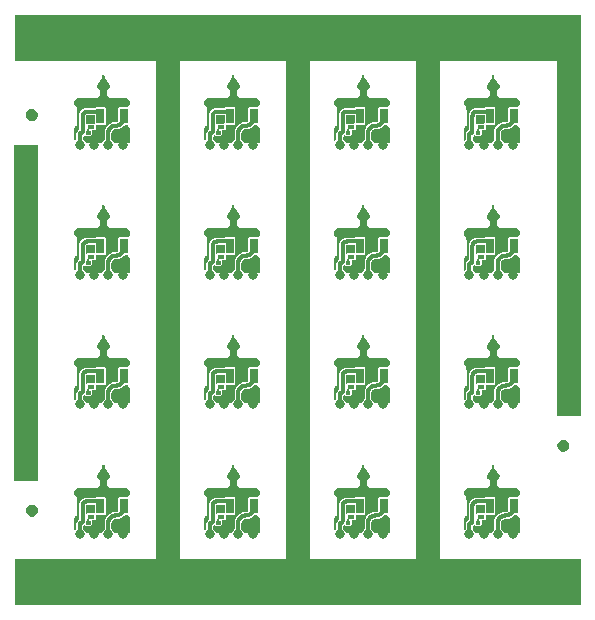
<source format=gbr>
G04 EAGLE Gerber RS-274X export*
G75*
%MOMM*%
%FSLAX34Y34*%
%LPD*%
%INBottom Copper*%
%IPPOS*%
%AMOC8*
5,1,8,0,0,1.08239X$1,22.5*%
G01*
%ADD10R,48.000000X4.000000*%
%ADD11R,2.000000X43.000000*%
%ADD12R,2.000000X28.500000*%
%ADD13R,2.000000X30.500000*%
%ADD14R,0.700000X1.300000*%
%ADD15R,0.300000X0.400000*%
%ADD16C,0.804800*%
%ADD17R,0.600000X0.350000*%
%ADD18C,0.500000*%
%ADD19C,0.370000*%
%ADD20C,0.403200*%
%ADD21C,0.127000*%
%ADD22C,0.200000*%

G36*
X23957Y331002D02*
X23957Y331002D01*
X23962Y331001D01*
X24055Y331022D01*
X24149Y331040D01*
X24153Y331043D01*
X24158Y331044D01*
X24236Y331100D01*
X24314Y331153D01*
X24317Y331157D01*
X24321Y331160D01*
X24372Y331242D01*
X24424Y331321D01*
X24424Y331326D01*
X24427Y331331D01*
X24459Y331508D01*
X24459Y332088D01*
X26485Y334113D01*
X26489Y334120D01*
X26495Y334124D01*
X26544Y334203D01*
X26596Y334280D01*
X26597Y334288D01*
X26601Y334295D01*
X26633Y334472D01*
X26633Y342010D01*
X29143Y346357D01*
X33490Y348867D01*
X36000Y348867D01*
X36030Y348873D01*
X36066Y348871D01*
X36953Y348988D01*
X36962Y348991D01*
X36971Y348990D01*
X37140Y349051D01*
X37143Y349053D01*
X38030Y349565D01*
X38085Y349614D01*
X38145Y349657D01*
X38160Y349680D01*
X38180Y349697D01*
X38212Y349764D01*
X38251Y349827D01*
X38256Y349855D01*
X38267Y349878D01*
X38270Y349931D01*
X38283Y350004D01*
X38283Y361001D01*
X38879Y361597D01*
X45492Y361597D01*
X45497Y361598D01*
X45502Y361597D01*
X45595Y361618D01*
X45689Y361636D01*
X45693Y361639D01*
X45698Y361640D01*
X45776Y361696D01*
X45854Y361749D01*
X45857Y361753D01*
X45861Y361756D01*
X45912Y361838D01*
X45964Y361917D01*
X45964Y361922D01*
X45967Y361927D01*
X45976Y361977D01*
X48073Y364074D01*
X48120Y364117D01*
X48173Y364153D01*
X48193Y364184D01*
X48221Y364210D01*
X48248Y364268D01*
X48282Y364321D01*
X48289Y364358D01*
X48305Y364392D01*
X48307Y364455D01*
X48318Y364518D01*
X48310Y364555D01*
X48311Y364592D01*
X48286Y364662D01*
X48274Y364714D01*
X48260Y364734D01*
X48250Y364762D01*
X47999Y365196D01*
X47999Y366575D01*
X47998Y366583D01*
X47999Y366591D01*
X47978Y366681D01*
X47960Y366772D01*
X47955Y366778D01*
X47953Y366786D01*
X47851Y366934D01*
X45734Y369051D01*
X45727Y369055D01*
X45723Y369061D01*
X45644Y369110D01*
X45567Y369162D01*
X45559Y369163D01*
X45553Y369167D01*
X45375Y369199D01*
X31062Y369199D01*
X29437Y370137D01*
X28499Y371762D01*
X28499Y375638D01*
X29437Y377263D01*
X30746Y378018D01*
X30801Y378067D01*
X30861Y378110D01*
X30876Y378133D01*
X30896Y378151D01*
X30928Y378217D01*
X30967Y378280D01*
X30972Y378309D01*
X30983Y378331D01*
X30986Y378385D01*
X30999Y378457D01*
X30999Y379282D01*
X30990Y379328D01*
X30991Y379375D01*
X30969Y379432D01*
X30960Y379479D01*
X30941Y379506D01*
X30927Y379543D01*
X27488Y385275D01*
X27453Y385314D01*
X27411Y385373D01*
X27044Y385739D01*
X26501Y387042D01*
X26501Y387125D01*
X26499Y387131D01*
X26499Y387142D01*
X26500Y387146D01*
X26499Y387149D01*
X26499Y387748D01*
X26499Y387749D01*
X26498Y388243D01*
X26497Y388248D01*
X26498Y388252D01*
X26477Y388347D01*
X26458Y388439D01*
X26456Y388443D01*
X26455Y388448D01*
X26399Y388527D01*
X26345Y388605D01*
X26341Y388608D01*
X26339Y388611D01*
X26257Y388662D01*
X26177Y388714D01*
X26172Y388715D01*
X26168Y388717D01*
X25991Y388749D01*
X25009Y388749D01*
X25004Y388748D01*
X25000Y388749D01*
X24907Y388729D01*
X24813Y388710D01*
X24809Y388707D01*
X24804Y388706D01*
X24726Y388651D01*
X24647Y388597D01*
X24644Y388593D01*
X24640Y388590D01*
X24589Y388508D01*
X24537Y388429D01*
X24537Y388424D01*
X24534Y388420D01*
X24502Y388243D01*
X24501Y387748D01*
X24501Y387747D01*
X24501Y387131D01*
X24500Y387130D01*
X24499Y387125D01*
X24499Y387042D01*
X23956Y385739D01*
X23589Y385373D01*
X23559Y385329D01*
X23512Y385275D01*
X20073Y379543D01*
X20057Y379499D01*
X20033Y379460D01*
X20022Y379399D01*
X20006Y379354D01*
X20008Y379321D01*
X20001Y379282D01*
X20001Y378457D01*
X20015Y378385D01*
X20022Y378311D01*
X20035Y378287D01*
X20040Y378261D01*
X20082Y378200D01*
X20117Y378134D01*
X20139Y378116D01*
X20153Y378095D01*
X20198Y378066D01*
X20254Y378018D01*
X21563Y377263D01*
X22501Y375638D01*
X22501Y371762D01*
X21563Y370137D01*
X19938Y369199D01*
X3625Y369199D01*
X3617Y369198D01*
X3609Y369199D01*
X3519Y369178D01*
X3428Y369160D01*
X3422Y369155D01*
X3414Y369153D01*
X3266Y369051D01*
X1149Y366934D01*
X1145Y366928D01*
X1139Y366923D01*
X1090Y366844D01*
X1038Y366767D01*
X1037Y366759D01*
X1033Y366753D01*
X1001Y366575D01*
X1001Y365196D01*
X750Y364762D01*
X738Y364726D01*
X718Y364695D01*
X706Y364632D01*
X686Y364572D01*
X689Y364534D01*
X682Y364498D01*
X696Y364435D01*
X701Y364372D01*
X718Y364339D01*
X726Y364302D01*
X763Y364250D01*
X792Y364193D01*
X820Y364169D01*
X842Y364139D01*
X896Y364105D01*
X898Y364103D01*
X3001Y362000D01*
X3001Y346000D01*
X927Y343926D01*
X880Y343883D01*
X827Y343847D01*
X807Y343816D01*
X779Y343790D01*
X752Y343732D01*
X718Y343679D01*
X711Y343642D01*
X695Y343608D01*
X693Y343545D01*
X682Y343482D01*
X690Y343445D01*
X689Y343408D01*
X714Y343338D01*
X726Y343286D01*
X740Y343266D01*
X750Y343238D01*
X1001Y342804D01*
X1001Y333854D01*
X1001Y333851D01*
X1001Y333849D01*
X1021Y333754D01*
X1040Y333657D01*
X1042Y333655D01*
X1042Y333653D01*
X1098Y333572D01*
X1153Y333492D01*
X1155Y333490D01*
X1157Y333488D01*
X1240Y333435D01*
X1321Y333382D01*
X1324Y333382D01*
X1326Y333381D01*
X1422Y333364D01*
X1518Y333347D01*
X1521Y333347D01*
X1523Y333347D01*
X1617Y333369D01*
X1714Y333390D01*
X1716Y333392D01*
X1719Y333393D01*
X1867Y333495D01*
X2485Y334113D01*
X2489Y334120D01*
X2495Y334124D01*
X2544Y334203D01*
X2596Y334280D01*
X2597Y334288D01*
X2601Y334295D01*
X2633Y334472D01*
X2633Y339787D01*
X2683Y339837D01*
X2713Y339883D01*
X2764Y339942D01*
X3750Y341650D01*
X4030Y341812D01*
X4085Y341861D01*
X4145Y341904D01*
X4160Y341927D01*
X4180Y341944D01*
X4212Y342011D01*
X4251Y342074D01*
X4256Y342102D01*
X4267Y342125D01*
X4270Y342178D01*
X4283Y342251D01*
X4283Y342321D01*
X4985Y343023D01*
X4989Y343029D01*
X4995Y343034D01*
X5044Y343112D01*
X5096Y343189D01*
X5097Y343197D01*
X5101Y343204D01*
X5133Y343381D01*
X5133Y355840D01*
X6973Y359027D01*
X10160Y360867D01*
X17939Y360867D01*
X17946Y360868D01*
X17954Y360867D01*
X18044Y360888D01*
X18135Y360906D01*
X18142Y360911D01*
X18149Y360913D01*
X18297Y361015D01*
X18879Y361597D01*
X26721Y361597D01*
X27317Y361001D01*
X27317Y347159D01*
X26721Y346563D01*
X19824Y346563D01*
X19819Y346562D01*
X19814Y346563D01*
X19721Y346542D01*
X19627Y346524D01*
X19623Y346521D01*
X19618Y346520D01*
X19540Y346464D01*
X19462Y346411D01*
X19459Y346407D01*
X19455Y346404D01*
X19404Y346322D01*
X19352Y346243D01*
X19352Y346238D01*
X19349Y346233D01*
X19317Y346056D01*
X19317Y342879D01*
X18721Y342283D01*
X16230Y342283D01*
X16228Y342283D01*
X16225Y342283D01*
X16130Y342263D01*
X16034Y342244D01*
X16032Y342242D01*
X16029Y342242D01*
X15948Y342185D01*
X15868Y342131D01*
X15867Y342129D01*
X15864Y342127D01*
X15811Y342043D01*
X15759Y341963D01*
X15758Y341960D01*
X15757Y341958D01*
X15740Y341862D01*
X15723Y341766D01*
X15724Y341763D01*
X15723Y341761D01*
X15745Y341667D01*
X15767Y341570D01*
X15768Y341568D01*
X15769Y341565D01*
X15872Y341417D01*
X16033Y341256D01*
X16033Y338744D01*
X15465Y338176D01*
X15461Y338170D01*
X15455Y338165D01*
X15406Y338087D01*
X15354Y338009D01*
X15353Y338002D01*
X15349Y337995D01*
X15317Y337818D01*
X15317Y337479D01*
X14721Y336883D01*
X10879Y336883D01*
X10159Y337603D01*
X10154Y337606D01*
X10151Y337611D01*
X10071Y337662D01*
X9992Y337714D01*
X9987Y337715D01*
X9982Y337718D01*
X9888Y337734D01*
X9795Y337752D01*
X9790Y337751D01*
X9785Y337752D01*
X9692Y337730D01*
X9599Y337710D01*
X9594Y337707D01*
X9589Y337706D01*
X9441Y337603D01*
X8683Y336845D01*
X8677Y336844D01*
X8673Y336841D01*
X8668Y336840D01*
X8590Y336784D01*
X8512Y336731D01*
X8509Y336727D01*
X8505Y336724D01*
X8454Y336642D01*
X8402Y336563D01*
X8402Y336558D01*
X8399Y336553D01*
X8367Y336376D01*
X8367Y334472D01*
X8368Y334464D01*
X8367Y334457D01*
X8388Y334367D01*
X8406Y334276D01*
X8411Y334269D01*
X8413Y334261D01*
X8515Y334113D01*
X10541Y332088D01*
X10541Y331508D01*
X10542Y331503D01*
X10541Y331498D01*
X10562Y331405D01*
X10580Y331311D01*
X10583Y331307D01*
X10584Y331302D01*
X10640Y331224D01*
X10693Y331146D01*
X10697Y331143D01*
X10700Y331139D01*
X10782Y331088D01*
X10861Y331036D01*
X10866Y331036D01*
X10871Y331033D01*
X11048Y331001D01*
X23952Y331001D01*
X23957Y331002D01*
G37*
G36*
X133957Y1002D02*
X133957Y1002D01*
X133962Y1001D01*
X134055Y1022D01*
X134149Y1040D01*
X134153Y1043D01*
X134158Y1044D01*
X134236Y1100D01*
X134314Y1153D01*
X134317Y1157D01*
X134321Y1160D01*
X134372Y1242D01*
X134424Y1321D01*
X134424Y1326D01*
X134427Y1331D01*
X134459Y1508D01*
X134459Y2088D01*
X136485Y4113D01*
X136489Y4120D01*
X136495Y4124D01*
X136544Y4203D01*
X136596Y4280D01*
X136597Y4288D01*
X136601Y4295D01*
X136633Y4472D01*
X136633Y12010D01*
X139143Y16357D01*
X143490Y18867D01*
X146000Y18867D01*
X146030Y18873D01*
X146066Y18871D01*
X146953Y18988D01*
X146962Y18991D01*
X146971Y18990D01*
X147140Y19051D01*
X147143Y19053D01*
X148030Y19565D01*
X148085Y19614D01*
X148145Y19657D01*
X148160Y19680D01*
X148180Y19697D01*
X148212Y19764D01*
X148251Y19827D01*
X148256Y19855D01*
X148267Y19878D01*
X148270Y19931D01*
X148283Y20004D01*
X148283Y31001D01*
X148879Y31597D01*
X155492Y31597D01*
X155497Y31598D01*
X155502Y31597D01*
X155595Y31618D01*
X155689Y31636D01*
X155693Y31639D01*
X155698Y31640D01*
X155776Y31696D01*
X155854Y31749D01*
X155857Y31753D01*
X155861Y31756D01*
X155912Y31838D01*
X155964Y31917D01*
X155964Y31922D01*
X155967Y31927D01*
X155976Y31977D01*
X158073Y34074D01*
X158120Y34117D01*
X158173Y34153D01*
X158193Y34184D01*
X158221Y34210D01*
X158248Y34268D01*
X158282Y34321D01*
X158289Y34358D01*
X158305Y34392D01*
X158307Y34455D01*
X158318Y34518D01*
X158310Y34555D01*
X158311Y34592D01*
X158286Y34662D01*
X158274Y34714D01*
X158260Y34734D01*
X158250Y34762D01*
X157999Y35196D01*
X157999Y36575D01*
X157998Y36583D01*
X157999Y36591D01*
X157978Y36681D01*
X157960Y36772D01*
X157955Y36778D01*
X157953Y36786D01*
X157851Y36934D01*
X155734Y39051D01*
X155727Y39055D01*
X155723Y39061D01*
X155644Y39110D01*
X155567Y39162D01*
X155559Y39163D01*
X155553Y39167D01*
X155375Y39199D01*
X141062Y39199D01*
X139437Y40137D01*
X138499Y41762D01*
X138499Y45638D01*
X139437Y47263D01*
X140746Y48018D01*
X140801Y48067D01*
X140861Y48110D01*
X140876Y48133D01*
X140896Y48151D01*
X140928Y48217D01*
X140967Y48280D01*
X140972Y48309D01*
X140983Y48331D01*
X140986Y48385D01*
X140999Y48457D01*
X140999Y49282D01*
X140990Y49328D01*
X140991Y49375D01*
X140969Y49432D01*
X140960Y49479D01*
X140941Y49506D01*
X140927Y49543D01*
X137488Y55275D01*
X137453Y55314D01*
X137411Y55373D01*
X137044Y55739D01*
X136501Y57042D01*
X136501Y57125D01*
X136499Y57131D01*
X136499Y57142D01*
X136500Y57146D01*
X136499Y57149D01*
X136499Y57748D01*
X136499Y57749D01*
X136498Y58243D01*
X136497Y58248D01*
X136498Y58252D01*
X136477Y58347D01*
X136458Y58439D01*
X136456Y58443D01*
X136455Y58448D01*
X136399Y58527D01*
X136345Y58605D01*
X136341Y58608D01*
X136339Y58611D01*
X136257Y58662D01*
X136177Y58714D01*
X136172Y58715D01*
X136168Y58717D01*
X135991Y58749D01*
X135009Y58749D01*
X135004Y58748D01*
X135000Y58749D01*
X134907Y58729D01*
X134813Y58710D01*
X134809Y58707D01*
X134804Y58706D01*
X134726Y58651D01*
X134647Y58597D01*
X134644Y58593D01*
X134640Y58590D01*
X134589Y58508D01*
X134537Y58429D01*
X134537Y58424D01*
X134534Y58420D01*
X134502Y58243D01*
X134501Y57748D01*
X134501Y57747D01*
X134501Y57131D01*
X134500Y57130D01*
X134499Y57125D01*
X134499Y57042D01*
X133956Y55739D01*
X133589Y55373D01*
X133559Y55329D01*
X133512Y55275D01*
X130073Y49543D01*
X130057Y49499D01*
X130033Y49460D01*
X130022Y49399D01*
X130006Y49354D01*
X130008Y49321D01*
X130001Y49282D01*
X130001Y48457D01*
X130015Y48385D01*
X130022Y48311D01*
X130035Y48287D01*
X130040Y48261D01*
X130082Y48200D01*
X130117Y48134D01*
X130139Y48116D01*
X130153Y48095D01*
X130198Y48066D01*
X130254Y48018D01*
X131563Y47263D01*
X132501Y45638D01*
X132501Y41762D01*
X131563Y40137D01*
X129938Y39199D01*
X113625Y39199D01*
X113617Y39198D01*
X113609Y39199D01*
X113519Y39178D01*
X113428Y39160D01*
X113422Y39155D01*
X113414Y39153D01*
X113266Y39051D01*
X111149Y36934D01*
X111145Y36928D01*
X111139Y36923D01*
X111090Y36844D01*
X111038Y36767D01*
X111037Y36759D01*
X111033Y36753D01*
X111001Y36575D01*
X111001Y35196D01*
X110750Y34762D01*
X110738Y34726D01*
X110718Y34695D01*
X110706Y34632D01*
X110686Y34572D01*
X110689Y34534D01*
X110682Y34498D01*
X110696Y34435D01*
X110701Y34372D01*
X110718Y34338D01*
X110726Y34302D01*
X110763Y34250D01*
X110792Y34193D01*
X110820Y34169D01*
X110842Y34139D01*
X110896Y34105D01*
X110898Y34103D01*
X113001Y32000D01*
X113001Y16000D01*
X110927Y13926D01*
X110880Y13883D01*
X110827Y13847D01*
X110807Y13816D01*
X110779Y13790D01*
X110752Y13732D01*
X110718Y13679D01*
X110711Y13642D01*
X110695Y13608D01*
X110693Y13545D01*
X110682Y13482D01*
X110690Y13445D01*
X110689Y13408D01*
X110714Y13338D01*
X110726Y13286D01*
X110740Y13266D01*
X110750Y13238D01*
X111001Y12804D01*
X111001Y3854D01*
X111001Y3851D01*
X111001Y3849D01*
X111021Y3754D01*
X111040Y3657D01*
X111042Y3655D01*
X111042Y3653D01*
X111098Y3572D01*
X111153Y3492D01*
X111155Y3490D01*
X111157Y3488D01*
X111240Y3435D01*
X111321Y3382D01*
X111324Y3382D01*
X111326Y3381D01*
X111422Y3364D01*
X111518Y3347D01*
X111521Y3347D01*
X111523Y3347D01*
X111617Y3369D01*
X111714Y3390D01*
X111716Y3392D01*
X111719Y3393D01*
X111867Y3495D01*
X112485Y4113D01*
X112489Y4120D01*
X112495Y4124D01*
X112544Y4203D01*
X112596Y4280D01*
X112597Y4288D01*
X112601Y4295D01*
X112633Y4472D01*
X112633Y9787D01*
X112683Y9837D01*
X112713Y9883D01*
X112764Y9942D01*
X113750Y11650D01*
X114030Y11812D01*
X114085Y11861D01*
X114145Y11904D01*
X114160Y11927D01*
X114180Y11944D01*
X114212Y12011D01*
X114251Y12074D01*
X114256Y12102D01*
X114267Y12125D01*
X114270Y12178D01*
X114283Y12251D01*
X114283Y12321D01*
X114985Y13023D01*
X114989Y13029D01*
X114995Y13034D01*
X115044Y13112D01*
X115096Y13190D01*
X115097Y13197D01*
X115101Y13204D01*
X115133Y13381D01*
X115133Y25840D01*
X116973Y29027D01*
X120160Y30867D01*
X127939Y30867D01*
X127946Y30868D01*
X127954Y30867D01*
X128044Y30888D01*
X128135Y30906D01*
X128142Y30911D01*
X128149Y30913D01*
X128297Y31015D01*
X128879Y31597D01*
X136721Y31597D01*
X137317Y31001D01*
X137317Y17159D01*
X136721Y16563D01*
X129824Y16563D01*
X129819Y16562D01*
X129814Y16563D01*
X129721Y16542D01*
X129627Y16524D01*
X129623Y16521D01*
X129618Y16520D01*
X129540Y16464D01*
X129462Y16411D01*
X129459Y16407D01*
X129455Y16404D01*
X129404Y16322D01*
X129352Y16243D01*
X129352Y16238D01*
X129349Y16233D01*
X129317Y16056D01*
X129317Y12879D01*
X128721Y12283D01*
X126230Y12283D01*
X126228Y12283D01*
X126225Y12283D01*
X126130Y12263D01*
X126034Y12244D01*
X126032Y12242D01*
X126029Y12242D01*
X125948Y12185D01*
X125868Y12131D01*
X125867Y12129D01*
X125864Y12127D01*
X125811Y12043D01*
X125759Y11963D01*
X125758Y11960D01*
X125757Y11958D01*
X125740Y11862D01*
X125723Y11766D01*
X125724Y11763D01*
X125723Y11761D01*
X125745Y11667D01*
X125767Y11570D01*
X125768Y11568D01*
X125769Y11565D01*
X125872Y11417D01*
X126033Y11256D01*
X126033Y8744D01*
X125465Y8176D01*
X125461Y8170D01*
X125455Y8165D01*
X125406Y8087D01*
X125354Y8009D01*
X125353Y8002D01*
X125349Y7995D01*
X125317Y7818D01*
X125317Y7479D01*
X124721Y6883D01*
X120879Y6883D01*
X120159Y7603D01*
X120154Y7606D01*
X120151Y7611D01*
X120071Y7662D01*
X119992Y7714D01*
X119987Y7715D01*
X119982Y7718D01*
X119888Y7734D01*
X119795Y7752D01*
X119790Y7751D01*
X119785Y7752D01*
X119692Y7730D01*
X119599Y7710D01*
X119594Y7707D01*
X119589Y7706D01*
X119441Y7603D01*
X118683Y6845D01*
X118677Y6844D01*
X118673Y6841D01*
X118668Y6840D01*
X118590Y6784D01*
X118512Y6731D01*
X118509Y6727D01*
X118505Y6724D01*
X118454Y6642D01*
X118402Y6563D01*
X118402Y6558D01*
X118399Y6553D01*
X118367Y6376D01*
X118367Y4472D01*
X118368Y4464D01*
X118367Y4457D01*
X118388Y4367D01*
X118406Y4276D01*
X118411Y4269D01*
X118413Y4261D01*
X118515Y4113D01*
X120541Y2088D01*
X120541Y1508D01*
X120542Y1503D01*
X120541Y1498D01*
X120562Y1405D01*
X120580Y1311D01*
X120583Y1307D01*
X120584Y1302D01*
X120640Y1224D01*
X120693Y1146D01*
X120697Y1143D01*
X120700Y1139D01*
X120782Y1088D01*
X120861Y1036D01*
X120866Y1036D01*
X120871Y1033D01*
X121048Y1001D01*
X133952Y1001D01*
X133957Y1002D01*
G37*
G36*
X133957Y221002D02*
X133957Y221002D01*
X133962Y221001D01*
X134055Y221022D01*
X134149Y221040D01*
X134153Y221043D01*
X134158Y221044D01*
X134236Y221100D01*
X134314Y221153D01*
X134317Y221157D01*
X134321Y221160D01*
X134372Y221242D01*
X134424Y221321D01*
X134424Y221326D01*
X134427Y221331D01*
X134459Y221508D01*
X134459Y222088D01*
X136485Y224113D01*
X136489Y224120D01*
X136495Y224124D01*
X136544Y224203D01*
X136596Y224280D01*
X136597Y224288D01*
X136601Y224295D01*
X136633Y224472D01*
X136633Y232010D01*
X139143Y236357D01*
X143490Y238867D01*
X146000Y238867D01*
X146030Y238873D01*
X146066Y238871D01*
X146953Y238988D01*
X146962Y238991D01*
X146971Y238990D01*
X147140Y239051D01*
X147143Y239053D01*
X148030Y239565D01*
X148085Y239614D01*
X148145Y239657D01*
X148160Y239680D01*
X148180Y239697D01*
X148212Y239764D01*
X148251Y239827D01*
X148256Y239855D01*
X148267Y239878D01*
X148270Y239931D01*
X148283Y240004D01*
X148283Y251001D01*
X148879Y251597D01*
X155492Y251597D01*
X155497Y251598D01*
X155502Y251597D01*
X155595Y251618D01*
X155689Y251636D01*
X155693Y251639D01*
X155698Y251640D01*
X155776Y251696D01*
X155854Y251749D01*
X155857Y251753D01*
X155861Y251756D01*
X155912Y251838D01*
X155964Y251917D01*
X155964Y251922D01*
X155967Y251927D01*
X155976Y251977D01*
X156148Y252149D01*
X157851Y253852D01*
X158073Y254074D01*
X158120Y254117D01*
X158173Y254153D01*
X158193Y254184D01*
X158221Y254210D01*
X158248Y254268D01*
X158282Y254321D01*
X158289Y254358D01*
X158305Y254392D01*
X158307Y254455D01*
X158318Y254518D01*
X158310Y254555D01*
X158311Y254592D01*
X158286Y254662D01*
X158274Y254714D01*
X158260Y254734D01*
X158250Y254762D01*
X157999Y255196D01*
X157999Y256575D01*
X157998Y256583D01*
X157999Y256591D01*
X157978Y256681D01*
X157960Y256772D01*
X157955Y256778D01*
X157953Y256786D01*
X157851Y256934D01*
X155734Y259051D01*
X155727Y259055D01*
X155723Y259061D01*
X155644Y259110D01*
X155567Y259162D01*
X155559Y259163D01*
X155553Y259167D01*
X155375Y259199D01*
X141062Y259199D01*
X139437Y260137D01*
X138499Y261762D01*
X138499Y265638D01*
X139437Y267263D01*
X140746Y268018D01*
X140801Y268067D01*
X140861Y268110D01*
X140876Y268133D01*
X140896Y268151D01*
X140928Y268217D01*
X140967Y268280D01*
X140972Y268309D01*
X140983Y268331D01*
X140986Y268385D01*
X140999Y268457D01*
X140999Y269282D01*
X140990Y269328D01*
X140991Y269375D01*
X140969Y269432D01*
X140960Y269479D01*
X140941Y269506D01*
X140927Y269543D01*
X137488Y275275D01*
X137453Y275314D01*
X137411Y275373D01*
X137044Y275739D01*
X136501Y277042D01*
X136501Y277125D01*
X136499Y277131D01*
X136499Y277142D01*
X136500Y277146D01*
X136499Y277149D01*
X136499Y277748D01*
X136499Y277749D01*
X136498Y278243D01*
X136497Y278248D01*
X136498Y278252D01*
X136477Y278347D01*
X136458Y278439D01*
X136456Y278443D01*
X136455Y278448D01*
X136399Y278527D01*
X136345Y278605D01*
X136341Y278608D01*
X136339Y278611D01*
X136257Y278662D01*
X136177Y278714D01*
X136172Y278715D01*
X136168Y278717D01*
X135991Y278749D01*
X135009Y278749D01*
X135004Y278748D01*
X135000Y278749D01*
X134907Y278729D01*
X134813Y278710D01*
X134809Y278707D01*
X134804Y278706D01*
X134726Y278651D01*
X134647Y278597D01*
X134644Y278593D01*
X134640Y278590D01*
X134589Y278508D01*
X134537Y278429D01*
X134537Y278424D01*
X134534Y278420D01*
X134502Y278243D01*
X134501Y277748D01*
X134501Y277747D01*
X134501Y277131D01*
X134500Y277130D01*
X134499Y277125D01*
X134499Y277042D01*
X133956Y275739D01*
X133589Y275373D01*
X133559Y275329D01*
X133512Y275275D01*
X130073Y269543D01*
X130057Y269499D01*
X130033Y269460D01*
X130022Y269399D01*
X130006Y269354D01*
X130008Y269321D01*
X130001Y269282D01*
X130001Y268457D01*
X130015Y268385D01*
X130022Y268311D01*
X130035Y268287D01*
X130040Y268261D01*
X130082Y268200D01*
X130117Y268134D01*
X130139Y268116D01*
X130153Y268095D01*
X130198Y268066D01*
X130254Y268018D01*
X131563Y267263D01*
X132501Y265638D01*
X132501Y261762D01*
X131563Y260137D01*
X129938Y259199D01*
X113625Y259199D01*
X113617Y259198D01*
X113609Y259199D01*
X113519Y259178D01*
X113428Y259160D01*
X113422Y259155D01*
X113414Y259153D01*
X113266Y259051D01*
X111149Y256934D01*
X111145Y256928D01*
X111139Y256923D01*
X111090Y256844D01*
X111038Y256767D01*
X111037Y256759D01*
X111033Y256753D01*
X111001Y256575D01*
X111001Y255196D01*
X110750Y254762D01*
X110738Y254726D01*
X110718Y254695D01*
X110706Y254632D01*
X110686Y254572D01*
X110689Y254534D01*
X110682Y254498D01*
X110696Y254435D01*
X110701Y254372D01*
X110718Y254338D01*
X110726Y254302D01*
X110763Y254250D01*
X110792Y254193D01*
X110820Y254169D01*
X110842Y254139D01*
X110896Y254105D01*
X110898Y254103D01*
X111149Y253852D01*
X112852Y252149D01*
X113001Y252000D01*
X113001Y236000D01*
X110927Y233926D01*
X110880Y233883D01*
X110827Y233847D01*
X110807Y233816D01*
X110779Y233790D01*
X110752Y233732D01*
X110718Y233679D01*
X110711Y233642D01*
X110695Y233608D01*
X110693Y233545D01*
X110682Y233482D01*
X110690Y233445D01*
X110689Y233408D01*
X110714Y233338D01*
X110726Y233286D01*
X110740Y233266D01*
X110750Y233238D01*
X111001Y232804D01*
X111001Y223854D01*
X111001Y223851D01*
X111001Y223849D01*
X111021Y223754D01*
X111040Y223657D01*
X111042Y223655D01*
X111042Y223653D01*
X111098Y223572D01*
X111153Y223492D01*
X111155Y223490D01*
X111157Y223488D01*
X111240Y223435D01*
X111321Y223382D01*
X111324Y223382D01*
X111326Y223381D01*
X111422Y223364D01*
X111518Y223347D01*
X111521Y223347D01*
X111523Y223347D01*
X111618Y223369D01*
X111714Y223390D01*
X111716Y223392D01*
X111719Y223393D01*
X111867Y223495D01*
X112485Y224113D01*
X112489Y224120D01*
X112495Y224124D01*
X112544Y224203D01*
X112596Y224280D01*
X112597Y224288D01*
X112601Y224295D01*
X112633Y224472D01*
X112633Y229787D01*
X112683Y229837D01*
X112713Y229883D01*
X112764Y229942D01*
X113750Y231650D01*
X114030Y231812D01*
X114085Y231861D01*
X114145Y231904D01*
X114160Y231927D01*
X114180Y231944D01*
X114212Y232011D01*
X114251Y232074D01*
X114256Y232102D01*
X114267Y232125D01*
X114270Y232178D01*
X114283Y232251D01*
X114283Y232321D01*
X114985Y233023D01*
X114989Y233029D01*
X114995Y233034D01*
X115044Y233112D01*
X115096Y233190D01*
X115097Y233197D01*
X115101Y233204D01*
X115133Y233381D01*
X115133Y245840D01*
X116973Y249027D01*
X120160Y250867D01*
X127939Y250867D01*
X127947Y250868D01*
X127954Y250867D01*
X128044Y250888D01*
X128135Y250906D01*
X128142Y250911D01*
X128149Y250913D01*
X128297Y251015D01*
X128879Y251597D01*
X136721Y251597D01*
X137317Y251001D01*
X137317Y237159D01*
X136721Y236563D01*
X129824Y236563D01*
X129819Y236562D01*
X129814Y236563D01*
X129721Y236542D01*
X129627Y236524D01*
X129623Y236521D01*
X129618Y236520D01*
X129540Y236464D01*
X129462Y236411D01*
X129459Y236407D01*
X129455Y236404D01*
X129404Y236322D01*
X129352Y236243D01*
X129352Y236238D01*
X129349Y236233D01*
X129317Y236056D01*
X129317Y232879D01*
X128721Y232283D01*
X126230Y232283D01*
X126228Y232283D01*
X126225Y232283D01*
X126130Y232263D01*
X126034Y232244D01*
X126032Y232242D01*
X126029Y232242D01*
X125948Y232185D01*
X125868Y232131D01*
X125867Y232129D01*
X125864Y232127D01*
X125811Y232043D01*
X125759Y231963D01*
X125758Y231960D01*
X125757Y231958D01*
X125740Y231862D01*
X125723Y231766D01*
X125724Y231763D01*
X125723Y231761D01*
X125745Y231667D01*
X125767Y231570D01*
X125768Y231568D01*
X125769Y231565D01*
X125872Y231417D01*
X126033Y231256D01*
X126033Y228744D01*
X125465Y228176D01*
X125461Y228170D01*
X125455Y228165D01*
X125406Y228087D01*
X125354Y228009D01*
X125353Y228002D01*
X125349Y227995D01*
X125317Y227818D01*
X125317Y227479D01*
X124721Y226883D01*
X120879Y226883D01*
X120159Y227603D01*
X120154Y227606D01*
X120151Y227611D01*
X120071Y227662D01*
X119992Y227714D01*
X119987Y227715D01*
X119982Y227718D01*
X119888Y227734D01*
X119795Y227752D01*
X119790Y227751D01*
X119785Y227752D01*
X119692Y227730D01*
X119599Y227710D01*
X119594Y227707D01*
X119589Y227706D01*
X119441Y227603D01*
X118683Y226845D01*
X118677Y226844D01*
X118673Y226841D01*
X118668Y226840D01*
X118590Y226784D01*
X118512Y226731D01*
X118509Y226727D01*
X118505Y226724D01*
X118454Y226642D01*
X118402Y226563D01*
X118402Y226558D01*
X118399Y226553D01*
X118367Y226376D01*
X118367Y224472D01*
X118368Y224464D01*
X118367Y224457D01*
X118388Y224367D01*
X118406Y224276D01*
X118411Y224269D01*
X118413Y224261D01*
X118515Y224113D01*
X120541Y222088D01*
X120541Y221508D01*
X120542Y221503D01*
X120541Y221498D01*
X120562Y221405D01*
X120580Y221311D01*
X120583Y221307D01*
X120584Y221302D01*
X120640Y221224D01*
X120693Y221146D01*
X120697Y221143D01*
X120700Y221139D01*
X120782Y221088D01*
X120861Y221036D01*
X120866Y221036D01*
X120871Y221033D01*
X121048Y221001D01*
X133952Y221001D01*
X133957Y221002D01*
G37*
G36*
X133957Y111002D02*
X133957Y111002D01*
X133962Y111001D01*
X134055Y111022D01*
X134149Y111040D01*
X134153Y111043D01*
X134158Y111044D01*
X134236Y111100D01*
X134314Y111153D01*
X134317Y111157D01*
X134321Y111160D01*
X134372Y111242D01*
X134424Y111321D01*
X134424Y111326D01*
X134427Y111331D01*
X134459Y111508D01*
X134459Y112088D01*
X136485Y114113D01*
X136489Y114120D01*
X136495Y114124D01*
X136544Y114203D01*
X136596Y114280D01*
X136597Y114288D01*
X136601Y114295D01*
X136633Y114472D01*
X136633Y122010D01*
X139143Y126357D01*
X143490Y128867D01*
X146000Y128867D01*
X146030Y128873D01*
X146066Y128871D01*
X146953Y128988D01*
X146962Y128991D01*
X146971Y128990D01*
X147140Y129051D01*
X147143Y129053D01*
X148030Y129565D01*
X148085Y129614D01*
X148145Y129657D01*
X148160Y129680D01*
X148180Y129697D01*
X148212Y129764D01*
X148251Y129827D01*
X148256Y129855D01*
X148267Y129878D01*
X148270Y129931D01*
X148283Y130004D01*
X148283Y141001D01*
X148879Y141597D01*
X155492Y141597D01*
X155497Y141598D01*
X155502Y141597D01*
X155595Y141618D01*
X155689Y141636D01*
X155693Y141639D01*
X155698Y141640D01*
X155776Y141696D01*
X155854Y141749D01*
X155857Y141753D01*
X155861Y141756D01*
X155912Y141838D01*
X155964Y141917D01*
X155964Y141922D01*
X155967Y141927D01*
X155976Y141977D01*
X158073Y144074D01*
X158120Y144117D01*
X158173Y144153D01*
X158193Y144184D01*
X158221Y144210D01*
X158248Y144268D01*
X158282Y144321D01*
X158289Y144358D01*
X158305Y144392D01*
X158307Y144455D01*
X158318Y144518D01*
X158310Y144555D01*
X158311Y144592D01*
X158286Y144662D01*
X158274Y144714D01*
X158260Y144734D01*
X158250Y144762D01*
X157999Y145196D01*
X157999Y146575D01*
X157998Y146583D01*
X157999Y146591D01*
X157978Y146681D01*
X157960Y146772D01*
X157955Y146778D01*
X157953Y146786D01*
X157851Y146934D01*
X155734Y149051D01*
X155727Y149055D01*
X155723Y149061D01*
X155644Y149110D01*
X155567Y149162D01*
X155559Y149163D01*
X155553Y149167D01*
X155375Y149199D01*
X141062Y149199D01*
X139437Y150137D01*
X138499Y151762D01*
X138499Y155638D01*
X139437Y157263D01*
X140746Y158018D01*
X140801Y158067D01*
X140861Y158110D01*
X140876Y158133D01*
X140896Y158151D01*
X140928Y158217D01*
X140967Y158280D01*
X140972Y158309D01*
X140983Y158331D01*
X140986Y158385D01*
X140999Y158457D01*
X140999Y159282D01*
X140990Y159328D01*
X140991Y159375D01*
X140969Y159432D01*
X140960Y159479D01*
X140941Y159506D01*
X140927Y159543D01*
X137488Y165275D01*
X137453Y165314D01*
X137411Y165373D01*
X137044Y165739D01*
X136501Y167042D01*
X136501Y167125D01*
X136499Y167131D01*
X136499Y167142D01*
X136500Y167146D01*
X136499Y167149D01*
X136499Y167743D01*
X136499Y167745D01*
X136499Y167747D01*
X136499Y167748D01*
X136498Y168243D01*
X136497Y168248D01*
X136498Y168252D01*
X136477Y168347D01*
X136458Y168439D01*
X136456Y168443D01*
X136455Y168448D01*
X136399Y168527D01*
X136345Y168605D01*
X136341Y168608D01*
X136339Y168611D01*
X136257Y168662D01*
X136177Y168714D01*
X136172Y168715D01*
X136168Y168717D01*
X135991Y168749D01*
X135009Y168749D01*
X135004Y168748D01*
X135000Y168749D01*
X134907Y168729D01*
X134813Y168710D01*
X134809Y168707D01*
X134804Y168706D01*
X134726Y168651D01*
X134647Y168597D01*
X134644Y168593D01*
X134640Y168590D01*
X134589Y168508D01*
X134537Y168429D01*
X134537Y168424D01*
X134534Y168420D01*
X134502Y168243D01*
X134501Y167748D01*
X134501Y167747D01*
X134501Y167131D01*
X134500Y167130D01*
X134499Y167125D01*
X134499Y167042D01*
X133956Y165739D01*
X133589Y165373D01*
X133559Y165329D01*
X133512Y165275D01*
X130073Y159543D01*
X130057Y159499D01*
X130033Y159460D01*
X130022Y159399D01*
X130006Y159354D01*
X130008Y159321D01*
X130001Y159282D01*
X130001Y158457D01*
X130015Y158385D01*
X130022Y158311D01*
X130035Y158287D01*
X130040Y158261D01*
X130082Y158200D01*
X130117Y158134D01*
X130139Y158116D01*
X130153Y158095D01*
X130198Y158066D01*
X130254Y158018D01*
X131563Y157263D01*
X132501Y155638D01*
X132501Y151762D01*
X131563Y150137D01*
X129938Y149199D01*
X113625Y149199D01*
X113617Y149198D01*
X113609Y149199D01*
X113519Y149178D01*
X113428Y149160D01*
X113422Y149155D01*
X113414Y149153D01*
X113266Y149051D01*
X111149Y146934D01*
X111145Y146928D01*
X111139Y146923D01*
X111090Y146844D01*
X111038Y146767D01*
X111037Y146759D01*
X111033Y146753D01*
X111001Y146575D01*
X111001Y145196D01*
X110750Y144762D01*
X110738Y144726D01*
X110718Y144695D01*
X110706Y144632D01*
X110686Y144572D01*
X110689Y144534D01*
X110682Y144498D01*
X110696Y144435D01*
X110701Y144372D01*
X110718Y144338D01*
X110726Y144302D01*
X110763Y144250D01*
X110792Y144193D01*
X110820Y144169D01*
X110842Y144139D01*
X110896Y144105D01*
X110898Y144103D01*
X113001Y142000D01*
X113001Y126000D01*
X110927Y123926D01*
X110880Y123883D01*
X110827Y123847D01*
X110807Y123816D01*
X110779Y123790D01*
X110752Y123732D01*
X110718Y123679D01*
X110711Y123642D01*
X110695Y123608D01*
X110693Y123545D01*
X110682Y123482D01*
X110690Y123445D01*
X110689Y123408D01*
X110714Y123338D01*
X110726Y123286D01*
X110740Y123266D01*
X110750Y123238D01*
X111001Y122804D01*
X111001Y113854D01*
X111001Y113851D01*
X111001Y113849D01*
X111021Y113754D01*
X111040Y113657D01*
X111042Y113655D01*
X111042Y113653D01*
X111098Y113572D01*
X111153Y113492D01*
X111155Y113490D01*
X111157Y113488D01*
X111240Y113435D01*
X111321Y113382D01*
X111324Y113382D01*
X111326Y113381D01*
X111422Y113364D01*
X111518Y113347D01*
X111521Y113347D01*
X111523Y113347D01*
X111617Y113369D01*
X111714Y113390D01*
X111716Y113392D01*
X111719Y113393D01*
X111867Y113495D01*
X112485Y114113D01*
X112489Y114120D01*
X112495Y114124D01*
X112544Y114203D01*
X112596Y114280D01*
X112597Y114288D01*
X112601Y114295D01*
X112633Y114472D01*
X112633Y119787D01*
X112683Y119837D01*
X112713Y119883D01*
X112764Y119942D01*
X113750Y121650D01*
X114030Y121812D01*
X114085Y121861D01*
X114145Y121904D01*
X114160Y121927D01*
X114180Y121944D01*
X114212Y122011D01*
X114251Y122074D01*
X114256Y122102D01*
X114267Y122125D01*
X114270Y122178D01*
X114283Y122251D01*
X114283Y122321D01*
X114985Y123023D01*
X114989Y123029D01*
X114995Y123034D01*
X115044Y123112D01*
X115096Y123189D01*
X115097Y123197D01*
X115101Y123204D01*
X115133Y123381D01*
X115133Y135840D01*
X116973Y139027D01*
X120160Y140867D01*
X127939Y140867D01*
X127947Y140868D01*
X127954Y140867D01*
X128044Y140888D01*
X128135Y140906D01*
X128142Y140911D01*
X128149Y140913D01*
X128297Y141015D01*
X128879Y141597D01*
X136721Y141597D01*
X137317Y141001D01*
X137317Y127159D01*
X136721Y126563D01*
X129824Y126563D01*
X129819Y126562D01*
X129814Y126563D01*
X129721Y126542D01*
X129627Y126524D01*
X129623Y126521D01*
X129618Y126520D01*
X129540Y126464D01*
X129462Y126411D01*
X129459Y126407D01*
X129455Y126404D01*
X129404Y126322D01*
X129352Y126243D01*
X129352Y126238D01*
X129349Y126233D01*
X129317Y126056D01*
X129317Y122879D01*
X128721Y122283D01*
X126230Y122283D01*
X126228Y122283D01*
X126225Y122283D01*
X126130Y122263D01*
X126034Y122244D01*
X126032Y122242D01*
X126029Y122242D01*
X125948Y122185D01*
X125868Y122131D01*
X125867Y122129D01*
X125864Y122127D01*
X125811Y122043D01*
X125759Y121963D01*
X125758Y121960D01*
X125757Y121958D01*
X125740Y121862D01*
X125723Y121766D01*
X125724Y121763D01*
X125723Y121761D01*
X125745Y121667D01*
X125767Y121570D01*
X125768Y121568D01*
X125769Y121565D01*
X125872Y121417D01*
X126033Y121256D01*
X126033Y118744D01*
X125465Y118176D01*
X125461Y118170D01*
X125455Y118165D01*
X125406Y118087D01*
X125354Y118009D01*
X125353Y118002D01*
X125349Y117995D01*
X125317Y117818D01*
X125317Y117479D01*
X124721Y116883D01*
X120879Y116883D01*
X120159Y117603D01*
X120154Y117606D01*
X120151Y117611D01*
X120071Y117662D01*
X119992Y117714D01*
X119987Y117715D01*
X119982Y117718D01*
X119888Y117734D01*
X119795Y117752D01*
X119790Y117751D01*
X119785Y117752D01*
X119692Y117730D01*
X119599Y117710D01*
X119594Y117707D01*
X119589Y117706D01*
X119441Y117603D01*
X118683Y116845D01*
X118677Y116844D01*
X118673Y116841D01*
X118668Y116840D01*
X118590Y116784D01*
X118512Y116731D01*
X118509Y116727D01*
X118505Y116724D01*
X118454Y116642D01*
X118402Y116563D01*
X118402Y116558D01*
X118399Y116553D01*
X118367Y116376D01*
X118367Y114472D01*
X118368Y114464D01*
X118367Y114457D01*
X118388Y114367D01*
X118406Y114276D01*
X118411Y114269D01*
X118413Y114261D01*
X118515Y114113D01*
X120541Y112088D01*
X120541Y111508D01*
X120542Y111503D01*
X120541Y111498D01*
X120562Y111405D01*
X120580Y111311D01*
X120583Y111307D01*
X120584Y111302D01*
X120640Y111224D01*
X120693Y111146D01*
X120697Y111143D01*
X120700Y111139D01*
X120782Y111088D01*
X120861Y111036D01*
X120866Y111036D01*
X120871Y111033D01*
X121048Y111001D01*
X133952Y111001D01*
X133957Y111002D01*
G37*
G36*
X133957Y331002D02*
X133957Y331002D01*
X133962Y331001D01*
X134055Y331022D01*
X134149Y331040D01*
X134153Y331043D01*
X134158Y331044D01*
X134236Y331100D01*
X134314Y331153D01*
X134317Y331157D01*
X134321Y331160D01*
X134372Y331242D01*
X134424Y331321D01*
X134424Y331326D01*
X134427Y331331D01*
X134459Y331508D01*
X134459Y332088D01*
X136485Y334113D01*
X136489Y334120D01*
X136495Y334124D01*
X136544Y334203D01*
X136596Y334280D01*
X136597Y334288D01*
X136601Y334295D01*
X136633Y334472D01*
X136633Y342010D01*
X139143Y346357D01*
X143490Y348867D01*
X146000Y348867D01*
X146030Y348873D01*
X146066Y348871D01*
X146953Y348988D01*
X146962Y348991D01*
X146971Y348990D01*
X147140Y349051D01*
X147143Y349053D01*
X148030Y349565D01*
X148085Y349614D01*
X148145Y349657D01*
X148160Y349680D01*
X148180Y349697D01*
X148212Y349764D01*
X148251Y349827D01*
X148256Y349855D01*
X148267Y349878D01*
X148270Y349931D01*
X148283Y350004D01*
X148283Y361001D01*
X148879Y361597D01*
X155492Y361597D01*
X155497Y361598D01*
X155502Y361597D01*
X155595Y361618D01*
X155689Y361636D01*
X155693Y361639D01*
X155698Y361640D01*
X155776Y361696D01*
X155854Y361749D01*
X155857Y361753D01*
X155861Y361756D01*
X155912Y361838D01*
X155964Y361917D01*
X155964Y361922D01*
X155967Y361927D01*
X155976Y361977D01*
X158073Y364074D01*
X158120Y364117D01*
X158173Y364153D01*
X158193Y364184D01*
X158221Y364210D01*
X158248Y364268D01*
X158282Y364321D01*
X158289Y364358D01*
X158305Y364392D01*
X158307Y364455D01*
X158318Y364518D01*
X158310Y364555D01*
X158311Y364592D01*
X158286Y364662D01*
X158274Y364714D01*
X158260Y364734D01*
X158250Y364762D01*
X157999Y365196D01*
X157999Y366575D01*
X157998Y366583D01*
X157999Y366591D01*
X157978Y366681D01*
X157960Y366772D01*
X157955Y366778D01*
X157953Y366786D01*
X157851Y366934D01*
X155734Y369051D01*
X155728Y369055D01*
X155723Y369061D01*
X155644Y369110D01*
X155567Y369162D01*
X155559Y369163D01*
X155553Y369167D01*
X155375Y369199D01*
X141062Y369199D01*
X139437Y370137D01*
X138499Y371762D01*
X138499Y375638D01*
X139437Y377263D01*
X140746Y378018D01*
X140801Y378067D01*
X140861Y378110D01*
X140876Y378133D01*
X140896Y378151D01*
X140928Y378217D01*
X140967Y378280D01*
X140972Y378309D01*
X140983Y378331D01*
X140986Y378385D01*
X140999Y378457D01*
X140999Y379282D01*
X140990Y379328D01*
X140991Y379375D01*
X140969Y379432D01*
X140960Y379479D01*
X140941Y379506D01*
X140927Y379543D01*
X137488Y385275D01*
X137453Y385314D01*
X137411Y385373D01*
X137044Y385739D01*
X136501Y387042D01*
X136501Y387125D01*
X136499Y387131D01*
X136499Y387142D01*
X136500Y387146D01*
X136499Y387149D01*
X136499Y387748D01*
X136499Y387749D01*
X136498Y388243D01*
X136497Y388248D01*
X136498Y388252D01*
X136477Y388347D01*
X136458Y388439D01*
X136456Y388443D01*
X136455Y388448D01*
X136399Y388527D01*
X136345Y388605D01*
X136341Y388608D01*
X136339Y388611D01*
X136257Y388662D01*
X136177Y388714D01*
X136172Y388715D01*
X136168Y388717D01*
X135991Y388749D01*
X135009Y388749D01*
X135004Y388748D01*
X135000Y388749D01*
X134907Y388729D01*
X134813Y388710D01*
X134809Y388707D01*
X134804Y388706D01*
X134726Y388651D01*
X134647Y388597D01*
X134644Y388593D01*
X134640Y388590D01*
X134589Y388508D01*
X134537Y388429D01*
X134537Y388424D01*
X134534Y388420D01*
X134502Y388243D01*
X134501Y387748D01*
X134501Y387747D01*
X134501Y387131D01*
X134500Y387130D01*
X134499Y387125D01*
X134499Y387042D01*
X133956Y385739D01*
X133589Y385373D01*
X133559Y385329D01*
X133512Y385275D01*
X130073Y379543D01*
X130057Y379499D01*
X130033Y379460D01*
X130022Y379399D01*
X130006Y379354D01*
X130008Y379321D01*
X130001Y379282D01*
X130001Y378457D01*
X130015Y378385D01*
X130022Y378311D01*
X130035Y378287D01*
X130040Y378261D01*
X130082Y378200D01*
X130117Y378134D01*
X130139Y378116D01*
X130153Y378095D01*
X130198Y378066D01*
X130254Y378018D01*
X131563Y377263D01*
X132501Y375638D01*
X132501Y371762D01*
X131563Y370137D01*
X129938Y369199D01*
X113625Y369199D01*
X113617Y369198D01*
X113609Y369199D01*
X113519Y369178D01*
X113428Y369160D01*
X113422Y369155D01*
X113414Y369153D01*
X113266Y369051D01*
X111149Y366934D01*
X111145Y366927D01*
X111139Y366923D01*
X111090Y366844D01*
X111038Y366767D01*
X111037Y366759D01*
X111033Y366753D01*
X111001Y366575D01*
X111001Y365196D01*
X110750Y364762D01*
X110738Y364726D01*
X110718Y364695D01*
X110706Y364632D01*
X110686Y364572D01*
X110689Y364534D01*
X110682Y364498D01*
X110696Y364435D01*
X110701Y364372D01*
X110718Y364338D01*
X110726Y364302D01*
X110763Y364250D01*
X110792Y364193D01*
X110820Y364169D01*
X110842Y364139D01*
X110896Y364105D01*
X110898Y364103D01*
X113001Y362000D01*
X113001Y346000D01*
X110927Y343926D01*
X110880Y343883D01*
X110827Y343847D01*
X110807Y343816D01*
X110779Y343790D01*
X110752Y343732D01*
X110718Y343679D01*
X110711Y343642D01*
X110695Y343608D01*
X110693Y343545D01*
X110682Y343482D01*
X110690Y343445D01*
X110689Y343408D01*
X110714Y343338D01*
X110726Y343286D01*
X110740Y343266D01*
X110750Y343238D01*
X111001Y342804D01*
X111001Y333854D01*
X111001Y333851D01*
X111001Y333849D01*
X111021Y333754D01*
X111040Y333657D01*
X111042Y333655D01*
X111042Y333653D01*
X111098Y333572D01*
X111153Y333492D01*
X111155Y333490D01*
X111157Y333488D01*
X111240Y333435D01*
X111321Y333382D01*
X111324Y333382D01*
X111326Y333381D01*
X111422Y333364D01*
X111518Y333347D01*
X111521Y333347D01*
X111523Y333347D01*
X111617Y333369D01*
X111714Y333390D01*
X111716Y333392D01*
X111719Y333393D01*
X111867Y333495D01*
X112485Y334113D01*
X112489Y334120D01*
X112495Y334124D01*
X112544Y334203D01*
X112596Y334280D01*
X112597Y334288D01*
X112601Y334295D01*
X112633Y334472D01*
X112633Y339787D01*
X112683Y339837D01*
X112713Y339883D01*
X112764Y339942D01*
X113750Y341650D01*
X114030Y341812D01*
X114085Y341861D01*
X114145Y341904D01*
X114160Y341927D01*
X114180Y341944D01*
X114212Y342011D01*
X114251Y342074D01*
X114256Y342102D01*
X114267Y342125D01*
X114270Y342178D01*
X114283Y342251D01*
X114283Y342321D01*
X114985Y343023D01*
X114989Y343029D01*
X114995Y343034D01*
X115044Y343112D01*
X115096Y343189D01*
X115097Y343197D01*
X115101Y343204D01*
X115133Y343381D01*
X115133Y355840D01*
X116973Y359027D01*
X120160Y360867D01*
X127939Y360867D01*
X127946Y360868D01*
X127954Y360867D01*
X128044Y360888D01*
X128135Y360906D01*
X128142Y360911D01*
X128149Y360913D01*
X128297Y361015D01*
X128879Y361597D01*
X136721Y361597D01*
X137317Y361001D01*
X137317Y347159D01*
X136721Y346563D01*
X129824Y346563D01*
X129819Y346562D01*
X129814Y346563D01*
X129721Y346542D01*
X129627Y346524D01*
X129623Y346521D01*
X129618Y346520D01*
X129540Y346464D01*
X129462Y346411D01*
X129459Y346407D01*
X129455Y346404D01*
X129404Y346322D01*
X129352Y346243D01*
X129352Y346238D01*
X129349Y346233D01*
X129317Y346056D01*
X129317Y342879D01*
X128721Y342283D01*
X126230Y342283D01*
X126228Y342283D01*
X126225Y342283D01*
X126130Y342263D01*
X126034Y342244D01*
X126032Y342242D01*
X126029Y342242D01*
X125948Y342185D01*
X125868Y342131D01*
X125867Y342129D01*
X125864Y342127D01*
X125811Y342043D01*
X125759Y341963D01*
X125758Y341960D01*
X125757Y341958D01*
X125740Y341862D01*
X125723Y341766D01*
X125724Y341763D01*
X125723Y341761D01*
X125745Y341667D01*
X125767Y341570D01*
X125768Y341568D01*
X125769Y341565D01*
X125872Y341417D01*
X126033Y341256D01*
X126033Y338744D01*
X125465Y338176D01*
X125461Y338170D01*
X125455Y338165D01*
X125406Y338087D01*
X125354Y338009D01*
X125353Y338002D01*
X125349Y337995D01*
X125317Y337818D01*
X125317Y337479D01*
X124721Y336883D01*
X120879Y336883D01*
X120159Y337603D01*
X120154Y337606D01*
X120151Y337611D01*
X120071Y337662D01*
X119992Y337714D01*
X119987Y337715D01*
X119982Y337718D01*
X119888Y337734D01*
X119795Y337752D01*
X119790Y337751D01*
X119785Y337752D01*
X119692Y337730D01*
X119599Y337710D01*
X119594Y337707D01*
X119589Y337706D01*
X119441Y337603D01*
X118683Y336845D01*
X118677Y336844D01*
X118673Y336841D01*
X118668Y336840D01*
X118590Y336784D01*
X118512Y336731D01*
X118509Y336727D01*
X118505Y336724D01*
X118454Y336642D01*
X118402Y336563D01*
X118402Y336558D01*
X118399Y336553D01*
X118367Y336376D01*
X118367Y334472D01*
X118368Y334464D01*
X118367Y334457D01*
X118388Y334367D01*
X118406Y334276D01*
X118411Y334269D01*
X118413Y334261D01*
X118515Y334113D01*
X120541Y332088D01*
X120541Y331508D01*
X120542Y331503D01*
X120541Y331498D01*
X120562Y331405D01*
X120580Y331311D01*
X120583Y331307D01*
X120584Y331302D01*
X120640Y331224D01*
X120693Y331146D01*
X120697Y331143D01*
X120700Y331139D01*
X120782Y331088D01*
X120861Y331036D01*
X120866Y331036D01*
X120871Y331033D01*
X121048Y331001D01*
X133952Y331001D01*
X133957Y331002D01*
G37*
G36*
X243957Y331002D02*
X243957Y331002D01*
X243962Y331001D01*
X244055Y331022D01*
X244149Y331040D01*
X244153Y331043D01*
X244158Y331044D01*
X244236Y331100D01*
X244314Y331153D01*
X244317Y331157D01*
X244321Y331160D01*
X244372Y331242D01*
X244424Y331321D01*
X244424Y331326D01*
X244427Y331331D01*
X244459Y331508D01*
X244459Y332088D01*
X246485Y334113D01*
X246489Y334120D01*
X246495Y334124D01*
X246544Y334203D01*
X246596Y334280D01*
X246597Y334288D01*
X246601Y334295D01*
X246633Y334472D01*
X246633Y342010D01*
X249143Y346357D01*
X253490Y348867D01*
X256000Y348867D01*
X256030Y348873D01*
X256066Y348871D01*
X256953Y348988D01*
X256962Y348991D01*
X256971Y348990D01*
X257140Y349051D01*
X257143Y349053D01*
X258030Y349565D01*
X258085Y349614D01*
X258145Y349657D01*
X258160Y349680D01*
X258180Y349697D01*
X258212Y349764D01*
X258251Y349827D01*
X258256Y349855D01*
X258267Y349878D01*
X258270Y349931D01*
X258283Y350004D01*
X258283Y361001D01*
X258879Y361597D01*
X265492Y361597D01*
X265497Y361598D01*
X265502Y361597D01*
X265595Y361618D01*
X265689Y361636D01*
X265693Y361639D01*
X265698Y361640D01*
X265776Y361696D01*
X265854Y361749D01*
X265857Y361753D01*
X265861Y361756D01*
X265912Y361838D01*
X265964Y361917D01*
X265964Y361922D01*
X265967Y361927D01*
X265976Y361977D01*
X268073Y364074D01*
X268120Y364117D01*
X268173Y364153D01*
X268193Y364184D01*
X268221Y364210D01*
X268248Y364268D01*
X268282Y364321D01*
X268289Y364358D01*
X268305Y364392D01*
X268307Y364455D01*
X268318Y364518D01*
X268310Y364555D01*
X268311Y364592D01*
X268286Y364662D01*
X268274Y364714D01*
X268260Y364734D01*
X268250Y364762D01*
X267999Y365196D01*
X267999Y366575D01*
X267998Y366583D01*
X267999Y366591D01*
X267978Y366681D01*
X267960Y366772D01*
X267955Y366778D01*
X267953Y366786D01*
X267851Y366934D01*
X265734Y369051D01*
X265727Y369055D01*
X265723Y369061D01*
X265644Y369110D01*
X265567Y369162D01*
X265559Y369163D01*
X265553Y369167D01*
X265375Y369199D01*
X251062Y369199D01*
X249437Y370137D01*
X248499Y371762D01*
X248499Y375638D01*
X249437Y377263D01*
X250746Y378018D01*
X250801Y378067D01*
X250861Y378110D01*
X250876Y378133D01*
X250896Y378151D01*
X250928Y378217D01*
X250967Y378280D01*
X250972Y378309D01*
X250983Y378331D01*
X250986Y378385D01*
X250999Y378457D01*
X250999Y379282D01*
X250990Y379328D01*
X250991Y379375D01*
X250969Y379432D01*
X250960Y379479D01*
X250941Y379506D01*
X250927Y379543D01*
X247488Y385275D01*
X247453Y385314D01*
X247411Y385373D01*
X247044Y385739D01*
X246501Y387042D01*
X246501Y387125D01*
X246499Y387131D01*
X246499Y387142D01*
X246500Y387146D01*
X246499Y387149D01*
X246499Y387747D01*
X246499Y387748D01*
X246498Y388243D01*
X246497Y388248D01*
X246498Y388252D01*
X246477Y388347D01*
X246458Y388439D01*
X246456Y388443D01*
X246455Y388448D01*
X246399Y388527D01*
X246345Y388605D01*
X246341Y388608D01*
X246339Y388611D01*
X246257Y388662D01*
X246177Y388714D01*
X246172Y388715D01*
X246168Y388717D01*
X245991Y388749D01*
X245009Y388749D01*
X245004Y388748D01*
X245000Y388749D01*
X244907Y388729D01*
X244813Y388710D01*
X244809Y388707D01*
X244804Y388706D01*
X244726Y388651D01*
X244647Y388597D01*
X244644Y388593D01*
X244640Y388590D01*
X244589Y388508D01*
X244537Y388429D01*
X244537Y388424D01*
X244534Y388420D01*
X244502Y388243D01*
X244501Y387748D01*
X244501Y387747D01*
X244501Y387131D01*
X244500Y387130D01*
X244499Y387125D01*
X244499Y387042D01*
X243956Y385739D01*
X243589Y385373D01*
X243559Y385329D01*
X243512Y385275D01*
X240073Y379543D01*
X240057Y379499D01*
X240033Y379460D01*
X240022Y379399D01*
X240006Y379354D01*
X240008Y379321D01*
X240001Y379282D01*
X240001Y378457D01*
X240015Y378385D01*
X240022Y378311D01*
X240035Y378287D01*
X240040Y378261D01*
X240082Y378200D01*
X240117Y378134D01*
X240139Y378116D01*
X240153Y378095D01*
X240198Y378066D01*
X240254Y378018D01*
X241563Y377263D01*
X242501Y375638D01*
X242501Y371762D01*
X241563Y370137D01*
X239938Y369199D01*
X223625Y369199D01*
X223617Y369198D01*
X223609Y369199D01*
X223519Y369178D01*
X223428Y369160D01*
X223422Y369155D01*
X223414Y369153D01*
X223266Y369051D01*
X221149Y366934D01*
X221145Y366928D01*
X221139Y366923D01*
X221090Y366844D01*
X221038Y366767D01*
X221037Y366759D01*
X221033Y366753D01*
X221001Y366575D01*
X221001Y365196D01*
X220750Y364762D01*
X220738Y364726D01*
X220718Y364695D01*
X220706Y364632D01*
X220686Y364572D01*
X220689Y364534D01*
X220682Y364498D01*
X220696Y364435D01*
X220701Y364372D01*
X220718Y364338D01*
X220726Y364302D01*
X220763Y364250D01*
X220792Y364193D01*
X220820Y364169D01*
X220842Y364139D01*
X220896Y364105D01*
X220898Y364103D01*
X223001Y362000D01*
X223001Y346000D01*
X220927Y343926D01*
X220880Y343883D01*
X220827Y343847D01*
X220807Y343816D01*
X220779Y343790D01*
X220752Y343732D01*
X220718Y343679D01*
X220711Y343642D01*
X220695Y343608D01*
X220693Y343545D01*
X220682Y343482D01*
X220690Y343445D01*
X220689Y343408D01*
X220714Y343338D01*
X220726Y343286D01*
X220740Y343266D01*
X220750Y343238D01*
X221001Y342804D01*
X221001Y333854D01*
X221001Y333851D01*
X221001Y333849D01*
X221021Y333754D01*
X221040Y333657D01*
X221042Y333655D01*
X221042Y333653D01*
X221098Y333572D01*
X221153Y333492D01*
X221155Y333490D01*
X221157Y333488D01*
X221240Y333435D01*
X221321Y333382D01*
X221324Y333382D01*
X221326Y333381D01*
X221422Y333364D01*
X221518Y333347D01*
X221521Y333347D01*
X221523Y333347D01*
X221618Y333369D01*
X221714Y333390D01*
X221716Y333392D01*
X221719Y333393D01*
X221867Y333495D01*
X222485Y334113D01*
X222489Y334120D01*
X222495Y334124D01*
X222544Y334203D01*
X222596Y334280D01*
X222597Y334288D01*
X222601Y334295D01*
X222633Y334472D01*
X222633Y339787D01*
X222683Y339837D01*
X222713Y339883D01*
X222764Y339942D01*
X223750Y341650D01*
X224030Y341812D01*
X224085Y341861D01*
X224145Y341904D01*
X224160Y341927D01*
X224180Y341944D01*
X224212Y342011D01*
X224251Y342074D01*
X224256Y342102D01*
X224267Y342125D01*
X224270Y342178D01*
X224283Y342251D01*
X224283Y342321D01*
X224985Y343023D01*
X224989Y343029D01*
X224995Y343034D01*
X225044Y343112D01*
X225096Y343190D01*
X225097Y343197D01*
X225101Y343204D01*
X225133Y343381D01*
X225133Y355840D01*
X226973Y359027D01*
X230160Y360867D01*
X237939Y360867D01*
X237946Y360868D01*
X237954Y360867D01*
X238044Y360888D01*
X238135Y360906D01*
X238142Y360911D01*
X238149Y360913D01*
X238297Y361015D01*
X238879Y361597D01*
X246721Y361597D01*
X247317Y361001D01*
X247317Y347159D01*
X246721Y346563D01*
X239824Y346563D01*
X239819Y346562D01*
X239814Y346563D01*
X239721Y346542D01*
X239627Y346524D01*
X239623Y346521D01*
X239618Y346520D01*
X239540Y346464D01*
X239462Y346411D01*
X239459Y346407D01*
X239455Y346404D01*
X239404Y346322D01*
X239352Y346243D01*
X239352Y346238D01*
X239349Y346233D01*
X239317Y346056D01*
X239317Y342879D01*
X238721Y342283D01*
X236230Y342283D01*
X236228Y342283D01*
X236225Y342283D01*
X236130Y342263D01*
X236034Y342244D01*
X236032Y342242D01*
X236029Y342242D01*
X235948Y342185D01*
X235868Y342131D01*
X235867Y342129D01*
X235864Y342127D01*
X235811Y342043D01*
X235759Y341963D01*
X235758Y341960D01*
X235757Y341958D01*
X235740Y341862D01*
X235723Y341766D01*
X235724Y341763D01*
X235723Y341761D01*
X235745Y341667D01*
X235767Y341570D01*
X235768Y341568D01*
X235769Y341565D01*
X235872Y341417D01*
X236033Y341256D01*
X236033Y338744D01*
X235465Y338176D01*
X235461Y338170D01*
X235455Y338165D01*
X235406Y338087D01*
X235354Y338009D01*
X235353Y338002D01*
X235349Y337995D01*
X235317Y337818D01*
X235317Y337479D01*
X234721Y336883D01*
X230879Y336883D01*
X230159Y337603D01*
X230154Y337606D01*
X230151Y337611D01*
X230071Y337662D01*
X229992Y337714D01*
X229987Y337715D01*
X229982Y337718D01*
X229888Y337734D01*
X229795Y337752D01*
X229790Y337751D01*
X229785Y337752D01*
X229692Y337730D01*
X229599Y337710D01*
X229594Y337707D01*
X229589Y337706D01*
X229441Y337603D01*
X228683Y336845D01*
X228677Y336844D01*
X228673Y336841D01*
X228668Y336840D01*
X228590Y336784D01*
X228512Y336731D01*
X228509Y336727D01*
X228505Y336724D01*
X228454Y336642D01*
X228402Y336563D01*
X228402Y336558D01*
X228399Y336553D01*
X228367Y336376D01*
X228367Y334472D01*
X228368Y334464D01*
X228367Y334457D01*
X228388Y334367D01*
X228406Y334276D01*
X228411Y334269D01*
X228413Y334261D01*
X228515Y334113D01*
X230541Y332088D01*
X230541Y331508D01*
X230542Y331503D01*
X230541Y331498D01*
X230562Y331405D01*
X230580Y331311D01*
X230583Y331307D01*
X230584Y331302D01*
X230640Y331224D01*
X230693Y331146D01*
X230697Y331143D01*
X230700Y331139D01*
X230782Y331088D01*
X230861Y331036D01*
X230866Y331036D01*
X230871Y331033D01*
X231048Y331001D01*
X243952Y331001D01*
X243957Y331002D01*
G37*
G36*
X243957Y221002D02*
X243957Y221002D01*
X243962Y221001D01*
X244055Y221022D01*
X244149Y221040D01*
X244153Y221043D01*
X244158Y221044D01*
X244236Y221100D01*
X244314Y221153D01*
X244317Y221157D01*
X244321Y221160D01*
X244372Y221242D01*
X244424Y221321D01*
X244424Y221326D01*
X244427Y221331D01*
X244459Y221508D01*
X244459Y222088D01*
X246485Y224113D01*
X246489Y224120D01*
X246495Y224124D01*
X246544Y224203D01*
X246596Y224280D01*
X246597Y224288D01*
X246601Y224295D01*
X246633Y224472D01*
X246633Y232010D01*
X249143Y236357D01*
X253490Y238867D01*
X256000Y238867D01*
X256030Y238873D01*
X256066Y238871D01*
X256953Y238988D01*
X256962Y238991D01*
X256971Y238990D01*
X257140Y239051D01*
X257143Y239053D01*
X258030Y239565D01*
X258085Y239614D01*
X258145Y239657D01*
X258160Y239680D01*
X258180Y239697D01*
X258212Y239764D01*
X258251Y239827D01*
X258256Y239855D01*
X258267Y239878D01*
X258270Y239931D01*
X258283Y240004D01*
X258283Y251001D01*
X258879Y251597D01*
X265492Y251597D01*
X265497Y251598D01*
X265502Y251597D01*
X265595Y251618D01*
X265689Y251636D01*
X265693Y251639D01*
X265698Y251640D01*
X265776Y251696D01*
X265854Y251749D01*
X265857Y251753D01*
X265861Y251756D01*
X265912Y251838D01*
X265964Y251917D01*
X265964Y251922D01*
X265967Y251927D01*
X265976Y251977D01*
X268073Y254074D01*
X268120Y254117D01*
X268173Y254153D01*
X268193Y254184D01*
X268221Y254210D01*
X268248Y254268D01*
X268282Y254321D01*
X268289Y254358D01*
X268305Y254392D01*
X268307Y254455D01*
X268318Y254518D01*
X268310Y254555D01*
X268311Y254592D01*
X268286Y254662D01*
X268274Y254714D01*
X268260Y254734D01*
X268250Y254762D01*
X267999Y255196D01*
X267999Y256575D01*
X267998Y256583D01*
X267999Y256591D01*
X267978Y256681D01*
X267960Y256772D01*
X267955Y256778D01*
X267953Y256786D01*
X267851Y256934D01*
X265734Y259051D01*
X265727Y259055D01*
X265723Y259061D01*
X265644Y259110D01*
X265567Y259162D01*
X265559Y259163D01*
X265553Y259167D01*
X265375Y259199D01*
X251062Y259199D01*
X249437Y260137D01*
X248499Y261762D01*
X248499Y265638D01*
X249437Y267263D01*
X250746Y268018D01*
X250801Y268067D01*
X250861Y268110D01*
X250876Y268133D01*
X250896Y268151D01*
X250928Y268217D01*
X250967Y268280D01*
X250972Y268309D01*
X250983Y268331D01*
X250986Y268385D01*
X250999Y268457D01*
X250999Y269282D01*
X250990Y269328D01*
X250991Y269375D01*
X250969Y269432D01*
X250960Y269479D01*
X250941Y269506D01*
X250927Y269543D01*
X247488Y275275D01*
X247453Y275314D01*
X247411Y275373D01*
X247044Y275739D01*
X246501Y277042D01*
X246501Y277125D01*
X246499Y277131D01*
X246499Y277142D01*
X246500Y277146D01*
X246499Y277149D01*
X246499Y277748D01*
X246499Y277749D01*
X246498Y278243D01*
X246497Y278248D01*
X246498Y278252D01*
X246477Y278347D01*
X246458Y278439D01*
X246456Y278443D01*
X246455Y278448D01*
X246399Y278527D01*
X246345Y278605D01*
X246341Y278608D01*
X246339Y278611D01*
X246257Y278662D01*
X246177Y278714D01*
X246172Y278715D01*
X246168Y278717D01*
X245991Y278749D01*
X245009Y278749D01*
X245004Y278748D01*
X245000Y278749D01*
X244907Y278729D01*
X244813Y278710D01*
X244809Y278707D01*
X244804Y278706D01*
X244726Y278651D01*
X244647Y278597D01*
X244644Y278593D01*
X244640Y278590D01*
X244589Y278508D01*
X244537Y278429D01*
X244537Y278424D01*
X244534Y278420D01*
X244502Y278243D01*
X244501Y277748D01*
X244501Y277747D01*
X244501Y277131D01*
X244500Y277130D01*
X244499Y277125D01*
X244499Y277042D01*
X243956Y275739D01*
X243589Y275373D01*
X243559Y275329D01*
X243512Y275275D01*
X240073Y269543D01*
X240057Y269499D01*
X240033Y269460D01*
X240022Y269399D01*
X240006Y269354D01*
X240008Y269321D01*
X240001Y269282D01*
X240001Y268457D01*
X240015Y268385D01*
X240022Y268311D01*
X240035Y268287D01*
X240040Y268261D01*
X240082Y268200D01*
X240117Y268134D01*
X240139Y268116D01*
X240153Y268095D01*
X240198Y268066D01*
X240254Y268018D01*
X241563Y267263D01*
X242501Y265638D01*
X242501Y261762D01*
X241563Y260137D01*
X239938Y259199D01*
X223625Y259199D01*
X223617Y259198D01*
X223609Y259199D01*
X223519Y259178D01*
X223428Y259160D01*
X223422Y259155D01*
X223414Y259153D01*
X223266Y259051D01*
X221149Y256934D01*
X221145Y256927D01*
X221139Y256923D01*
X221090Y256844D01*
X221038Y256767D01*
X221037Y256759D01*
X221033Y256753D01*
X221001Y256575D01*
X221001Y255196D01*
X220750Y254762D01*
X220738Y254726D01*
X220718Y254695D01*
X220706Y254632D01*
X220686Y254572D01*
X220689Y254534D01*
X220682Y254498D01*
X220696Y254435D01*
X220701Y254372D01*
X220718Y254338D01*
X220726Y254302D01*
X220763Y254250D01*
X220792Y254193D01*
X220820Y254169D01*
X220842Y254139D01*
X220896Y254105D01*
X220898Y254103D01*
X221149Y253852D01*
X222852Y252149D01*
X223001Y252000D01*
X223001Y236000D01*
X220927Y233926D01*
X220880Y233883D01*
X220827Y233847D01*
X220807Y233816D01*
X220779Y233790D01*
X220752Y233732D01*
X220718Y233679D01*
X220711Y233642D01*
X220695Y233608D01*
X220693Y233545D01*
X220682Y233482D01*
X220690Y233445D01*
X220689Y233408D01*
X220714Y233338D01*
X220726Y233286D01*
X220740Y233266D01*
X220750Y233238D01*
X221001Y232804D01*
X221001Y223854D01*
X221001Y223851D01*
X221001Y223849D01*
X221021Y223754D01*
X221040Y223657D01*
X221042Y223655D01*
X221042Y223653D01*
X221098Y223572D01*
X221153Y223492D01*
X221155Y223490D01*
X221157Y223488D01*
X221240Y223435D01*
X221321Y223382D01*
X221324Y223382D01*
X221326Y223381D01*
X221422Y223364D01*
X221518Y223347D01*
X221521Y223347D01*
X221523Y223347D01*
X221618Y223369D01*
X221714Y223390D01*
X221716Y223392D01*
X221719Y223393D01*
X221867Y223495D01*
X222485Y224113D01*
X222489Y224120D01*
X222495Y224124D01*
X222544Y224203D01*
X222596Y224280D01*
X222597Y224288D01*
X222601Y224295D01*
X222633Y224472D01*
X222633Y229787D01*
X222683Y229837D01*
X222713Y229883D01*
X222764Y229942D01*
X223750Y231650D01*
X224030Y231812D01*
X224085Y231861D01*
X224145Y231904D01*
X224160Y231927D01*
X224180Y231944D01*
X224212Y232011D01*
X224251Y232074D01*
X224256Y232102D01*
X224267Y232125D01*
X224270Y232178D01*
X224283Y232251D01*
X224283Y232321D01*
X224985Y233023D01*
X224989Y233029D01*
X224995Y233034D01*
X225044Y233112D01*
X225096Y233190D01*
X225097Y233197D01*
X225101Y233204D01*
X225133Y233381D01*
X225133Y245840D01*
X226973Y249027D01*
X230160Y250867D01*
X237939Y250867D01*
X237947Y250868D01*
X237954Y250867D01*
X238044Y250888D01*
X238135Y250906D01*
X238142Y250911D01*
X238149Y250913D01*
X238297Y251015D01*
X238879Y251597D01*
X246721Y251597D01*
X247317Y251001D01*
X247317Y237159D01*
X246721Y236563D01*
X239824Y236563D01*
X239819Y236562D01*
X239814Y236563D01*
X239721Y236542D01*
X239627Y236524D01*
X239623Y236521D01*
X239618Y236520D01*
X239540Y236464D01*
X239462Y236411D01*
X239459Y236407D01*
X239455Y236404D01*
X239404Y236322D01*
X239352Y236243D01*
X239352Y236238D01*
X239349Y236233D01*
X239317Y236056D01*
X239317Y232879D01*
X238721Y232283D01*
X236230Y232283D01*
X236228Y232283D01*
X236225Y232283D01*
X236130Y232263D01*
X236034Y232244D01*
X236032Y232242D01*
X236029Y232242D01*
X235948Y232185D01*
X235868Y232131D01*
X235867Y232129D01*
X235864Y232127D01*
X235811Y232043D01*
X235759Y231963D01*
X235758Y231960D01*
X235757Y231958D01*
X235740Y231862D01*
X235723Y231766D01*
X235724Y231763D01*
X235723Y231761D01*
X235745Y231667D01*
X235767Y231570D01*
X235768Y231568D01*
X235769Y231565D01*
X235872Y231417D01*
X236033Y231256D01*
X236033Y228744D01*
X235465Y228176D01*
X235461Y228170D01*
X235455Y228165D01*
X235406Y228087D01*
X235354Y228009D01*
X235353Y228002D01*
X235349Y227995D01*
X235317Y227818D01*
X235317Y227479D01*
X234721Y226883D01*
X230879Y226883D01*
X230159Y227603D01*
X230154Y227606D01*
X230151Y227611D01*
X230071Y227662D01*
X229992Y227714D01*
X229987Y227715D01*
X229982Y227718D01*
X229888Y227734D01*
X229795Y227752D01*
X229790Y227751D01*
X229785Y227752D01*
X229692Y227730D01*
X229599Y227710D01*
X229594Y227707D01*
X229589Y227706D01*
X229441Y227603D01*
X228683Y226845D01*
X228677Y226844D01*
X228673Y226841D01*
X228668Y226840D01*
X228590Y226784D01*
X228512Y226731D01*
X228509Y226727D01*
X228505Y226724D01*
X228454Y226642D01*
X228402Y226563D01*
X228402Y226558D01*
X228399Y226553D01*
X228367Y226376D01*
X228367Y224472D01*
X228368Y224464D01*
X228367Y224457D01*
X228388Y224367D01*
X228406Y224276D01*
X228411Y224269D01*
X228413Y224261D01*
X228515Y224113D01*
X230541Y222088D01*
X230541Y221508D01*
X230542Y221503D01*
X230541Y221498D01*
X230562Y221405D01*
X230580Y221311D01*
X230583Y221307D01*
X230584Y221302D01*
X230640Y221224D01*
X230693Y221146D01*
X230697Y221143D01*
X230700Y221139D01*
X230782Y221088D01*
X230861Y221036D01*
X230866Y221036D01*
X230871Y221033D01*
X231048Y221001D01*
X243952Y221001D01*
X243957Y221002D01*
G37*
G36*
X23957Y111002D02*
X23957Y111002D01*
X23962Y111001D01*
X24055Y111022D01*
X24149Y111040D01*
X24153Y111043D01*
X24158Y111044D01*
X24236Y111100D01*
X24314Y111153D01*
X24317Y111157D01*
X24321Y111160D01*
X24372Y111242D01*
X24424Y111321D01*
X24424Y111326D01*
X24427Y111331D01*
X24459Y111508D01*
X24459Y112088D01*
X26485Y114113D01*
X26489Y114120D01*
X26495Y114124D01*
X26544Y114203D01*
X26596Y114280D01*
X26597Y114288D01*
X26601Y114295D01*
X26633Y114472D01*
X26633Y122010D01*
X29143Y126357D01*
X33490Y128867D01*
X36000Y128867D01*
X36030Y128873D01*
X36066Y128871D01*
X36953Y128988D01*
X36962Y128991D01*
X36971Y128990D01*
X37140Y129051D01*
X37143Y129053D01*
X38030Y129565D01*
X38085Y129614D01*
X38145Y129657D01*
X38160Y129680D01*
X38180Y129697D01*
X38212Y129764D01*
X38251Y129827D01*
X38256Y129855D01*
X38267Y129878D01*
X38270Y129931D01*
X38283Y130004D01*
X38283Y141001D01*
X38879Y141597D01*
X45492Y141597D01*
X45497Y141598D01*
X45502Y141597D01*
X45595Y141618D01*
X45689Y141636D01*
X45693Y141639D01*
X45698Y141640D01*
X45776Y141696D01*
X45854Y141749D01*
X45857Y141753D01*
X45861Y141756D01*
X45912Y141838D01*
X45964Y141917D01*
X45964Y141922D01*
X45967Y141927D01*
X45976Y141977D01*
X48073Y144074D01*
X48120Y144117D01*
X48173Y144153D01*
X48193Y144184D01*
X48221Y144210D01*
X48248Y144268D01*
X48282Y144321D01*
X48289Y144358D01*
X48305Y144392D01*
X48307Y144455D01*
X48318Y144518D01*
X48310Y144555D01*
X48311Y144592D01*
X48286Y144662D01*
X48274Y144714D01*
X48260Y144734D01*
X48250Y144762D01*
X47999Y145196D01*
X47999Y146575D01*
X47998Y146583D01*
X47999Y146591D01*
X47978Y146681D01*
X47960Y146772D01*
X47955Y146778D01*
X47953Y146786D01*
X47851Y146934D01*
X45734Y149051D01*
X45727Y149055D01*
X45723Y149061D01*
X45644Y149110D01*
X45567Y149162D01*
X45559Y149163D01*
X45553Y149167D01*
X45375Y149199D01*
X31062Y149199D01*
X29437Y150137D01*
X28499Y151762D01*
X28499Y155638D01*
X29437Y157263D01*
X30746Y158018D01*
X30801Y158067D01*
X30861Y158110D01*
X30876Y158133D01*
X30896Y158151D01*
X30928Y158217D01*
X30967Y158280D01*
X30972Y158309D01*
X30983Y158331D01*
X30986Y158385D01*
X30999Y158457D01*
X30999Y159282D01*
X30990Y159328D01*
X30991Y159375D01*
X30969Y159432D01*
X30960Y159479D01*
X30941Y159506D01*
X30927Y159543D01*
X27488Y165275D01*
X27453Y165314D01*
X27411Y165373D01*
X27044Y165739D01*
X26501Y167042D01*
X26501Y167125D01*
X26499Y167131D01*
X26499Y167142D01*
X26500Y167146D01*
X26499Y167149D01*
X26499Y167748D01*
X26499Y167749D01*
X26498Y168243D01*
X26497Y168248D01*
X26498Y168252D01*
X26477Y168347D01*
X26458Y168439D01*
X26456Y168443D01*
X26455Y168448D01*
X26399Y168527D01*
X26345Y168605D01*
X26341Y168608D01*
X26339Y168611D01*
X26257Y168662D01*
X26177Y168714D01*
X26172Y168715D01*
X26168Y168717D01*
X25991Y168749D01*
X25009Y168749D01*
X25004Y168748D01*
X25000Y168749D01*
X24907Y168729D01*
X24813Y168710D01*
X24809Y168707D01*
X24804Y168706D01*
X24726Y168651D01*
X24647Y168597D01*
X24644Y168593D01*
X24640Y168590D01*
X24589Y168508D01*
X24537Y168429D01*
X24537Y168424D01*
X24534Y168420D01*
X24502Y168243D01*
X24501Y167748D01*
X24501Y167747D01*
X24501Y167131D01*
X24500Y167130D01*
X24499Y167125D01*
X24499Y167042D01*
X23956Y165739D01*
X23589Y165373D01*
X23559Y165329D01*
X23512Y165275D01*
X20073Y159543D01*
X20057Y159499D01*
X20033Y159460D01*
X20022Y159399D01*
X20006Y159354D01*
X20008Y159321D01*
X20001Y159282D01*
X20001Y158457D01*
X20015Y158385D01*
X20022Y158311D01*
X20035Y158287D01*
X20040Y158261D01*
X20082Y158200D01*
X20117Y158134D01*
X20139Y158116D01*
X20153Y158095D01*
X20198Y158066D01*
X20254Y158018D01*
X21563Y157263D01*
X22501Y155638D01*
X22501Y151762D01*
X21563Y150137D01*
X19938Y149199D01*
X3625Y149199D01*
X3617Y149198D01*
X3609Y149199D01*
X3519Y149178D01*
X3428Y149160D01*
X3422Y149155D01*
X3414Y149153D01*
X3266Y149051D01*
X1149Y146934D01*
X1145Y146927D01*
X1139Y146923D01*
X1090Y146844D01*
X1038Y146767D01*
X1037Y146759D01*
X1033Y146753D01*
X1001Y146575D01*
X1001Y145196D01*
X750Y144762D01*
X738Y144726D01*
X718Y144695D01*
X706Y144632D01*
X686Y144572D01*
X689Y144534D01*
X682Y144498D01*
X696Y144435D01*
X701Y144372D01*
X718Y144338D01*
X726Y144302D01*
X763Y144250D01*
X792Y144193D01*
X820Y144169D01*
X842Y144139D01*
X896Y144105D01*
X898Y144103D01*
X3001Y142000D01*
X3001Y126000D01*
X927Y123926D01*
X880Y123883D01*
X827Y123847D01*
X807Y123816D01*
X779Y123790D01*
X752Y123732D01*
X718Y123679D01*
X711Y123642D01*
X695Y123608D01*
X693Y123545D01*
X682Y123482D01*
X690Y123445D01*
X689Y123408D01*
X714Y123338D01*
X726Y123286D01*
X740Y123266D01*
X750Y123238D01*
X1001Y122804D01*
X1001Y113854D01*
X1001Y113851D01*
X1001Y113849D01*
X1021Y113754D01*
X1040Y113657D01*
X1042Y113655D01*
X1042Y113653D01*
X1098Y113572D01*
X1153Y113492D01*
X1155Y113490D01*
X1157Y113488D01*
X1240Y113435D01*
X1321Y113382D01*
X1324Y113382D01*
X1326Y113381D01*
X1422Y113364D01*
X1518Y113347D01*
X1521Y113347D01*
X1523Y113347D01*
X1618Y113369D01*
X1714Y113390D01*
X1716Y113392D01*
X1719Y113393D01*
X1867Y113495D01*
X2485Y114113D01*
X2489Y114120D01*
X2495Y114124D01*
X2544Y114203D01*
X2596Y114280D01*
X2597Y114288D01*
X2601Y114295D01*
X2633Y114472D01*
X2633Y119787D01*
X2683Y119837D01*
X2713Y119883D01*
X2764Y119942D01*
X3750Y121650D01*
X4030Y121812D01*
X4085Y121861D01*
X4145Y121904D01*
X4160Y121927D01*
X4180Y121944D01*
X4212Y122011D01*
X4251Y122074D01*
X4256Y122102D01*
X4267Y122125D01*
X4270Y122178D01*
X4283Y122251D01*
X4283Y122321D01*
X4985Y123023D01*
X4989Y123029D01*
X4995Y123034D01*
X5044Y123112D01*
X5096Y123190D01*
X5097Y123197D01*
X5101Y123204D01*
X5133Y123381D01*
X5133Y135840D01*
X6973Y139027D01*
X10160Y140867D01*
X17939Y140867D01*
X17946Y140868D01*
X17954Y140867D01*
X18044Y140888D01*
X18135Y140906D01*
X18142Y140911D01*
X18149Y140913D01*
X18297Y141015D01*
X18879Y141597D01*
X26721Y141597D01*
X27317Y141001D01*
X27317Y127159D01*
X26721Y126563D01*
X19824Y126563D01*
X19819Y126562D01*
X19814Y126563D01*
X19721Y126542D01*
X19627Y126524D01*
X19623Y126521D01*
X19618Y126520D01*
X19540Y126464D01*
X19462Y126411D01*
X19459Y126407D01*
X19455Y126404D01*
X19404Y126322D01*
X19352Y126243D01*
X19352Y126238D01*
X19349Y126233D01*
X19317Y126056D01*
X19317Y122879D01*
X18721Y122283D01*
X16230Y122283D01*
X16228Y122283D01*
X16225Y122283D01*
X16130Y122263D01*
X16034Y122244D01*
X16032Y122242D01*
X16029Y122242D01*
X15948Y122185D01*
X15868Y122131D01*
X15867Y122129D01*
X15864Y122127D01*
X15811Y122043D01*
X15759Y121963D01*
X15758Y121960D01*
X15757Y121958D01*
X15740Y121862D01*
X15723Y121766D01*
X15724Y121763D01*
X15723Y121761D01*
X15745Y121667D01*
X15767Y121570D01*
X15768Y121568D01*
X15769Y121565D01*
X15872Y121417D01*
X16033Y121256D01*
X16033Y118744D01*
X15465Y118176D01*
X15461Y118170D01*
X15455Y118165D01*
X15406Y118087D01*
X15354Y118009D01*
X15353Y118002D01*
X15349Y117995D01*
X15317Y117818D01*
X15317Y117479D01*
X14721Y116883D01*
X10879Y116883D01*
X10159Y117603D01*
X10154Y117606D01*
X10151Y117611D01*
X10071Y117662D01*
X9992Y117714D01*
X9987Y117715D01*
X9982Y117718D01*
X9888Y117734D01*
X9795Y117752D01*
X9790Y117751D01*
X9785Y117752D01*
X9692Y117730D01*
X9599Y117710D01*
X9594Y117707D01*
X9589Y117706D01*
X9441Y117603D01*
X8683Y116845D01*
X8677Y116844D01*
X8673Y116841D01*
X8668Y116840D01*
X8590Y116784D01*
X8512Y116731D01*
X8509Y116727D01*
X8505Y116724D01*
X8454Y116642D01*
X8402Y116563D01*
X8402Y116558D01*
X8399Y116553D01*
X8367Y116376D01*
X8367Y114472D01*
X8368Y114464D01*
X8367Y114457D01*
X8388Y114367D01*
X8406Y114276D01*
X8411Y114269D01*
X8413Y114261D01*
X8515Y114113D01*
X10541Y112088D01*
X10541Y111508D01*
X10542Y111503D01*
X10541Y111498D01*
X10562Y111405D01*
X10580Y111311D01*
X10583Y111307D01*
X10584Y111302D01*
X10640Y111224D01*
X10693Y111146D01*
X10697Y111143D01*
X10700Y111139D01*
X10782Y111088D01*
X10861Y111036D01*
X10866Y111036D01*
X10871Y111033D01*
X11048Y111001D01*
X23952Y111001D01*
X23957Y111002D01*
G37*
G36*
X23957Y221002D02*
X23957Y221002D01*
X23962Y221001D01*
X24055Y221022D01*
X24149Y221040D01*
X24153Y221043D01*
X24158Y221044D01*
X24236Y221100D01*
X24314Y221153D01*
X24317Y221157D01*
X24321Y221160D01*
X24372Y221242D01*
X24424Y221321D01*
X24424Y221326D01*
X24427Y221331D01*
X24459Y221508D01*
X24459Y222088D01*
X26485Y224113D01*
X26489Y224120D01*
X26495Y224124D01*
X26544Y224203D01*
X26596Y224280D01*
X26597Y224288D01*
X26601Y224295D01*
X26633Y224472D01*
X26633Y232010D01*
X29143Y236357D01*
X33490Y238867D01*
X36000Y238867D01*
X36030Y238873D01*
X36066Y238871D01*
X36953Y238988D01*
X36962Y238991D01*
X36971Y238990D01*
X37140Y239051D01*
X37143Y239053D01*
X38030Y239565D01*
X38085Y239614D01*
X38145Y239657D01*
X38160Y239680D01*
X38180Y239697D01*
X38212Y239764D01*
X38251Y239827D01*
X38256Y239855D01*
X38267Y239878D01*
X38270Y239931D01*
X38283Y240004D01*
X38283Y251001D01*
X38879Y251597D01*
X45492Y251597D01*
X45497Y251598D01*
X45502Y251597D01*
X45595Y251618D01*
X45689Y251636D01*
X45693Y251639D01*
X45698Y251640D01*
X45776Y251696D01*
X45854Y251749D01*
X45857Y251753D01*
X45861Y251756D01*
X45912Y251838D01*
X45964Y251917D01*
X45964Y251922D01*
X45967Y251927D01*
X45976Y251977D01*
X46148Y252149D01*
X47851Y253852D01*
X48073Y254074D01*
X48120Y254117D01*
X48173Y254153D01*
X48193Y254184D01*
X48221Y254210D01*
X48248Y254268D01*
X48282Y254321D01*
X48289Y254358D01*
X48305Y254392D01*
X48307Y254455D01*
X48318Y254518D01*
X48310Y254555D01*
X48311Y254592D01*
X48286Y254662D01*
X48274Y254714D01*
X48260Y254734D01*
X48250Y254762D01*
X47999Y255196D01*
X47999Y256575D01*
X47998Y256583D01*
X47999Y256591D01*
X47978Y256681D01*
X47960Y256772D01*
X47955Y256778D01*
X47953Y256786D01*
X47851Y256934D01*
X45734Y259051D01*
X45727Y259055D01*
X45723Y259061D01*
X45644Y259110D01*
X45567Y259162D01*
X45559Y259163D01*
X45553Y259167D01*
X45375Y259199D01*
X31062Y259199D01*
X29437Y260137D01*
X28499Y261762D01*
X28499Y265638D01*
X29437Y267263D01*
X30746Y268018D01*
X30801Y268067D01*
X30861Y268110D01*
X30876Y268133D01*
X30896Y268151D01*
X30928Y268217D01*
X30967Y268280D01*
X30972Y268309D01*
X30983Y268331D01*
X30986Y268385D01*
X30999Y268457D01*
X30999Y269282D01*
X30990Y269328D01*
X30991Y269375D01*
X30969Y269432D01*
X30960Y269479D01*
X30941Y269506D01*
X30927Y269543D01*
X27488Y275275D01*
X27453Y275314D01*
X27411Y275373D01*
X27044Y275739D01*
X26501Y277042D01*
X26501Y277125D01*
X26499Y277131D01*
X26499Y277142D01*
X26500Y277146D01*
X26499Y277149D01*
X26499Y277748D01*
X26499Y277749D01*
X26498Y278243D01*
X26497Y278248D01*
X26498Y278252D01*
X26477Y278347D01*
X26458Y278439D01*
X26456Y278443D01*
X26455Y278448D01*
X26399Y278527D01*
X26345Y278605D01*
X26341Y278608D01*
X26339Y278611D01*
X26257Y278662D01*
X26177Y278714D01*
X26172Y278715D01*
X26168Y278717D01*
X25991Y278749D01*
X25009Y278749D01*
X25004Y278748D01*
X25000Y278749D01*
X24907Y278729D01*
X24813Y278710D01*
X24809Y278707D01*
X24804Y278706D01*
X24726Y278651D01*
X24647Y278597D01*
X24644Y278593D01*
X24640Y278590D01*
X24589Y278508D01*
X24537Y278429D01*
X24537Y278424D01*
X24534Y278420D01*
X24502Y278243D01*
X24501Y277748D01*
X24501Y277745D01*
X24501Y277744D01*
X24501Y277742D01*
X24501Y277131D01*
X24500Y277130D01*
X24499Y277125D01*
X24499Y277042D01*
X23956Y275739D01*
X23589Y275373D01*
X23559Y275329D01*
X23512Y275275D01*
X20073Y269543D01*
X20057Y269499D01*
X20033Y269460D01*
X20022Y269399D01*
X20006Y269354D01*
X20008Y269321D01*
X20001Y269282D01*
X20001Y268457D01*
X20015Y268385D01*
X20022Y268311D01*
X20035Y268287D01*
X20040Y268261D01*
X20082Y268200D01*
X20117Y268134D01*
X20139Y268116D01*
X20153Y268095D01*
X20198Y268066D01*
X20254Y268018D01*
X21563Y267263D01*
X22501Y265638D01*
X22501Y261762D01*
X21563Y260137D01*
X19938Y259199D01*
X3625Y259199D01*
X3617Y259198D01*
X3609Y259199D01*
X3519Y259178D01*
X3428Y259160D01*
X3422Y259155D01*
X3414Y259153D01*
X3266Y259051D01*
X1149Y256934D01*
X1145Y256927D01*
X1139Y256923D01*
X1090Y256844D01*
X1038Y256767D01*
X1037Y256759D01*
X1033Y256753D01*
X1001Y256575D01*
X1001Y255196D01*
X750Y254762D01*
X738Y254726D01*
X718Y254695D01*
X706Y254632D01*
X686Y254572D01*
X689Y254534D01*
X682Y254498D01*
X696Y254435D01*
X701Y254372D01*
X718Y254338D01*
X726Y254302D01*
X763Y254250D01*
X792Y254193D01*
X820Y254169D01*
X842Y254139D01*
X896Y254105D01*
X898Y254103D01*
X1149Y253852D01*
X2852Y252149D01*
X3001Y252000D01*
X3001Y236000D01*
X927Y233926D01*
X880Y233883D01*
X827Y233847D01*
X807Y233816D01*
X779Y233790D01*
X752Y233732D01*
X718Y233679D01*
X711Y233642D01*
X695Y233608D01*
X693Y233545D01*
X682Y233482D01*
X690Y233445D01*
X689Y233408D01*
X714Y233338D01*
X726Y233286D01*
X740Y233266D01*
X750Y233238D01*
X1001Y232804D01*
X1001Y223854D01*
X1001Y223851D01*
X1001Y223849D01*
X1021Y223754D01*
X1040Y223657D01*
X1042Y223655D01*
X1042Y223653D01*
X1098Y223572D01*
X1153Y223492D01*
X1155Y223490D01*
X1157Y223488D01*
X1240Y223435D01*
X1321Y223382D01*
X1324Y223382D01*
X1326Y223381D01*
X1422Y223364D01*
X1518Y223347D01*
X1521Y223347D01*
X1523Y223347D01*
X1618Y223369D01*
X1714Y223390D01*
X1716Y223392D01*
X1719Y223393D01*
X1867Y223495D01*
X2485Y224113D01*
X2489Y224120D01*
X2495Y224124D01*
X2544Y224203D01*
X2596Y224280D01*
X2597Y224288D01*
X2601Y224295D01*
X2633Y224472D01*
X2633Y229787D01*
X2683Y229837D01*
X2713Y229883D01*
X2764Y229942D01*
X3750Y231650D01*
X4030Y231812D01*
X4085Y231861D01*
X4145Y231904D01*
X4160Y231927D01*
X4180Y231944D01*
X4212Y232011D01*
X4251Y232074D01*
X4256Y232102D01*
X4267Y232125D01*
X4270Y232178D01*
X4283Y232251D01*
X4283Y232321D01*
X4985Y233023D01*
X4989Y233029D01*
X4995Y233034D01*
X5044Y233112D01*
X5096Y233190D01*
X5097Y233197D01*
X5101Y233204D01*
X5133Y233381D01*
X5133Y245840D01*
X6973Y249027D01*
X10160Y250867D01*
X17939Y250867D01*
X17946Y250868D01*
X17954Y250867D01*
X18044Y250888D01*
X18135Y250906D01*
X18142Y250911D01*
X18149Y250913D01*
X18297Y251015D01*
X18879Y251597D01*
X26721Y251597D01*
X27317Y251001D01*
X27317Y237159D01*
X26721Y236563D01*
X19824Y236563D01*
X19819Y236562D01*
X19814Y236563D01*
X19721Y236542D01*
X19627Y236524D01*
X19623Y236521D01*
X19618Y236520D01*
X19540Y236464D01*
X19462Y236411D01*
X19459Y236407D01*
X19455Y236404D01*
X19404Y236322D01*
X19352Y236243D01*
X19352Y236238D01*
X19349Y236233D01*
X19317Y236056D01*
X19317Y232879D01*
X18721Y232283D01*
X16230Y232283D01*
X16228Y232283D01*
X16225Y232283D01*
X16130Y232263D01*
X16034Y232244D01*
X16032Y232242D01*
X16029Y232242D01*
X15948Y232185D01*
X15868Y232131D01*
X15867Y232129D01*
X15864Y232127D01*
X15811Y232043D01*
X15759Y231963D01*
X15758Y231960D01*
X15757Y231958D01*
X15740Y231862D01*
X15723Y231766D01*
X15724Y231763D01*
X15723Y231761D01*
X15745Y231667D01*
X15767Y231570D01*
X15768Y231568D01*
X15769Y231565D01*
X15872Y231417D01*
X16033Y231256D01*
X16033Y228744D01*
X15465Y228176D01*
X15461Y228170D01*
X15455Y228165D01*
X15406Y228087D01*
X15354Y228009D01*
X15353Y228002D01*
X15349Y227995D01*
X15317Y227818D01*
X15317Y227479D01*
X14721Y226883D01*
X10879Y226883D01*
X10159Y227603D01*
X10154Y227606D01*
X10151Y227611D01*
X10071Y227662D01*
X9992Y227714D01*
X9987Y227715D01*
X9982Y227718D01*
X9888Y227734D01*
X9795Y227752D01*
X9790Y227751D01*
X9785Y227752D01*
X9692Y227730D01*
X9599Y227710D01*
X9594Y227707D01*
X9589Y227706D01*
X9441Y227603D01*
X8683Y226845D01*
X8677Y226844D01*
X8673Y226841D01*
X8668Y226840D01*
X8590Y226784D01*
X8512Y226731D01*
X8509Y226727D01*
X8505Y226724D01*
X8454Y226642D01*
X8402Y226563D01*
X8402Y226558D01*
X8399Y226553D01*
X8367Y226376D01*
X8367Y224472D01*
X8368Y224464D01*
X8367Y224457D01*
X8388Y224367D01*
X8406Y224276D01*
X8411Y224269D01*
X8413Y224261D01*
X8515Y224113D01*
X10541Y222088D01*
X10541Y221508D01*
X10542Y221503D01*
X10541Y221498D01*
X10562Y221405D01*
X10580Y221311D01*
X10583Y221307D01*
X10584Y221302D01*
X10640Y221224D01*
X10693Y221146D01*
X10697Y221143D01*
X10700Y221139D01*
X10782Y221088D01*
X10861Y221036D01*
X10866Y221036D01*
X10871Y221033D01*
X11048Y221001D01*
X23952Y221001D01*
X23957Y221002D01*
G37*
G36*
X243957Y1002D02*
X243957Y1002D01*
X243962Y1001D01*
X244055Y1022D01*
X244149Y1040D01*
X244153Y1043D01*
X244158Y1044D01*
X244236Y1100D01*
X244314Y1153D01*
X244317Y1157D01*
X244321Y1160D01*
X244372Y1242D01*
X244424Y1321D01*
X244424Y1326D01*
X244427Y1331D01*
X244459Y1508D01*
X244459Y2088D01*
X246485Y4113D01*
X246489Y4120D01*
X246495Y4124D01*
X246544Y4203D01*
X246596Y4280D01*
X246597Y4288D01*
X246601Y4295D01*
X246633Y4472D01*
X246633Y12010D01*
X249143Y16357D01*
X253490Y18867D01*
X256000Y18867D01*
X256030Y18873D01*
X256066Y18871D01*
X256953Y18988D01*
X256962Y18991D01*
X256971Y18990D01*
X257140Y19051D01*
X257143Y19053D01*
X258030Y19565D01*
X258085Y19614D01*
X258145Y19657D01*
X258160Y19680D01*
X258180Y19697D01*
X258212Y19764D01*
X258251Y19827D01*
X258256Y19855D01*
X258267Y19878D01*
X258270Y19931D01*
X258283Y20004D01*
X258283Y31001D01*
X258879Y31597D01*
X265492Y31597D01*
X265497Y31598D01*
X265502Y31597D01*
X265595Y31618D01*
X265689Y31636D01*
X265693Y31639D01*
X265698Y31640D01*
X265776Y31696D01*
X265854Y31749D01*
X265857Y31753D01*
X265861Y31756D01*
X265912Y31838D01*
X265964Y31917D01*
X265964Y31922D01*
X265967Y31927D01*
X265976Y31977D01*
X268073Y34074D01*
X268120Y34117D01*
X268173Y34153D01*
X268193Y34184D01*
X268221Y34210D01*
X268248Y34268D01*
X268282Y34321D01*
X268289Y34358D01*
X268305Y34392D01*
X268307Y34455D01*
X268318Y34518D01*
X268310Y34555D01*
X268311Y34592D01*
X268286Y34662D01*
X268274Y34714D01*
X268260Y34734D01*
X268250Y34762D01*
X267999Y35196D01*
X267999Y36575D01*
X267998Y36583D01*
X267999Y36591D01*
X267978Y36681D01*
X267960Y36772D01*
X267955Y36778D01*
X267953Y36786D01*
X267851Y36934D01*
X265734Y39051D01*
X265727Y39055D01*
X265723Y39061D01*
X265644Y39110D01*
X265567Y39162D01*
X265559Y39163D01*
X265553Y39167D01*
X265375Y39199D01*
X251062Y39199D01*
X249437Y40137D01*
X248499Y41762D01*
X248499Y45638D01*
X249437Y47263D01*
X250746Y48018D01*
X250801Y48067D01*
X250861Y48110D01*
X250876Y48133D01*
X250896Y48151D01*
X250928Y48217D01*
X250967Y48280D01*
X250972Y48309D01*
X250983Y48331D01*
X250986Y48385D01*
X250999Y48457D01*
X250999Y49282D01*
X250990Y49328D01*
X250991Y49375D01*
X250969Y49432D01*
X250960Y49479D01*
X250941Y49506D01*
X250927Y49543D01*
X247488Y55275D01*
X247453Y55314D01*
X247411Y55373D01*
X247044Y55739D01*
X246501Y57042D01*
X246501Y57125D01*
X246499Y57131D01*
X246499Y57142D01*
X246500Y57146D01*
X246499Y57149D01*
X246499Y57748D01*
X246499Y57749D01*
X246498Y58243D01*
X246497Y58248D01*
X246498Y58252D01*
X246477Y58347D01*
X246458Y58439D01*
X246456Y58443D01*
X246455Y58448D01*
X246399Y58527D01*
X246345Y58605D01*
X246341Y58608D01*
X246339Y58611D01*
X246257Y58662D01*
X246177Y58714D01*
X246172Y58715D01*
X246168Y58717D01*
X245991Y58749D01*
X245009Y58749D01*
X245004Y58748D01*
X245000Y58749D01*
X244907Y58729D01*
X244813Y58710D01*
X244809Y58707D01*
X244804Y58706D01*
X244726Y58651D01*
X244647Y58597D01*
X244644Y58593D01*
X244640Y58590D01*
X244589Y58508D01*
X244537Y58429D01*
X244537Y58424D01*
X244534Y58420D01*
X244502Y58243D01*
X244501Y57748D01*
X244501Y57747D01*
X244501Y57131D01*
X244500Y57130D01*
X244499Y57125D01*
X244499Y57042D01*
X243956Y55739D01*
X243589Y55373D01*
X243559Y55329D01*
X243512Y55275D01*
X240073Y49543D01*
X240057Y49499D01*
X240033Y49460D01*
X240022Y49399D01*
X240006Y49354D01*
X240008Y49321D01*
X240001Y49282D01*
X240001Y48457D01*
X240015Y48385D01*
X240022Y48311D01*
X240035Y48287D01*
X240040Y48261D01*
X240082Y48200D01*
X240117Y48134D01*
X240139Y48116D01*
X240153Y48095D01*
X240198Y48066D01*
X240254Y48018D01*
X241563Y47263D01*
X242501Y45638D01*
X242501Y41762D01*
X241563Y40137D01*
X239938Y39199D01*
X223625Y39199D01*
X223617Y39198D01*
X223609Y39199D01*
X223519Y39178D01*
X223428Y39160D01*
X223422Y39155D01*
X223414Y39153D01*
X223266Y39051D01*
X221149Y36934D01*
X221145Y36927D01*
X221139Y36923D01*
X221090Y36844D01*
X221038Y36767D01*
X221037Y36759D01*
X221033Y36753D01*
X221001Y36575D01*
X221001Y35196D01*
X220750Y34762D01*
X220738Y34726D01*
X220718Y34695D01*
X220706Y34632D01*
X220686Y34572D01*
X220689Y34534D01*
X220682Y34498D01*
X220696Y34435D01*
X220701Y34372D01*
X220718Y34338D01*
X220726Y34302D01*
X220763Y34250D01*
X220792Y34193D01*
X220820Y34169D01*
X220842Y34139D01*
X220896Y34105D01*
X220898Y34103D01*
X223001Y32000D01*
X223001Y16000D01*
X220927Y13926D01*
X220880Y13883D01*
X220827Y13847D01*
X220807Y13816D01*
X220779Y13790D01*
X220752Y13732D01*
X220718Y13679D01*
X220711Y13642D01*
X220695Y13608D01*
X220693Y13545D01*
X220682Y13482D01*
X220690Y13445D01*
X220689Y13408D01*
X220714Y13338D01*
X220726Y13286D01*
X220740Y13266D01*
X220750Y13238D01*
X221001Y12804D01*
X221001Y3854D01*
X221001Y3851D01*
X221001Y3849D01*
X221021Y3754D01*
X221040Y3657D01*
X221042Y3655D01*
X221042Y3653D01*
X221098Y3572D01*
X221153Y3492D01*
X221155Y3490D01*
X221157Y3488D01*
X221240Y3435D01*
X221321Y3382D01*
X221324Y3382D01*
X221326Y3381D01*
X221422Y3364D01*
X221518Y3347D01*
X221521Y3347D01*
X221523Y3347D01*
X221617Y3369D01*
X221714Y3390D01*
X221716Y3392D01*
X221719Y3393D01*
X221867Y3495D01*
X222485Y4113D01*
X222489Y4120D01*
X222495Y4124D01*
X222544Y4203D01*
X222596Y4280D01*
X222597Y4288D01*
X222601Y4295D01*
X222633Y4472D01*
X222633Y9787D01*
X222683Y9837D01*
X222713Y9883D01*
X222764Y9942D01*
X223750Y11650D01*
X224030Y11812D01*
X224085Y11861D01*
X224145Y11904D01*
X224160Y11927D01*
X224180Y11944D01*
X224212Y12011D01*
X224251Y12074D01*
X224256Y12102D01*
X224267Y12125D01*
X224270Y12178D01*
X224283Y12251D01*
X224283Y12321D01*
X224985Y13023D01*
X224989Y13029D01*
X224995Y13034D01*
X225044Y13112D01*
X225096Y13189D01*
X225097Y13197D01*
X225101Y13204D01*
X225133Y13381D01*
X225133Y25840D01*
X226973Y29027D01*
X230160Y30867D01*
X237939Y30867D01*
X237946Y30868D01*
X237954Y30867D01*
X238044Y30888D01*
X238135Y30906D01*
X238142Y30911D01*
X238149Y30913D01*
X238297Y31015D01*
X238879Y31597D01*
X246721Y31597D01*
X247317Y31001D01*
X247317Y17159D01*
X246721Y16563D01*
X239824Y16563D01*
X239819Y16562D01*
X239814Y16563D01*
X239721Y16542D01*
X239627Y16524D01*
X239623Y16521D01*
X239618Y16520D01*
X239540Y16464D01*
X239462Y16411D01*
X239459Y16407D01*
X239455Y16404D01*
X239404Y16322D01*
X239352Y16243D01*
X239352Y16238D01*
X239349Y16233D01*
X239317Y16056D01*
X239317Y12879D01*
X238721Y12283D01*
X236230Y12283D01*
X236228Y12283D01*
X236225Y12283D01*
X236130Y12263D01*
X236034Y12244D01*
X236032Y12242D01*
X236029Y12242D01*
X235948Y12185D01*
X235868Y12131D01*
X235867Y12129D01*
X235864Y12127D01*
X235811Y12043D01*
X235759Y11963D01*
X235758Y11960D01*
X235757Y11958D01*
X235740Y11862D01*
X235723Y11766D01*
X235724Y11763D01*
X235723Y11761D01*
X235745Y11667D01*
X235767Y11570D01*
X235768Y11568D01*
X235769Y11565D01*
X235872Y11417D01*
X236033Y11256D01*
X236033Y8744D01*
X235465Y8176D01*
X235461Y8170D01*
X235455Y8165D01*
X235406Y8087D01*
X235354Y8009D01*
X235353Y8002D01*
X235349Y7995D01*
X235317Y7818D01*
X235317Y7479D01*
X234721Y6883D01*
X230879Y6883D01*
X230159Y7603D01*
X230154Y7606D01*
X230151Y7611D01*
X230071Y7662D01*
X229992Y7714D01*
X229987Y7715D01*
X229982Y7718D01*
X229888Y7734D01*
X229795Y7752D01*
X229790Y7751D01*
X229785Y7752D01*
X229692Y7730D01*
X229599Y7710D01*
X229594Y7707D01*
X229589Y7706D01*
X229441Y7603D01*
X228683Y6845D01*
X228677Y6844D01*
X228673Y6841D01*
X228668Y6840D01*
X228590Y6784D01*
X228512Y6731D01*
X228509Y6727D01*
X228505Y6724D01*
X228454Y6642D01*
X228402Y6563D01*
X228402Y6558D01*
X228399Y6553D01*
X228367Y6376D01*
X228367Y4472D01*
X228368Y4464D01*
X228367Y4457D01*
X228388Y4367D01*
X228406Y4276D01*
X228411Y4269D01*
X228413Y4261D01*
X228515Y4113D01*
X230541Y2088D01*
X230541Y1508D01*
X230542Y1503D01*
X230541Y1498D01*
X230562Y1405D01*
X230580Y1311D01*
X230583Y1307D01*
X230584Y1302D01*
X230640Y1224D01*
X230693Y1146D01*
X230697Y1143D01*
X230700Y1139D01*
X230782Y1088D01*
X230861Y1036D01*
X230866Y1036D01*
X230871Y1033D01*
X231048Y1001D01*
X243952Y1001D01*
X243957Y1002D01*
G37*
G36*
X243957Y111002D02*
X243957Y111002D01*
X243962Y111001D01*
X244055Y111022D01*
X244149Y111040D01*
X244153Y111043D01*
X244158Y111044D01*
X244236Y111100D01*
X244314Y111153D01*
X244317Y111157D01*
X244321Y111160D01*
X244372Y111242D01*
X244424Y111321D01*
X244424Y111326D01*
X244427Y111331D01*
X244459Y111508D01*
X244459Y112088D01*
X246485Y114113D01*
X246489Y114120D01*
X246495Y114124D01*
X246544Y114203D01*
X246596Y114280D01*
X246597Y114288D01*
X246601Y114295D01*
X246633Y114472D01*
X246633Y122010D01*
X249143Y126357D01*
X253490Y128867D01*
X256000Y128867D01*
X256030Y128873D01*
X256066Y128871D01*
X256953Y128988D01*
X256962Y128991D01*
X256971Y128990D01*
X257140Y129051D01*
X257143Y129053D01*
X258030Y129565D01*
X258085Y129614D01*
X258145Y129657D01*
X258160Y129680D01*
X258180Y129697D01*
X258212Y129764D01*
X258251Y129827D01*
X258256Y129855D01*
X258267Y129878D01*
X258270Y129931D01*
X258283Y130004D01*
X258283Y141001D01*
X258879Y141597D01*
X265492Y141597D01*
X265497Y141598D01*
X265502Y141597D01*
X265595Y141618D01*
X265689Y141636D01*
X265693Y141639D01*
X265698Y141640D01*
X265776Y141696D01*
X265854Y141749D01*
X265857Y141753D01*
X265861Y141756D01*
X265912Y141838D01*
X265964Y141917D01*
X265964Y141922D01*
X265967Y141927D01*
X265976Y141977D01*
X266148Y142149D01*
X267851Y143852D01*
X268073Y144074D01*
X268120Y144117D01*
X268173Y144153D01*
X268193Y144184D01*
X268221Y144210D01*
X268248Y144268D01*
X268282Y144321D01*
X268289Y144358D01*
X268305Y144392D01*
X268307Y144455D01*
X268318Y144518D01*
X268310Y144555D01*
X268311Y144592D01*
X268286Y144662D01*
X268274Y144714D01*
X268260Y144734D01*
X268250Y144762D01*
X267999Y145196D01*
X267999Y146575D01*
X267998Y146583D01*
X267999Y146591D01*
X267978Y146681D01*
X267960Y146772D01*
X267955Y146778D01*
X267953Y146786D01*
X267851Y146934D01*
X265734Y149051D01*
X265727Y149055D01*
X265723Y149061D01*
X265644Y149110D01*
X265567Y149162D01*
X265559Y149163D01*
X265553Y149167D01*
X265375Y149199D01*
X251062Y149199D01*
X249437Y150137D01*
X248499Y151762D01*
X248499Y155638D01*
X249437Y157263D01*
X250746Y158018D01*
X250801Y158067D01*
X250861Y158110D01*
X250876Y158133D01*
X250896Y158151D01*
X250928Y158217D01*
X250967Y158280D01*
X250972Y158309D01*
X250983Y158331D01*
X250986Y158385D01*
X250999Y158457D01*
X250999Y159282D01*
X250990Y159328D01*
X250991Y159375D01*
X250969Y159432D01*
X250960Y159479D01*
X250941Y159506D01*
X250927Y159543D01*
X247488Y165275D01*
X247453Y165314D01*
X247411Y165373D01*
X247044Y165739D01*
X246501Y167042D01*
X246501Y167125D01*
X246499Y167131D01*
X246499Y167142D01*
X246500Y167146D01*
X246499Y167149D01*
X246499Y167748D01*
X246499Y167749D01*
X246498Y168243D01*
X246497Y168248D01*
X246498Y168252D01*
X246477Y168347D01*
X246458Y168439D01*
X246456Y168443D01*
X246455Y168448D01*
X246399Y168527D01*
X246345Y168605D01*
X246341Y168608D01*
X246339Y168611D01*
X246257Y168662D01*
X246177Y168714D01*
X246172Y168715D01*
X246168Y168717D01*
X245991Y168749D01*
X245009Y168749D01*
X245004Y168748D01*
X245000Y168749D01*
X244907Y168729D01*
X244813Y168710D01*
X244809Y168707D01*
X244804Y168706D01*
X244726Y168651D01*
X244647Y168597D01*
X244644Y168593D01*
X244640Y168590D01*
X244589Y168508D01*
X244537Y168429D01*
X244537Y168424D01*
X244534Y168420D01*
X244502Y168243D01*
X244501Y167748D01*
X244501Y167747D01*
X244501Y167131D01*
X244500Y167130D01*
X244499Y167125D01*
X244499Y167042D01*
X243956Y165739D01*
X243589Y165373D01*
X243560Y165329D01*
X243512Y165275D01*
X240073Y159543D01*
X240057Y159499D01*
X240033Y159460D01*
X240022Y159399D01*
X240006Y159354D01*
X240008Y159321D01*
X240001Y159282D01*
X240001Y158457D01*
X240015Y158385D01*
X240022Y158311D01*
X240035Y158287D01*
X240040Y158261D01*
X240082Y158200D01*
X240117Y158134D01*
X240139Y158116D01*
X240153Y158095D01*
X240198Y158066D01*
X240254Y158018D01*
X241563Y157263D01*
X242501Y155638D01*
X242501Y151762D01*
X241563Y150137D01*
X239938Y149199D01*
X223625Y149199D01*
X223617Y149198D01*
X223609Y149199D01*
X223519Y149178D01*
X223428Y149160D01*
X223422Y149155D01*
X223414Y149153D01*
X223266Y149051D01*
X221149Y146934D01*
X221145Y146927D01*
X221139Y146923D01*
X221090Y146844D01*
X221038Y146767D01*
X221037Y146759D01*
X221033Y146753D01*
X221001Y146575D01*
X221001Y145196D01*
X220750Y144762D01*
X220738Y144726D01*
X220718Y144695D01*
X220706Y144632D01*
X220686Y144572D01*
X220689Y144534D01*
X220682Y144498D01*
X220696Y144435D01*
X220701Y144372D01*
X220718Y144338D01*
X220726Y144302D01*
X220763Y144250D01*
X220792Y144193D01*
X220820Y144169D01*
X220842Y144139D01*
X220896Y144105D01*
X220898Y144103D01*
X223001Y142000D01*
X223001Y126000D01*
X220927Y123926D01*
X220880Y123883D01*
X220827Y123847D01*
X220807Y123816D01*
X220779Y123790D01*
X220752Y123732D01*
X220718Y123679D01*
X220711Y123642D01*
X220695Y123608D01*
X220693Y123545D01*
X220682Y123482D01*
X220690Y123445D01*
X220689Y123408D01*
X220714Y123338D01*
X220726Y123286D01*
X220740Y123266D01*
X220750Y123238D01*
X221001Y122804D01*
X221001Y113854D01*
X221001Y113851D01*
X221001Y113849D01*
X221021Y113754D01*
X221040Y113657D01*
X221042Y113655D01*
X221042Y113653D01*
X221098Y113572D01*
X221153Y113492D01*
X221155Y113490D01*
X221157Y113488D01*
X221240Y113435D01*
X221321Y113382D01*
X221324Y113382D01*
X221326Y113381D01*
X221422Y113364D01*
X221518Y113347D01*
X221521Y113347D01*
X221523Y113347D01*
X221618Y113369D01*
X221714Y113390D01*
X221716Y113392D01*
X221719Y113393D01*
X221867Y113495D01*
X222485Y114113D01*
X222489Y114120D01*
X222495Y114124D01*
X222544Y114203D01*
X222596Y114280D01*
X222597Y114288D01*
X222601Y114295D01*
X222633Y114472D01*
X222633Y119787D01*
X222683Y119837D01*
X222713Y119883D01*
X222764Y119942D01*
X223750Y121650D01*
X224030Y121812D01*
X224085Y121861D01*
X224145Y121904D01*
X224160Y121927D01*
X224180Y121944D01*
X224212Y122011D01*
X224251Y122074D01*
X224256Y122102D01*
X224267Y122125D01*
X224270Y122178D01*
X224283Y122251D01*
X224283Y122321D01*
X224985Y123023D01*
X224989Y123029D01*
X224995Y123034D01*
X225044Y123112D01*
X225096Y123189D01*
X225097Y123197D01*
X225101Y123204D01*
X225133Y123381D01*
X225133Y135840D01*
X226973Y139027D01*
X230160Y140867D01*
X237939Y140867D01*
X237947Y140868D01*
X237954Y140867D01*
X238044Y140888D01*
X238135Y140906D01*
X238142Y140911D01*
X238149Y140913D01*
X238297Y141015D01*
X238879Y141597D01*
X246721Y141597D01*
X247317Y141001D01*
X247317Y127159D01*
X246721Y126563D01*
X239824Y126563D01*
X239819Y126562D01*
X239814Y126563D01*
X239721Y126542D01*
X239627Y126524D01*
X239623Y126521D01*
X239618Y126520D01*
X239540Y126464D01*
X239462Y126411D01*
X239459Y126407D01*
X239455Y126404D01*
X239404Y126322D01*
X239352Y126243D01*
X239352Y126238D01*
X239349Y126233D01*
X239317Y126056D01*
X239317Y122879D01*
X238721Y122283D01*
X236230Y122283D01*
X236228Y122283D01*
X236225Y122283D01*
X236130Y122263D01*
X236034Y122244D01*
X236032Y122242D01*
X236029Y122242D01*
X235948Y122185D01*
X235868Y122131D01*
X235867Y122129D01*
X235864Y122127D01*
X235811Y122043D01*
X235759Y121963D01*
X235758Y121960D01*
X235757Y121958D01*
X235740Y121862D01*
X235723Y121766D01*
X235724Y121763D01*
X235723Y121761D01*
X235745Y121667D01*
X235767Y121570D01*
X235768Y121568D01*
X235769Y121565D01*
X235872Y121417D01*
X236033Y121256D01*
X236033Y118744D01*
X235465Y118176D01*
X235461Y118170D01*
X235455Y118165D01*
X235406Y118087D01*
X235354Y118009D01*
X235353Y118002D01*
X235349Y117995D01*
X235317Y117818D01*
X235317Y117479D01*
X234721Y116883D01*
X230879Y116883D01*
X230159Y117603D01*
X230154Y117606D01*
X230151Y117611D01*
X230071Y117662D01*
X229992Y117714D01*
X229987Y117715D01*
X229982Y117718D01*
X229888Y117734D01*
X229795Y117752D01*
X229790Y117751D01*
X229785Y117752D01*
X229692Y117730D01*
X229599Y117710D01*
X229594Y117707D01*
X229589Y117706D01*
X229441Y117603D01*
X228683Y116845D01*
X228677Y116844D01*
X228673Y116841D01*
X228668Y116840D01*
X228590Y116784D01*
X228512Y116731D01*
X228509Y116727D01*
X228505Y116724D01*
X228454Y116642D01*
X228402Y116563D01*
X228402Y116558D01*
X228399Y116553D01*
X228367Y116376D01*
X228367Y114472D01*
X228368Y114464D01*
X228367Y114457D01*
X228388Y114367D01*
X228406Y114276D01*
X228411Y114269D01*
X228413Y114261D01*
X228515Y114113D01*
X230541Y112088D01*
X230541Y111508D01*
X230542Y111503D01*
X230541Y111498D01*
X230562Y111405D01*
X230580Y111311D01*
X230583Y111307D01*
X230584Y111302D01*
X230640Y111224D01*
X230693Y111146D01*
X230697Y111143D01*
X230700Y111139D01*
X230782Y111088D01*
X230861Y111036D01*
X230866Y111036D01*
X230871Y111033D01*
X231048Y111001D01*
X243952Y111001D01*
X243957Y111002D01*
G37*
G36*
X23957Y1002D02*
X23957Y1002D01*
X23962Y1001D01*
X24055Y1022D01*
X24149Y1040D01*
X24153Y1043D01*
X24158Y1044D01*
X24236Y1100D01*
X24314Y1153D01*
X24317Y1157D01*
X24321Y1160D01*
X24372Y1242D01*
X24424Y1321D01*
X24424Y1326D01*
X24427Y1331D01*
X24459Y1508D01*
X24459Y2088D01*
X26485Y4113D01*
X26489Y4120D01*
X26495Y4124D01*
X26544Y4203D01*
X26596Y4280D01*
X26597Y4288D01*
X26601Y4295D01*
X26633Y4472D01*
X26633Y12010D01*
X29143Y16357D01*
X33490Y18867D01*
X36000Y18867D01*
X36030Y18873D01*
X36066Y18871D01*
X36953Y18988D01*
X36962Y18991D01*
X36971Y18990D01*
X37140Y19051D01*
X37143Y19053D01*
X38030Y19565D01*
X38085Y19614D01*
X38145Y19657D01*
X38160Y19680D01*
X38180Y19697D01*
X38212Y19764D01*
X38251Y19827D01*
X38256Y19855D01*
X38267Y19878D01*
X38270Y19931D01*
X38283Y20004D01*
X38283Y31001D01*
X38879Y31597D01*
X45492Y31597D01*
X45497Y31598D01*
X45502Y31597D01*
X45595Y31618D01*
X45689Y31636D01*
X45693Y31639D01*
X45698Y31640D01*
X45776Y31696D01*
X45854Y31749D01*
X45857Y31753D01*
X45861Y31756D01*
X45912Y31838D01*
X45964Y31917D01*
X45964Y31922D01*
X45967Y31927D01*
X45976Y31977D01*
X48073Y34074D01*
X48120Y34117D01*
X48173Y34153D01*
X48193Y34184D01*
X48221Y34210D01*
X48248Y34268D01*
X48282Y34321D01*
X48289Y34358D01*
X48305Y34392D01*
X48307Y34455D01*
X48318Y34518D01*
X48310Y34555D01*
X48311Y34592D01*
X48286Y34662D01*
X48274Y34714D01*
X48260Y34734D01*
X48250Y34762D01*
X47999Y35196D01*
X47999Y36575D01*
X47998Y36583D01*
X47999Y36591D01*
X47978Y36681D01*
X47960Y36772D01*
X47955Y36778D01*
X47953Y36786D01*
X47851Y36934D01*
X45734Y39051D01*
X45728Y39055D01*
X45723Y39061D01*
X45644Y39110D01*
X45567Y39162D01*
X45559Y39163D01*
X45553Y39167D01*
X45375Y39199D01*
X31062Y39199D01*
X29437Y40137D01*
X28499Y41762D01*
X28499Y45638D01*
X29437Y47263D01*
X30746Y48018D01*
X30801Y48067D01*
X30861Y48110D01*
X30876Y48133D01*
X30896Y48151D01*
X30928Y48217D01*
X30967Y48280D01*
X30972Y48309D01*
X30983Y48331D01*
X30986Y48385D01*
X30999Y48457D01*
X30999Y49282D01*
X30990Y49328D01*
X30991Y49375D01*
X30969Y49432D01*
X30960Y49479D01*
X30941Y49506D01*
X30927Y49543D01*
X27488Y55275D01*
X27453Y55314D01*
X27411Y55373D01*
X27044Y55739D01*
X26501Y57042D01*
X26501Y57125D01*
X26499Y57131D01*
X26499Y57142D01*
X26500Y57146D01*
X26499Y57149D01*
X26499Y57748D01*
X26499Y57749D01*
X26498Y58243D01*
X26497Y58248D01*
X26498Y58252D01*
X26477Y58347D01*
X26458Y58439D01*
X26456Y58443D01*
X26455Y58448D01*
X26399Y58527D01*
X26345Y58605D01*
X26341Y58608D01*
X26339Y58611D01*
X26257Y58662D01*
X26177Y58714D01*
X26172Y58715D01*
X26168Y58717D01*
X25991Y58749D01*
X25009Y58749D01*
X25004Y58748D01*
X25000Y58749D01*
X24907Y58729D01*
X24813Y58710D01*
X24809Y58707D01*
X24804Y58706D01*
X24726Y58651D01*
X24647Y58597D01*
X24644Y58593D01*
X24640Y58590D01*
X24589Y58508D01*
X24537Y58429D01*
X24537Y58424D01*
X24534Y58420D01*
X24502Y58243D01*
X24501Y57748D01*
X24501Y57747D01*
X24501Y57131D01*
X24500Y57130D01*
X24499Y57125D01*
X24499Y57042D01*
X23956Y55739D01*
X23589Y55373D01*
X23559Y55329D01*
X23512Y55275D01*
X20073Y49543D01*
X20057Y49499D01*
X20033Y49460D01*
X20022Y49399D01*
X20006Y49354D01*
X20008Y49321D01*
X20001Y49282D01*
X20001Y48457D01*
X20015Y48385D01*
X20022Y48311D01*
X20035Y48287D01*
X20040Y48261D01*
X20082Y48200D01*
X20117Y48134D01*
X20139Y48116D01*
X20153Y48095D01*
X20198Y48066D01*
X20254Y48018D01*
X21563Y47263D01*
X22501Y45638D01*
X22501Y41762D01*
X21563Y40137D01*
X19938Y39199D01*
X3625Y39199D01*
X3617Y39198D01*
X3609Y39199D01*
X3519Y39178D01*
X3428Y39160D01*
X3422Y39155D01*
X3414Y39153D01*
X3266Y39051D01*
X1149Y36934D01*
X1145Y36928D01*
X1139Y36923D01*
X1090Y36844D01*
X1038Y36767D01*
X1037Y36759D01*
X1033Y36753D01*
X1001Y36575D01*
X1001Y35196D01*
X750Y34762D01*
X738Y34726D01*
X718Y34695D01*
X706Y34632D01*
X686Y34572D01*
X689Y34534D01*
X682Y34498D01*
X696Y34435D01*
X701Y34372D01*
X718Y34338D01*
X726Y34302D01*
X763Y34250D01*
X792Y34193D01*
X820Y34169D01*
X842Y34139D01*
X896Y34105D01*
X898Y34103D01*
X3001Y32000D01*
X3001Y16000D01*
X927Y13926D01*
X880Y13883D01*
X827Y13847D01*
X807Y13816D01*
X779Y13790D01*
X752Y13732D01*
X718Y13679D01*
X711Y13642D01*
X695Y13608D01*
X693Y13545D01*
X682Y13482D01*
X690Y13445D01*
X689Y13408D01*
X714Y13338D01*
X726Y13286D01*
X740Y13266D01*
X750Y13238D01*
X1001Y12804D01*
X1001Y3854D01*
X1001Y3851D01*
X1001Y3849D01*
X1021Y3754D01*
X1040Y3657D01*
X1042Y3655D01*
X1042Y3653D01*
X1098Y3572D01*
X1153Y3492D01*
X1155Y3490D01*
X1157Y3488D01*
X1240Y3435D01*
X1321Y3382D01*
X1324Y3382D01*
X1326Y3381D01*
X1422Y3364D01*
X1518Y3347D01*
X1521Y3347D01*
X1523Y3347D01*
X1618Y3369D01*
X1714Y3390D01*
X1716Y3392D01*
X1719Y3393D01*
X1867Y3495D01*
X2485Y4113D01*
X2489Y4120D01*
X2495Y4124D01*
X2544Y4203D01*
X2596Y4280D01*
X2597Y4288D01*
X2601Y4295D01*
X2633Y4472D01*
X2633Y9787D01*
X2683Y9837D01*
X2713Y9883D01*
X2764Y9942D01*
X3750Y11650D01*
X4030Y11812D01*
X4085Y11861D01*
X4145Y11904D01*
X4160Y11927D01*
X4180Y11944D01*
X4212Y12011D01*
X4251Y12074D01*
X4256Y12102D01*
X4267Y12125D01*
X4270Y12178D01*
X4283Y12251D01*
X4283Y12321D01*
X4985Y13023D01*
X4989Y13029D01*
X4995Y13034D01*
X5044Y13112D01*
X5096Y13190D01*
X5097Y13197D01*
X5101Y13204D01*
X5133Y13381D01*
X5133Y25840D01*
X6973Y29027D01*
X10160Y30867D01*
X17939Y30867D01*
X17946Y30868D01*
X17954Y30867D01*
X18044Y30888D01*
X18135Y30906D01*
X18142Y30911D01*
X18149Y30913D01*
X18297Y31015D01*
X18879Y31597D01*
X26721Y31597D01*
X27317Y31001D01*
X27317Y17159D01*
X26721Y16563D01*
X19824Y16563D01*
X19819Y16562D01*
X19814Y16563D01*
X19721Y16542D01*
X19627Y16524D01*
X19623Y16521D01*
X19618Y16520D01*
X19540Y16464D01*
X19462Y16411D01*
X19459Y16407D01*
X19455Y16404D01*
X19404Y16322D01*
X19352Y16243D01*
X19352Y16238D01*
X19349Y16233D01*
X19317Y16056D01*
X19317Y12879D01*
X18721Y12283D01*
X16230Y12283D01*
X16228Y12283D01*
X16225Y12283D01*
X16130Y12263D01*
X16034Y12244D01*
X16032Y12242D01*
X16029Y12242D01*
X15948Y12185D01*
X15868Y12131D01*
X15867Y12129D01*
X15864Y12127D01*
X15811Y12043D01*
X15759Y11963D01*
X15758Y11960D01*
X15757Y11958D01*
X15740Y11862D01*
X15723Y11766D01*
X15724Y11763D01*
X15723Y11761D01*
X15745Y11667D01*
X15767Y11570D01*
X15768Y11568D01*
X15769Y11565D01*
X15872Y11417D01*
X16033Y11256D01*
X16033Y8744D01*
X15465Y8176D01*
X15461Y8170D01*
X15455Y8165D01*
X15406Y8087D01*
X15354Y8009D01*
X15353Y8002D01*
X15349Y7995D01*
X15317Y7818D01*
X15317Y7479D01*
X14721Y6883D01*
X10879Y6883D01*
X10159Y7603D01*
X10154Y7606D01*
X10151Y7611D01*
X10071Y7662D01*
X9992Y7714D01*
X9987Y7715D01*
X9982Y7718D01*
X9888Y7734D01*
X9795Y7752D01*
X9790Y7751D01*
X9785Y7752D01*
X9692Y7730D01*
X9599Y7710D01*
X9594Y7707D01*
X9589Y7706D01*
X9441Y7603D01*
X8683Y6845D01*
X8677Y6844D01*
X8673Y6841D01*
X8668Y6840D01*
X8590Y6784D01*
X8512Y6731D01*
X8509Y6727D01*
X8505Y6724D01*
X8454Y6642D01*
X8402Y6563D01*
X8402Y6558D01*
X8399Y6553D01*
X8367Y6376D01*
X8367Y4472D01*
X8368Y4464D01*
X8367Y4457D01*
X8388Y4367D01*
X8406Y4276D01*
X8411Y4269D01*
X8413Y4261D01*
X8515Y4113D01*
X10541Y2088D01*
X10541Y1508D01*
X10542Y1503D01*
X10541Y1498D01*
X10562Y1405D01*
X10580Y1311D01*
X10583Y1307D01*
X10584Y1302D01*
X10640Y1224D01*
X10693Y1146D01*
X10697Y1143D01*
X10700Y1139D01*
X10782Y1088D01*
X10861Y1036D01*
X10866Y1036D01*
X10871Y1033D01*
X11048Y1001D01*
X23952Y1001D01*
X23957Y1002D01*
G37*
G36*
X353957Y111002D02*
X353957Y111002D01*
X353962Y111001D01*
X354055Y111022D01*
X354149Y111040D01*
X354153Y111043D01*
X354158Y111044D01*
X354236Y111100D01*
X354314Y111153D01*
X354317Y111157D01*
X354321Y111160D01*
X354372Y111242D01*
X354424Y111321D01*
X354424Y111326D01*
X354427Y111331D01*
X354459Y111508D01*
X354459Y112088D01*
X356485Y114113D01*
X356489Y114120D01*
X356495Y114124D01*
X356544Y114203D01*
X356596Y114280D01*
X356597Y114288D01*
X356601Y114295D01*
X356633Y114472D01*
X356633Y122010D01*
X359143Y126357D01*
X363490Y128867D01*
X366000Y128867D01*
X366030Y128873D01*
X366066Y128871D01*
X366953Y128988D01*
X366962Y128991D01*
X366971Y128990D01*
X367140Y129051D01*
X367143Y129053D01*
X368030Y129565D01*
X368085Y129614D01*
X368145Y129657D01*
X368160Y129680D01*
X368180Y129697D01*
X368212Y129764D01*
X368251Y129827D01*
X368256Y129855D01*
X368267Y129878D01*
X368270Y129931D01*
X368283Y130004D01*
X368283Y141001D01*
X368879Y141597D01*
X375492Y141597D01*
X375497Y141598D01*
X375502Y141597D01*
X375595Y141618D01*
X375689Y141636D01*
X375693Y141639D01*
X375698Y141640D01*
X375776Y141696D01*
X375854Y141749D01*
X375857Y141753D01*
X375861Y141756D01*
X375912Y141838D01*
X375964Y141917D01*
X375964Y141922D01*
X375967Y141927D01*
X375976Y141977D01*
X376148Y142149D01*
X377851Y143852D01*
X378073Y144074D01*
X378120Y144117D01*
X378173Y144153D01*
X378193Y144184D01*
X378221Y144210D01*
X378248Y144268D01*
X378282Y144321D01*
X378289Y144358D01*
X378305Y144392D01*
X378307Y144455D01*
X378318Y144518D01*
X378310Y144555D01*
X378311Y144592D01*
X378286Y144662D01*
X378274Y144714D01*
X378260Y144734D01*
X378250Y144762D01*
X377999Y145196D01*
X377999Y146575D01*
X377998Y146583D01*
X377999Y146591D01*
X377978Y146681D01*
X377960Y146772D01*
X377955Y146778D01*
X377953Y146786D01*
X377851Y146934D01*
X375734Y149051D01*
X375727Y149055D01*
X375723Y149061D01*
X375644Y149110D01*
X375567Y149162D01*
X375559Y149163D01*
X375553Y149167D01*
X375375Y149199D01*
X361062Y149199D01*
X359437Y150137D01*
X358499Y151762D01*
X358499Y155638D01*
X359437Y157263D01*
X360746Y158018D01*
X360801Y158067D01*
X360861Y158110D01*
X360876Y158133D01*
X360896Y158151D01*
X360928Y158217D01*
X360967Y158280D01*
X360972Y158309D01*
X360983Y158331D01*
X360986Y158385D01*
X360999Y158457D01*
X360999Y159282D01*
X360990Y159328D01*
X360991Y159375D01*
X360969Y159432D01*
X360960Y159479D01*
X360941Y159506D01*
X360927Y159543D01*
X357488Y165275D01*
X357453Y165314D01*
X357411Y165373D01*
X356502Y166278D01*
X356501Y167125D01*
X356499Y167131D01*
X356499Y167142D01*
X356500Y167146D01*
X356499Y167149D01*
X356499Y167743D01*
X356499Y167745D01*
X356499Y167747D01*
X356499Y167751D01*
X356498Y168243D01*
X356497Y168248D01*
X356498Y168252D01*
X356477Y168347D01*
X356458Y168439D01*
X356456Y168443D01*
X356455Y168448D01*
X356399Y168527D01*
X356345Y168605D01*
X356341Y168608D01*
X356339Y168611D01*
X356257Y168662D01*
X356177Y168714D01*
X356172Y168715D01*
X356168Y168717D01*
X355991Y168749D01*
X355009Y168749D01*
X355004Y168748D01*
X355000Y168749D01*
X354907Y168729D01*
X354813Y168710D01*
X354809Y168707D01*
X354804Y168706D01*
X354726Y168651D01*
X354647Y168597D01*
X354644Y168593D01*
X354640Y168590D01*
X354589Y168508D01*
X354537Y168429D01*
X354537Y168424D01*
X354534Y168420D01*
X354502Y168243D01*
X354501Y167748D01*
X354501Y167747D01*
X354501Y167131D01*
X354499Y167125D01*
X354498Y166278D01*
X353589Y165373D01*
X353559Y165329D01*
X353512Y165275D01*
X350073Y159543D01*
X350057Y159499D01*
X350033Y159460D01*
X350022Y159399D01*
X350006Y159354D01*
X350008Y159321D01*
X350001Y159282D01*
X350001Y158457D01*
X350015Y158385D01*
X350022Y158311D01*
X350035Y158287D01*
X350040Y158261D01*
X350082Y158200D01*
X350117Y158134D01*
X350139Y158116D01*
X350153Y158095D01*
X350198Y158066D01*
X350254Y158018D01*
X351563Y157263D01*
X352501Y155638D01*
X352501Y151762D01*
X351563Y150137D01*
X349938Y149199D01*
X333625Y149199D01*
X333617Y149198D01*
X333609Y149199D01*
X333519Y149178D01*
X333428Y149160D01*
X333422Y149155D01*
X333414Y149153D01*
X333266Y149051D01*
X331149Y146934D01*
X331145Y146928D01*
X331139Y146923D01*
X331090Y146844D01*
X331038Y146767D01*
X331037Y146759D01*
X331033Y146753D01*
X331001Y146575D01*
X331001Y145196D01*
X330750Y144762D01*
X330738Y144726D01*
X330718Y144695D01*
X330706Y144632D01*
X330686Y144572D01*
X330689Y144534D01*
X330682Y144498D01*
X330696Y144435D01*
X330701Y144372D01*
X330718Y144338D01*
X330726Y144302D01*
X330763Y144250D01*
X330792Y144193D01*
X330820Y144169D01*
X330842Y144139D01*
X330896Y144105D01*
X330898Y144103D01*
X333001Y142000D01*
X333001Y126000D01*
X330927Y123926D01*
X330880Y123883D01*
X330827Y123847D01*
X330807Y123816D01*
X330779Y123790D01*
X330752Y123732D01*
X330718Y123679D01*
X330711Y123642D01*
X330695Y123608D01*
X330693Y123545D01*
X330682Y123482D01*
X330690Y123445D01*
X330689Y123408D01*
X330714Y123338D01*
X330726Y123286D01*
X330740Y123266D01*
X330750Y123238D01*
X331001Y122804D01*
X331001Y113854D01*
X331001Y113851D01*
X331001Y113849D01*
X331021Y113754D01*
X331040Y113657D01*
X331042Y113655D01*
X331042Y113653D01*
X331098Y113572D01*
X331153Y113492D01*
X331155Y113490D01*
X331157Y113488D01*
X331240Y113435D01*
X331321Y113382D01*
X331324Y113382D01*
X331326Y113381D01*
X331422Y113364D01*
X331518Y113347D01*
X331521Y113347D01*
X331523Y113347D01*
X331618Y113369D01*
X331714Y113390D01*
X331716Y113392D01*
X331719Y113393D01*
X331867Y113495D01*
X332485Y114113D01*
X332489Y114120D01*
X332495Y114124D01*
X332544Y114203D01*
X332596Y114280D01*
X332597Y114288D01*
X332601Y114295D01*
X332633Y114472D01*
X332633Y119787D01*
X332683Y119837D01*
X332713Y119883D01*
X332764Y119942D01*
X333750Y121650D01*
X334030Y121812D01*
X334085Y121861D01*
X334145Y121904D01*
X334160Y121927D01*
X334180Y121944D01*
X334212Y122011D01*
X334251Y122074D01*
X334256Y122102D01*
X334267Y122125D01*
X334270Y122178D01*
X334283Y122251D01*
X334283Y122321D01*
X334985Y123023D01*
X334989Y123029D01*
X334995Y123034D01*
X335044Y123112D01*
X335096Y123190D01*
X335097Y123197D01*
X335101Y123204D01*
X335133Y123381D01*
X335133Y135840D01*
X336973Y139027D01*
X340160Y140867D01*
X347939Y140867D01*
X347946Y140868D01*
X347954Y140867D01*
X348044Y140888D01*
X348135Y140906D01*
X348142Y140911D01*
X348149Y140913D01*
X348297Y141015D01*
X348879Y141597D01*
X356721Y141597D01*
X357317Y141001D01*
X357317Y127159D01*
X356721Y126563D01*
X349824Y126563D01*
X349819Y126562D01*
X349814Y126563D01*
X349721Y126542D01*
X349627Y126524D01*
X349623Y126521D01*
X349618Y126520D01*
X349540Y126464D01*
X349462Y126411D01*
X349459Y126407D01*
X349455Y126404D01*
X349404Y126322D01*
X349352Y126243D01*
X349352Y126238D01*
X349349Y126233D01*
X349317Y126056D01*
X349317Y122879D01*
X348721Y122283D01*
X346230Y122283D01*
X346228Y122283D01*
X346225Y122283D01*
X346130Y122263D01*
X346034Y122244D01*
X346032Y122242D01*
X346029Y122242D01*
X345948Y122185D01*
X345868Y122131D01*
X345867Y122129D01*
X345864Y122127D01*
X345811Y122043D01*
X345759Y121963D01*
X345758Y121960D01*
X345757Y121958D01*
X345740Y121862D01*
X345723Y121766D01*
X345724Y121763D01*
X345723Y121761D01*
X345745Y121667D01*
X345767Y121570D01*
X345768Y121568D01*
X345769Y121565D01*
X345872Y121417D01*
X346033Y121256D01*
X346033Y118744D01*
X345465Y118176D01*
X345461Y118170D01*
X345455Y118165D01*
X345406Y118087D01*
X345354Y118009D01*
X345353Y118002D01*
X345349Y117995D01*
X345317Y117818D01*
X345317Y117479D01*
X344721Y116883D01*
X340879Y116883D01*
X340159Y117603D01*
X340154Y117606D01*
X340151Y117611D01*
X340071Y117662D01*
X339992Y117714D01*
X339987Y117715D01*
X339982Y117718D01*
X339888Y117734D01*
X339795Y117752D01*
X339790Y117751D01*
X339785Y117752D01*
X339692Y117730D01*
X339599Y117710D01*
X339594Y117707D01*
X339589Y117706D01*
X339441Y117603D01*
X338683Y116845D01*
X338677Y116844D01*
X338673Y116841D01*
X338668Y116840D01*
X338590Y116784D01*
X338512Y116731D01*
X338509Y116727D01*
X338505Y116724D01*
X338454Y116642D01*
X338402Y116563D01*
X338402Y116558D01*
X338399Y116553D01*
X338367Y116376D01*
X338367Y114472D01*
X338368Y114464D01*
X338367Y114457D01*
X338388Y114367D01*
X338406Y114276D01*
X338411Y114269D01*
X338413Y114261D01*
X338515Y114113D01*
X340541Y112088D01*
X340541Y111508D01*
X340542Y111503D01*
X340541Y111498D01*
X340562Y111405D01*
X340580Y111311D01*
X340583Y111307D01*
X340584Y111302D01*
X340640Y111224D01*
X340693Y111146D01*
X340697Y111143D01*
X340700Y111139D01*
X340782Y111088D01*
X340861Y111036D01*
X340866Y111036D01*
X340871Y111033D01*
X341048Y111001D01*
X353952Y111001D01*
X353957Y111002D01*
G37*
G36*
X353957Y221002D02*
X353957Y221002D01*
X353962Y221001D01*
X354055Y221022D01*
X354149Y221040D01*
X354153Y221043D01*
X354158Y221044D01*
X354236Y221100D01*
X354314Y221153D01*
X354317Y221157D01*
X354321Y221160D01*
X354372Y221242D01*
X354424Y221321D01*
X354424Y221326D01*
X354427Y221331D01*
X354459Y221508D01*
X354459Y222088D01*
X356485Y224113D01*
X356489Y224120D01*
X356495Y224124D01*
X356544Y224203D01*
X356596Y224280D01*
X356597Y224288D01*
X356601Y224295D01*
X356633Y224472D01*
X356633Y232010D01*
X359143Y236357D01*
X363490Y238867D01*
X366000Y238867D01*
X366030Y238873D01*
X366066Y238871D01*
X366953Y238988D01*
X366962Y238991D01*
X366971Y238990D01*
X367140Y239051D01*
X367143Y239053D01*
X368030Y239565D01*
X368085Y239614D01*
X368145Y239657D01*
X368160Y239680D01*
X368180Y239697D01*
X368212Y239764D01*
X368251Y239827D01*
X368256Y239855D01*
X368267Y239878D01*
X368270Y239931D01*
X368283Y240004D01*
X368283Y251001D01*
X368879Y251597D01*
X375492Y251597D01*
X375497Y251598D01*
X375502Y251597D01*
X375595Y251618D01*
X375689Y251636D01*
X375693Y251639D01*
X375698Y251640D01*
X375776Y251696D01*
X375854Y251749D01*
X375857Y251753D01*
X375861Y251756D01*
X375912Y251838D01*
X375964Y251917D01*
X375964Y251922D01*
X375967Y251927D01*
X375976Y251977D01*
X378073Y254074D01*
X378120Y254117D01*
X378173Y254153D01*
X378193Y254184D01*
X378221Y254210D01*
X378248Y254268D01*
X378282Y254321D01*
X378289Y254358D01*
X378305Y254392D01*
X378307Y254455D01*
X378318Y254518D01*
X378310Y254555D01*
X378311Y254592D01*
X378286Y254662D01*
X378274Y254714D01*
X378260Y254734D01*
X378250Y254762D01*
X377999Y255196D01*
X377999Y256575D01*
X377998Y256583D01*
X377999Y256591D01*
X377978Y256681D01*
X377960Y256772D01*
X377955Y256778D01*
X377953Y256786D01*
X377851Y256934D01*
X375734Y259051D01*
X375727Y259055D01*
X375723Y259061D01*
X375644Y259110D01*
X375567Y259162D01*
X375559Y259163D01*
X375553Y259167D01*
X375375Y259199D01*
X361062Y259199D01*
X359437Y260137D01*
X358499Y261762D01*
X358499Y265638D01*
X359437Y267263D01*
X360746Y268018D01*
X360801Y268067D01*
X360861Y268110D01*
X360876Y268133D01*
X360896Y268151D01*
X360928Y268217D01*
X360967Y268280D01*
X360972Y268309D01*
X360983Y268331D01*
X360986Y268385D01*
X360999Y268457D01*
X360999Y269282D01*
X360990Y269328D01*
X360991Y269375D01*
X360969Y269432D01*
X360960Y269479D01*
X360941Y269506D01*
X360927Y269543D01*
X357488Y275275D01*
X357453Y275314D01*
X357411Y275373D01*
X356502Y276278D01*
X356501Y277125D01*
X356499Y277131D01*
X356499Y277134D01*
X356500Y277139D01*
X356499Y277143D01*
X356499Y277748D01*
X356499Y277749D01*
X356498Y278243D01*
X356497Y278248D01*
X356498Y278252D01*
X356477Y278347D01*
X356458Y278439D01*
X356456Y278443D01*
X356455Y278448D01*
X356399Y278527D01*
X356345Y278605D01*
X356341Y278608D01*
X356339Y278611D01*
X356257Y278662D01*
X356177Y278714D01*
X356172Y278715D01*
X356168Y278717D01*
X355991Y278749D01*
X355009Y278749D01*
X355004Y278748D01*
X355000Y278749D01*
X354907Y278729D01*
X354813Y278710D01*
X354809Y278707D01*
X354804Y278706D01*
X354726Y278651D01*
X354647Y278597D01*
X354644Y278593D01*
X354640Y278590D01*
X354589Y278508D01*
X354537Y278429D01*
X354537Y278424D01*
X354534Y278420D01*
X354502Y278243D01*
X354501Y277748D01*
X354501Y277747D01*
X354501Y277131D01*
X354499Y277125D01*
X354498Y276278D01*
X353589Y275373D01*
X353559Y275329D01*
X353512Y275275D01*
X350073Y269543D01*
X350057Y269499D01*
X350033Y269460D01*
X350022Y269399D01*
X350006Y269354D01*
X350008Y269321D01*
X350001Y269282D01*
X350001Y268457D01*
X350015Y268385D01*
X350022Y268311D01*
X350035Y268287D01*
X350040Y268261D01*
X350082Y268200D01*
X350117Y268134D01*
X350139Y268116D01*
X350153Y268095D01*
X350198Y268066D01*
X350254Y268018D01*
X351563Y267263D01*
X352501Y265638D01*
X352501Y261762D01*
X351563Y260137D01*
X349938Y259199D01*
X333625Y259199D01*
X333617Y259198D01*
X333609Y259199D01*
X333519Y259178D01*
X333428Y259160D01*
X333422Y259155D01*
X333414Y259153D01*
X333266Y259051D01*
X331149Y256934D01*
X331145Y256928D01*
X331139Y256923D01*
X331090Y256844D01*
X331038Y256767D01*
X331037Y256759D01*
X331033Y256753D01*
X331001Y256575D01*
X331001Y255196D01*
X330750Y254762D01*
X330738Y254726D01*
X330718Y254695D01*
X330706Y254632D01*
X330686Y254572D01*
X330689Y254534D01*
X330682Y254498D01*
X330696Y254435D01*
X330701Y254372D01*
X330718Y254338D01*
X330726Y254302D01*
X330763Y254250D01*
X330792Y254193D01*
X330820Y254169D01*
X330842Y254139D01*
X330896Y254105D01*
X330898Y254103D01*
X331149Y253852D01*
X332852Y252149D01*
X333001Y252000D01*
X333001Y236000D01*
X330927Y233926D01*
X330880Y233883D01*
X330827Y233847D01*
X330807Y233816D01*
X330779Y233790D01*
X330752Y233732D01*
X330718Y233679D01*
X330711Y233642D01*
X330695Y233608D01*
X330693Y233545D01*
X330682Y233482D01*
X330690Y233445D01*
X330689Y233408D01*
X330714Y233338D01*
X330726Y233286D01*
X330740Y233266D01*
X330750Y233238D01*
X331001Y232804D01*
X331001Y223854D01*
X331001Y223851D01*
X331001Y223849D01*
X331021Y223754D01*
X331040Y223657D01*
X331042Y223655D01*
X331042Y223653D01*
X331098Y223572D01*
X331153Y223492D01*
X331155Y223490D01*
X331157Y223488D01*
X331240Y223435D01*
X331321Y223382D01*
X331324Y223382D01*
X331326Y223381D01*
X331422Y223364D01*
X331518Y223347D01*
X331521Y223347D01*
X331523Y223347D01*
X331618Y223369D01*
X331714Y223390D01*
X331716Y223392D01*
X331719Y223393D01*
X331867Y223495D01*
X332485Y224113D01*
X332489Y224120D01*
X332495Y224124D01*
X332544Y224203D01*
X332596Y224280D01*
X332597Y224288D01*
X332601Y224295D01*
X332633Y224472D01*
X332633Y229787D01*
X332683Y229837D01*
X332713Y229883D01*
X332764Y229942D01*
X333750Y231650D01*
X334030Y231812D01*
X334085Y231861D01*
X334145Y231904D01*
X334160Y231927D01*
X334180Y231944D01*
X334212Y232011D01*
X334251Y232074D01*
X334256Y232102D01*
X334267Y232125D01*
X334270Y232178D01*
X334283Y232251D01*
X334283Y232321D01*
X334985Y233023D01*
X334989Y233029D01*
X334995Y233034D01*
X335044Y233112D01*
X335096Y233190D01*
X335097Y233197D01*
X335101Y233204D01*
X335133Y233381D01*
X335133Y245840D01*
X336973Y249027D01*
X340160Y250867D01*
X347939Y250867D01*
X347946Y250868D01*
X347954Y250867D01*
X348044Y250888D01*
X348135Y250906D01*
X348142Y250911D01*
X348149Y250913D01*
X348297Y251015D01*
X348879Y251597D01*
X356721Y251597D01*
X357317Y251001D01*
X357317Y237159D01*
X356721Y236563D01*
X349824Y236563D01*
X349819Y236562D01*
X349814Y236563D01*
X349721Y236542D01*
X349627Y236524D01*
X349623Y236521D01*
X349618Y236520D01*
X349540Y236464D01*
X349462Y236411D01*
X349459Y236407D01*
X349455Y236404D01*
X349404Y236322D01*
X349352Y236243D01*
X349352Y236238D01*
X349349Y236233D01*
X349317Y236056D01*
X349317Y232879D01*
X348721Y232283D01*
X346230Y232283D01*
X346228Y232283D01*
X346225Y232283D01*
X346130Y232263D01*
X346034Y232244D01*
X346032Y232242D01*
X346029Y232242D01*
X345948Y232185D01*
X345868Y232131D01*
X345867Y232129D01*
X345864Y232127D01*
X345811Y232043D01*
X345759Y231963D01*
X345758Y231960D01*
X345757Y231958D01*
X345740Y231862D01*
X345723Y231766D01*
X345724Y231763D01*
X345723Y231761D01*
X345745Y231667D01*
X345767Y231570D01*
X345768Y231568D01*
X345769Y231565D01*
X345872Y231417D01*
X346033Y231256D01*
X346033Y228744D01*
X345465Y228176D01*
X345461Y228170D01*
X345455Y228165D01*
X345406Y228087D01*
X345354Y228009D01*
X345353Y228002D01*
X345349Y227995D01*
X345317Y227818D01*
X345317Y227479D01*
X344721Y226883D01*
X340879Y226883D01*
X340159Y227603D01*
X340154Y227606D01*
X340151Y227611D01*
X340071Y227662D01*
X339992Y227714D01*
X339987Y227715D01*
X339982Y227718D01*
X339888Y227734D01*
X339795Y227752D01*
X339790Y227751D01*
X339785Y227752D01*
X339692Y227730D01*
X339599Y227710D01*
X339594Y227707D01*
X339589Y227706D01*
X339441Y227603D01*
X338683Y226845D01*
X338677Y226844D01*
X338673Y226841D01*
X338668Y226840D01*
X338590Y226784D01*
X338512Y226731D01*
X338509Y226727D01*
X338505Y226724D01*
X338454Y226642D01*
X338402Y226563D01*
X338402Y226558D01*
X338399Y226553D01*
X338367Y226376D01*
X338367Y224472D01*
X338368Y224464D01*
X338367Y224457D01*
X338388Y224367D01*
X338406Y224276D01*
X338411Y224269D01*
X338413Y224261D01*
X338515Y224113D01*
X340541Y222088D01*
X340541Y221508D01*
X340542Y221503D01*
X340541Y221498D01*
X340562Y221405D01*
X340580Y221311D01*
X340583Y221307D01*
X340584Y221302D01*
X340640Y221224D01*
X340693Y221146D01*
X340697Y221143D01*
X340700Y221139D01*
X340782Y221088D01*
X340861Y221036D01*
X340866Y221036D01*
X340871Y221033D01*
X341048Y221001D01*
X353952Y221001D01*
X353957Y221002D01*
G37*
G36*
X353957Y1002D02*
X353957Y1002D01*
X353962Y1001D01*
X354055Y1022D01*
X354149Y1040D01*
X354153Y1043D01*
X354158Y1044D01*
X354236Y1100D01*
X354314Y1153D01*
X354317Y1157D01*
X354321Y1160D01*
X354372Y1242D01*
X354424Y1321D01*
X354424Y1326D01*
X354427Y1331D01*
X354459Y1508D01*
X354459Y2088D01*
X356485Y4113D01*
X356489Y4120D01*
X356495Y4124D01*
X356544Y4203D01*
X356596Y4280D01*
X356597Y4288D01*
X356601Y4295D01*
X356633Y4472D01*
X356633Y12010D01*
X359143Y16357D01*
X363490Y18867D01*
X366000Y18867D01*
X366030Y18873D01*
X366066Y18871D01*
X366953Y18988D01*
X366962Y18991D01*
X366971Y18990D01*
X367140Y19051D01*
X367143Y19053D01*
X368030Y19565D01*
X368085Y19614D01*
X368145Y19657D01*
X368160Y19680D01*
X368180Y19697D01*
X368212Y19764D01*
X368251Y19827D01*
X368256Y19855D01*
X368267Y19878D01*
X368270Y19931D01*
X368283Y20004D01*
X368283Y31001D01*
X368879Y31597D01*
X375492Y31597D01*
X375497Y31598D01*
X375502Y31597D01*
X375595Y31618D01*
X375689Y31636D01*
X375693Y31639D01*
X375698Y31640D01*
X375776Y31696D01*
X375854Y31749D01*
X375857Y31753D01*
X375861Y31756D01*
X375912Y31838D01*
X375964Y31917D01*
X375964Y31922D01*
X375967Y31927D01*
X375976Y31977D01*
X378073Y34074D01*
X378120Y34117D01*
X378173Y34153D01*
X378193Y34184D01*
X378221Y34210D01*
X378248Y34268D01*
X378282Y34321D01*
X378289Y34358D01*
X378305Y34392D01*
X378307Y34455D01*
X378318Y34518D01*
X378310Y34555D01*
X378311Y34592D01*
X378286Y34662D01*
X378274Y34714D01*
X378260Y34734D01*
X378250Y34762D01*
X377999Y35196D01*
X377999Y36575D01*
X377998Y36583D01*
X377999Y36591D01*
X377978Y36681D01*
X377960Y36772D01*
X377955Y36778D01*
X377953Y36786D01*
X377851Y36934D01*
X375734Y39051D01*
X375727Y39055D01*
X375723Y39061D01*
X375644Y39110D01*
X375567Y39162D01*
X375559Y39163D01*
X375553Y39167D01*
X375375Y39199D01*
X361062Y39199D01*
X359437Y40137D01*
X358499Y41762D01*
X358499Y45638D01*
X359437Y47263D01*
X360746Y48018D01*
X360801Y48067D01*
X360861Y48110D01*
X360876Y48133D01*
X360896Y48151D01*
X360928Y48217D01*
X360967Y48280D01*
X360972Y48309D01*
X360983Y48331D01*
X360986Y48385D01*
X360999Y48457D01*
X360999Y49282D01*
X360990Y49328D01*
X360991Y49375D01*
X360969Y49432D01*
X360960Y49479D01*
X360941Y49506D01*
X360927Y49543D01*
X357488Y55275D01*
X357453Y55314D01*
X357411Y55373D01*
X356502Y56278D01*
X356501Y57125D01*
X356499Y57131D01*
X356499Y57142D01*
X356500Y57146D01*
X356499Y57149D01*
X356499Y57743D01*
X356499Y57747D01*
X356499Y57748D01*
X356498Y58243D01*
X356497Y58248D01*
X356498Y58252D01*
X356477Y58347D01*
X356458Y58439D01*
X356456Y58443D01*
X356455Y58448D01*
X356399Y58527D01*
X356345Y58605D01*
X356341Y58608D01*
X356339Y58611D01*
X356257Y58662D01*
X356177Y58714D01*
X356172Y58715D01*
X356168Y58717D01*
X355991Y58749D01*
X355009Y58749D01*
X355004Y58748D01*
X355000Y58749D01*
X354907Y58729D01*
X354813Y58710D01*
X354809Y58707D01*
X354804Y58706D01*
X354726Y58651D01*
X354647Y58597D01*
X354644Y58593D01*
X354640Y58590D01*
X354589Y58508D01*
X354537Y58429D01*
X354537Y58424D01*
X354534Y58420D01*
X354502Y58243D01*
X354501Y57748D01*
X354501Y57747D01*
X354501Y57131D01*
X354499Y57125D01*
X354498Y56278D01*
X353589Y55373D01*
X353559Y55329D01*
X353512Y55275D01*
X350073Y49543D01*
X350057Y49499D01*
X350033Y49460D01*
X350022Y49399D01*
X350006Y49354D01*
X350008Y49321D01*
X350001Y49282D01*
X350001Y48457D01*
X350015Y48385D01*
X350022Y48311D01*
X350035Y48287D01*
X350040Y48261D01*
X350082Y48200D01*
X350117Y48134D01*
X350139Y48116D01*
X350153Y48095D01*
X350198Y48066D01*
X350254Y48018D01*
X351563Y47263D01*
X352501Y45638D01*
X352501Y41762D01*
X351563Y40137D01*
X349938Y39199D01*
X333625Y39199D01*
X333617Y39198D01*
X333609Y39199D01*
X333519Y39178D01*
X333428Y39160D01*
X333422Y39155D01*
X333414Y39153D01*
X333266Y39051D01*
X331149Y36934D01*
X331145Y36928D01*
X331139Y36923D01*
X331090Y36844D01*
X331038Y36767D01*
X331037Y36759D01*
X331033Y36753D01*
X331001Y36575D01*
X331001Y35196D01*
X330750Y34762D01*
X330738Y34726D01*
X330718Y34695D01*
X330706Y34632D01*
X330686Y34572D01*
X330689Y34534D01*
X330682Y34498D01*
X330696Y34435D01*
X330701Y34372D01*
X330718Y34338D01*
X330726Y34302D01*
X330763Y34250D01*
X330792Y34193D01*
X330820Y34169D01*
X330842Y34139D01*
X330896Y34105D01*
X330898Y34103D01*
X333001Y32000D01*
X333001Y16000D01*
X330927Y13926D01*
X330880Y13883D01*
X330827Y13847D01*
X330807Y13816D01*
X330779Y13790D01*
X330752Y13732D01*
X330718Y13679D01*
X330711Y13642D01*
X330695Y13608D01*
X330693Y13545D01*
X330682Y13482D01*
X330690Y13445D01*
X330689Y13408D01*
X330714Y13338D01*
X330726Y13286D01*
X330740Y13266D01*
X330750Y13238D01*
X331001Y12804D01*
X331001Y3854D01*
X331001Y3851D01*
X331001Y3849D01*
X331021Y3754D01*
X331040Y3657D01*
X331042Y3655D01*
X331042Y3653D01*
X331098Y3572D01*
X331153Y3492D01*
X331155Y3490D01*
X331157Y3488D01*
X331240Y3435D01*
X331321Y3382D01*
X331324Y3382D01*
X331326Y3381D01*
X331422Y3364D01*
X331518Y3347D01*
X331521Y3347D01*
X331523Y3347D01*
X331618Y3369D01*
X331714Y3390D01*
X331716Y3392D01*
X331719Y3393D01*
X331867Y3495D01*
X332485Y4113D01*
X332489Y4120D01*
X332495Y4124D01*
X332544Y4203D01*
X332596Y4280D01*
X332597Y4288D01*
X332601Y4295D01*
X332633Y4472D01*
X332633Y9787D01*
X332683Y9837D01*
X332713Y9883D01*
X332764Y9942D01*
X333750Y11650D01*
X334030Y11812D01*
X334085Y11861D01*
X334145Y11904D01*
X334160Y11927D01*
X334180Y11944D01*
X334212Y12011D01*
X334251Y12074D01*
X334256Y12102D01*
X334267Y12125D01*
X334270Y12178D01*
X334283Y12251D01*
X334283Y12321D01*
X334985Y13023D01*
X334989Y13029D01*
X334995Y13034D01*
X335044Y13112D01*
X335096Y13190D01*
X335097Y13197D01*
X335101Y13204D01*
X335133Y13381D01*
X335133Y25840D01*
X336973Y29027D01*
X340160Y30867D01*
X347939Y30867D01*
X347946Y30868D01*
X347954Y30867D01*
X348044Y30888D01*
X348135Y30906D01*
X348142Y30911D01*
X348149Y30913D01*
X348297Y31015D01*
X348879Y31597D01*
X356721Y31597D01*
X357317Y31001D01*
X357317Y17159D01*
X356721Y16563D01*
X349824Y16563D01*
X349819Y16562D01*
X349814Y16563D01*
X349721Y16542D01*
X349627Y16524D01*
X349623Y16521D01*
X349618Y16520D01*
X349540Y16464D01*
X349462Y16411D01*
X349459Y16407D01*
X349455Y16404D01*
X349404Y16322D01*
X349352Y16243D01*
X349352Y16238D01*
X349349Y16233D01*
X349317Y16056D01*
X349317Y12879D01*
X348721Y12283D01*
X346230Y12283D01*
X346228Y12283D01*
X346225Y12283D01*
X346130Y12263D01*
X346034Y12244D01*
X346032Y12242D01*
X346029Y12242D01*
X345948Y12185D01*
X345868Y12131D01*
X345867Y12129D01*
X345864Y12127D01*
X345811Y12043D01*
X345759Y11963D01*
X345758Y11960D01*
X345757Y11958D01*
X345740Y11862D01*
X345723Y11766D01*
X345724Y11763D01*
X345723Y11761D01*
X345745Y11667D01*
X345767Y11570D01*
X345768Y11568D01*
X345769Y11565D01*
X345872Y11417D01*
X346033Y11256D01*
X346033Y8744D01*
X345465Y8176D01*
X345461Y8170D01*
X345455Y8165D01*
X345406Y8087D01*
X345354Y8009D01*
X345353Y8002D01*
X345349Y7995D01*
X345317Y7818D01*
X345317Y7479D01*
X344721Y6883D01*
X340879Y6883D01*
X340159Y7603D01*
X340154Y7606D01*
X340151Y7611D01*
X340071Y7662D01*
X339992Y7714D01*
X339987Y7715D01*
X339982Y7718D01*
X339888Y7734D01*
X339795Y7752D01*
X339790Y7751D01*
X339785Y7752D01*
X339692Y7730D01*
X339599Y7710D01*
X339594Y7707D01*
X339589Y7706D01*
X339441Y7603D01*
X338683Y6845D01*
X338677Y6844D01*
X338673Y6841D01*
X338668Y6840D01*
X338590Y6784D01*
X338512Y6731D01*
X338509Y6727D01*
X338505Y6724D01*
X338454Y6642D01*
X338402Y6563D01*
X338402Y6558D01*
X338399Y6553D01*
X338367Y6376D01*
X338367Y4472D01*
X338368Y4464D01*
X338367Y4457D01*
X338388Y4367D01*
X338406Y4276D01*
X338411Y4269D01*
X338413Y4261D01*
X338515Y4113D01*
X340541Y2088D01*
X340541Y1508D01*
X340542Y1503D01*
X340541Y1498D01*
X340562Y1405D01*
X340580Y1311D01*
X340583Y1307D01*
X340584Y1302D01*
X340640Y1224D01*
X340693Y1146D01*
X340697Y1143D01*
X340700Y1139D01*
X340782Y1088D01*
X340861Y1036D01*
X340866Y1036D01*
X340871Y1033D01*
X341048Y1001D01*
X353952Y1001D01*
X353957Y1002D01*
G37*
G36*
X353957Y331002D02*
X353957Y331002D01*
X353962Y331001D01*
X354055Y331022D01*
X354149Y331040D01*
X354153Y331043D01*
X354158Y331044D01*
X354236Y331100D01*
X354314Y331153D01*
X354317Y331157D01*
X354321Y331160D01*
X354372Y331242D01*
X354424Y331321D01*
X354424Y331326D01*
X354427Y331331D01*
X354459Y331508D01*
X354459Y332088D01*
X356485Y334113D01*
X356489Y334120D01*
X356495Y334124D01*
X356544Y334203D01*
X356596Y334280D01*
X356597Y334288D01*
X356601Y334295D01*
X356633Y334472D01*
X356633Y342010D01*
X359143Y346357D01*
X363490Y348867D01*
X366000Y348867D01*
X366030Y348873D01*
X366066Y348871D01*
X366953Y348988D01*
X366962Y348991D01*
X366971Y348990D01*
X367140Y349051D01*
X367143Y349053D01*
X368030Y349565D01*
X368085Y349614D01*
X368145Y349657D01*
X368160Y349680D01*
X368180Y349697D01*
X368212Y349764D01*
X368251Y349827D01*
X368256Y349855D01*
X368267Y349878D01*
X368270Y349931D01*
X368283Y350004D01*
X368283Y361001D01*
X368879Y361597D01*
X375492Y361597D01*
X375497Y361598D01*
X375502Y361597D01*
X375595Y361618D01*
X375689Y361636D01*
X375693Y361639D01*
X375698Y361640D01*
X375776Y361696D01*
X375854Y361749D01*
X375857Y361753D01*
X375861Y361756D01*
X375912Y361838D01*
X375964Y361917D01*
X375964Y361922D01*
X375967Y361927D01*
X375976Y361977D01*
X378073Y364074D01*
X378120Y364117D01*
X378173Y364153D01*
X378193Y364184D01*
X378221Y364210D01*
X378248Y364268D01*
X378282Y364321D01*
X378289Y364358D01*
X378305Y364392D01*
X378307Y364455D01*
X378318Y364518D01*
X378310Y364555D01*
X378311Y364592D01*
X378286Y364662D01*
X378274Y364714D01*
X378260Y364734D01*
X378250Y364762D01*
X377999Y365196D01*
X377999Y366575D01*
X377998Y366583D01*
X377999Y366591D01*
X377978Y366681D01*
X377960Y366772D01*
X377955Y366778D01*
X377953Y366786D01*
X377851Y366934D01*
X375734Y369051D01*
X375727Y369055D01*
X375723Y369061D01*
X375644Y369110D01*
X375567Y369162D01*
X375559Y369163D01*
X375553Y369167D01*
X375375Y369199D01*
X361062Y369199D01*
X359437Y370137D01*
X358499Y371762D01*
X358499Y375638D01*
X359437Y377263D01*
X360746Y378018D01*
X360801Y378067D01*
X360861Y378110D01*
X360876Y378133D01*
X360896Y378151D01*
X360928Y378217D01*
X360967Y378280D01*
X360972Y378309D01*
X360983Y378331D01*
X360986Y378385D01*
X360999Y378457D01*
X360999Y379282D01*
X360990Y379328D01*
X360991Y379375D01*
X360969Y379432D01*
X360960Y379479D01*
X360941Y379506D01*
X360927Y379543D01*
X357488Y385275D01*
X357453Y385314D01*
X357411Y385373D01*
X356502Y386278D01*
X356501Y387125D01*
X356499Y387131D01*
X356499Y387134D01*
X356500Y387139D01*
X356499Y387143D01*
X356499Y387748D01*
X356499Y387749D01*
X356498Y388243D01*
X356497Y388248D01*
X356498Y388252D01*
X356477Y388347D01*
X356458Y388439D01*
X356456Y388443D01*
X356455Y388448D01*
X356399Y388527D01*
X356345Y388605D01*
X356341Y388608D01*
X356339Y388611D01*
X356257Y388662D01*
X356177Y388714D01*
X356172Y388715D01*
X356168Y388717D01*
X355991Y388749D01*
X355009Y388749D01*
X355004Y388748D01*
X355000Y388749D01*
X354907Y388729D01*
X354813Y388710D01*
X354809Y388707D01*
X354804Y388706D01*
X354726Y388651D01*
X354647Y388597D01*
X354644Y388593D01*
X354640Y388590D01*
X354589Y388508D01*
X354537Y388429D01*
X354537Y388424D01*
X354534Y388420D01*
X354502Y388243D01*
X354501Y387748D01*
X354501Y387747D01*
X354501Y387131D01*
X354500Y387130D01*
X354499Y387125D01*
X354498Y386278D01*
X353589Y385373D01*
X353559Y385329D01*
X353512Y385275D01*
X350073Y379543D01*
X350057Y379499D01*
X350033Y379460D01*
X350022Y379399D01*
X350006Y379354D01*
X350008Y379321D01*
X350001Y379282D01*
X350001Y378457D01*
X350015Y378385D01*
X350022Y378311D01*
X350035Y378287D01*
X350040Y378261D01*
X350082Y378200D01*
X350117Y378134D01*
X350139Y378116D01*
X350153Y378095D01*
X350198Y378066D01*
X350254Y378018D01*
X351563Y377263D01*
X352501Y375638D01*
X352501Y371762D01*
X351563Y370137D01*
X349938Y369199D01*
X333625Y369199D01*
X333617Y369198D01*
X333609Y369199D01*
X333519Y369178D01*
X333428Y369160D01*
X333422Y369155D01*
X333414Y369153D01*
X333266Y369051D01*
X331149Y366934D01*
X331145Y366927D01*
X331139Y366923D01*
X331090Y366844D01*
X331038Y366767D01*
X331037Y366759D01*
X331033Y366753D01*
X331001Y366575D01*
X331001Y365196D01*
X330750Y364762D01*
X330738Y364726D01*
X330718Y364695D01*
X330706Y364632D01*
X330686Y364572D01*
X330689Y364534D01*
X330682Y364498D01*
X330696Y364435D01*
X330701Y364372D01*
X330718Y364338D01*
X330726Y364302D01*
X330763Y364250D01*
X330792Y364193D01*
X330820Y364169D01*
X330842Y364139D01*
X330896Y364105D01*
X330898Y364103D01*
X333001Y362000D01*
X333001Y346000D01*
X330927Y343926D01*
X330880Y343883D01*
X330827Y343847D01*
X330807Y343816D01*
X330779Y343790D01*
X330752Y343732D01*
X330718Y343679D01*
X330711Y343642D01*
X330695Y343608D01*
X330693Y343545D01*
X330682Y343482D01*
X330690Y343445D01*
X330689Y343408D01*
X330714Y343338D01*
X330726Y343286D01*
X330740Y343266D01*
X330750Y343238D01*
X331001Y342804D01*
X331001Y333854D01*
X331001Y333851D01*
X331001Y333849D01*
X331021Y333754D01*
X331040Y333657D01*
X331042Y333655D01*
X331042Y333653D01*
X331098Y333572D01*
X331153Y333492D01*
X331155Y333490D01*
X331157Y333488D01*
X331240Y333435D01*
X331321Y333382D01*
X331324Y333382D01*
X331326Y333381D01*
X331422Y333364D01*
X331518Y333347D01*
X331521Y333347D01*
X331523Y333347D01*
X331618Y333369D01*
X331714Y333390D01*
X331716Y333392D01*
X331719Y333393D01*
X331867Y333495D01*
X332485Y334113D01*
X332489Y334120D01*
X332495Y334124D01*
X332544Y334203D01*
X332596Y334280D01*
X332597Y334288D01*
X332601Y334295D01*
X332633Y334472D01*
X332633Y339787D01*
X332683Y339837D01*
X332713Y339883D01*
X332764Y339942D01*
X333750Y341650D01*
X334030Y341812D01*
X334085Y341861D01*
X334145Y341904D01*
X334160Y341927D01*
X334180Y341944D01*
X334212Y342011D01*
X334251Y342074D01*
X334256Y342102D01*
X334267Y342125D01*
X334270Y342178D01*
X334283Y342251D01*
X334283Y342321D01*
X334985Y343023D01*
X334989Y343029D01*
X334995Y343034D01*
X335044Y343112D01*
X335096Y343190D01*
X335097Y343197D01*
X335101Y343204D01*
X335133Y343381D01*
X335133Y355840D01*
X336973Y359027D01*
X340160Y360867D01*
X347939Y360867D01*
X347946Y360868D01*
X347954Y360867D01*
X348044Y360888D01*
X348135Y360906D01*
X348142Y360911D01*
X348149Y360913D01*
X348297Y361015D01*
X348879Y361597D01*
X356721Y361597D01*
X357317Y361001D01*
X357317Y347159D01*
X356721Y346563D01*
X349824Y346563D01*
X349819Y346562D01*
X349814Y346563D01*
X349721Y346542D01*
X349627Y346524D01*
X349623Y346521D01*
X349618Y346520D01*
X349540Y346464D01*
X349462Y346411D01*
X349459Y346407D01*
X349455Y346404D01*
X349404Y346322D01*
X349352Y346243D01*
X349352Y346238D01*
X349349Y346233D01*
X349317Y346056D01*
X349317Y342879D01*
X348721Y342283D01*
X346230Y342283D01*
X346228Y342283D01*
X346225Y342283D01*
X346130Y342263D01*
X346034Y342244D01*
X346032Y342242D01*
X346029Y342242D01*
X345948Y342185D01*
X345868Y342131D01*
X345867Y342129D01*
X345864Y342127D01*
X345811Y342043D01*
X345759Y341963D01*
X345758Y341960D01*
X345757Y341958D01*
X345740Y341862D01*
X345723Y341766D01*
X345724Y341763D01*
X345723Y341761D01*
X345745Y341667D01*
X345767Y341570D01*
X345768Y341568D01*
X345769Y341565D01*
X345872Y341417D01*
X346033Y341256D01*
X346033Y338744D01*
X345465Y338176D01*
X345461Y338170D01*
X345455Y338165D01*
X345406Y338087D01*
X345354Y338009D01*
X345353Y338002D01*
X345349Y337995D01*
X345317Y337818D01*
X345317Y337479D01*
X344721Y336883D01*
X340879Y336883D01*
X340159Y337603D01*
X340154Y337606D01*
X340151Y337611D01*
X340071Y337662D01*
X339992Y337714D01*
X339987Y337715D01*
X339982Y337718D01*
X339888Y337734D01*
X339795Y337752D01*
X339790Y337751D01*
X339785Y337752D01*
X339692Y337730D01*
X339599Y337710D01*
X339594Y337707D01*
X339589Y337706D01*
X339441Y337603D01*
X338683Y336845D01*
X338677Y336844D01*
X338673Y336841D01*
X338668Y336840D01*
X338590Y336784D01*
X338512Y336731D01*
X338509Y336727D01*
X338505Y336724D01*
X338454Y336642D01*
X338402Y336563D01*
X338402Y336558D01*
X338399Y336553D01*
X338367Y336376D01*
X338367Y334472D01*
X338368Y334464D01*
X338367Y334457D01*
X338388Y334367D01*
X338406Y334276D01*
X338411Y334269D01*
X338413Y334261D01*
X338515Y334113D01*
X340541Y332088D01*
X340541Y331508D01*
X340542Y331503D01*
X340541Y331498D01*
X340562Y331405D01*
X340580Y331311D01*
X340583Y331307D01*
X340584Y331302D01*
X340640Y331224D01*
X340693Y331146D01*
X340697Y331143D01*
X340700Y331139D01*
X340782Y331088D01*
X340861Y331036D01*
X340866Y331036D01*
X340871Y331033D01*
X341048Y331001D01*
X353952Y331001D01*
X353957Y331002D01*
G37*
G36*
X377497Y221002D02*
X377497Y221002D01*
X377502Y221001D01*
X377595Y221022D01*
X377689Y221040D01*
X377693Y221043D01*
X377698Y221044D01*
X377776Y221100D01*
X377854Y221153D01*
X377857Y221157D01*
X377861Y221160D01*
X377912Y221242D01*
X377964Y221321D01*
X377964Y221326D01*
X377967Y221331D01*
X377999Y221508D01*
X377999Y232804D01*
X378250Y233238D01*
X378262Y233274D01*
X378282Y233305D01*
X378294Y233368D01*
X378314Y233428D01*
X378311Y233466D01*
X378318Y233502D01*
X378304Y233565D01*
X378299Y233628D01*
X378282Y233662D01*
X378274Y233698D01*
X378237Y233750D01*
X378208Y233807D01*
X378180Y233831D01*
X378158Y233861D01*
X378104Y233895D01*
X378102Y233897D01*
X375999Y236000D01*
X375999Y236056D01*
X375998Y236061D01*
X375999Y236066D01*
X375978Y236159D01*
X375960Y236253D01*
X375957Y236257D01*
X375956Y236262D01*
X375900Y236340D01*
X375847Y236418D01*
X375843Y236421D01*
X375840Y236425D01*
X375758Y236476D01*
X375679Y236528D01*
X375674Y236528D01*
X375669Y236531D01*
X375492Y236563D01*
X373854Y236563D01*
X373782Y236549D01*
X373708Y236542D01*
X373684Y236529D01*
X373658Y236524D01*
X373597Y236482D01*
X373531Y236447D01*
X373513Y236425D01*
X373492Y236411D01*
X373463Y236366D01*
X373415Y236310D01*
X373077Y235723D01*
X368590Y233133D01*
X366000Y233133D01*
X365970Y233127D01*
X365934Y233129D01*
X365125Y233022D01*
X365116Y233019D01*
X365107Y233020D01*
X364937Y232959D01*
X364935Y232958D01*
X364935Y232957D01*
X363536Y232150D01*
X363504Y232122D01*
X363467Y232102D01*
X363423Y232051D01*
X363386Y232017D01*
X363373Y231991D01*
X363350Y231964D01*
X362541Y230563D01*
X362538Y230554D01*
X362532Y230547D01*
X362478Y230375D01*
X362371Y229566D01*
X362373Y229536D01*
X362367Y229500D01*
X362367Y224472D01*
X362368Y224464D01*
X362367Y224457D01*
X362388Y224367D01*
X362406Y224276D01*
X362411Y224269D01*
X362413Y224261D01*
X362515Y224113D01*
X364541Y222088D01*
X364541Y221508D01*
X364542Y221503D01*
X364541Y221498D01*
X364562Y221405D01*
X364580Y221311D01*
X364583Y221307D01*
X364584Y221302D01*
X364640Y221224D01*
X364693Y221146D01*
X364697Y221143D01*
X364700Y221139D01*
X364782Y221088D01*
X364861Y221036D01*
X364866Y221036D01*
X364871Y221033D01*
X365048Y221001D01*
X377492Y221001D01*
X377497Y221002D01*
G37*
G36*
X267497Y221002D02*
X267497Y221002D01*
X267502Y221001D01*
X267595Y221022D01*
X267689Y221040D01*
X267693Y221043D01*
X267698Y221044D01*
X267776Y221100D01*
X267854Y221153D01*
X267857Y221157D01*
X267861Y221160D01*
X267912Y221242D01*
X267964Y221321D01*
X267964Y221326D01*
X267967Y221331D01*
X267999Y221508D01*
X267999Y232804D01*
X268250Y233238D01*
X268262Y233274D01*
X268282Y233305D01*
X268294Y233368D01*
X268314Y233428D01*
X268311Y233466D01*
X268318Y233502D01*
X268304Y233565D01*
X268299Y233628D01*
X268282Y233662D01*
X268274Y233698D01*
X268237Y233750D01*
X268208Y233807D01*
X268180Y233831D01*
X268158Y233861D01*
X268104Y233895D01*
X268102Y233897D01*
X265999Y236000D01*
X265999Y236056D01*
X265998Y236061D01*
X265999Y236066D01*
X265978Y236159D01*
X265960Y236253D01*
X265957Y236257D01*
X265956Y236262D01*
X265900Y236340D01*
X265847Y236418D01*
X265843Y236421D01*
X265840Y236425D01*
X265758Y236476D01*
X265679Y236528D01*
X265674Y236528D01*
X265669Y236531D01*
X265492Y236563D01*
X263854Y236563D01*
X263782Y236549D01*
X263708Y236542D01*
X263684Y236529D01*
X263658Y236524D01*
X263596Y236482D01*
X263531Y236447D01*
X263513Y236425D01*
X263492Y236411D01*
X263463Y236366D01*
X263415Y236310D01*
X263077Y235723D01*
X258590Y233133D01*
X256000Y233133D01*
X255970Y233127D01*
X255934Y233129D01*
X255125Y233022D01*
X255116Y233019D01*
X255107Y233020D01*
X254937Y232959D01*
X254935Y232958D01*
X254935Y232957D01*
X253536Y232150D01*
X253504Y232122D01*
X253467Y232102D01*
X253423Y232051D01*
X253386Y232017D01*
X253373Y231991D01*
X253350Y231964D01*
X252541Y230563D01*
X252538Y230554D01*
X252532Y230547D01*
X252478Y230375D01*
X252371Y229566D01*
X252373Y229536D01*
X252367Y229500D01*
X252367Y224472D01*
X252368Y224464D01*
X252367Y224457D01*
X252388Y224367D01*
X252406Y224276D01*
X252411Y224269D01*
X252413Y224261D01*
X252515Y224113D01*
X254541Y222088D01*
X254541Y221508D01*
X254542Y221503D01*
X254541Y221498D01*
X254562Y221405D01*
X254580Y221311D01*
X254583Y221307D01*
X254584Y221302D01*
X254640Y221224D01*
X254693Y221146D01*
X254697Y221143D01*
X254700Y221139D01*
X254782Y221088D01*
X254861Y221036D01*
X254866Y221036D01*
X254871Y221033D01*
X255048Y221001D01*
X267492Y221001D01*
X267497Y221002D01*
G37*
G36*
X47497Y331002D02*
X47497Y331002D01*
X47502Y331001D01*
X47595Y331022D01*
X47689Y331040D01*
X47693Y331043D01*
X47698Y331044D01*
X47776Y331100D01*
X47854Y331153D01*
X47857Y331157D01*
X47861Y331160D01*
X47912Y331242D01*
X47964Y331321D01*
X47964Y331326D01*
X47967Y331331D01*
X47999Y331508D01*
X47999Y342804D01*
X48250Y343238D01*
X48262Y343274D01*
X48282Y343305D01*
X48294Y343368D01*
X48314Y343428D01*
X48311Y343466D01*
X48318Y343502D01*
X48304Y343565D01*
X48299Y343628D01*
X48282Y343662D01*
X48274Y343698D01*
X48237Y343750D01*
X48208Y343807D01*
X48180Y343831D01*
X48158Y343861D01*
X48104Y343895D01*
X48102Y343897D01*
X45999Y346000D01*
X45999Y346056D01*
X45998Y346061D01*
X45999Y346066D01*
X45978Y346159D01*
X45960Y346253D01*
X45957Y346257D01*
X45956Y346262D01*
X45900Y346340D01*
X45847Y346418D01*
X45843Y346421D01*
X45840Y346425D01*
X45758Y346476D01*
X45679Y346528D01*
X45674Y346528D01*
X45669Y346531D01*
X45492Y346563D01*
X43854Y346563D01*
X43782Y346549D01*
X43708Y346542D01*
X43684Y346529D01*
X43658Y346524D01*
X43597Y346482D01*
X43531Y346447D01*
X43513Y346425D01*
X43492Y346411D01*
X43463Y346366D01*
X43415Y346310D01*
X43077Y345723D01*
X38590Y343133D01*
X36000Y343133D01*
X35970Y343127D01*
X35934Y343129D01*
X35125Y343022D01*
X35116Y343019D01*
X35107Y343020D01*
X34937Y342959D01*
X34935Y342958D01*
X34935Y342957D01*
X33536Y342150D01*
X33504Y342122D01*
X33467Y342102D01*
X33423Y342051D01*
X33386Y342017D01*
X33373Y341991D01*
X33350Y341964D01*
X32541Y340563D01*
X32538Y340554D01*
X32532Y340547D01*
X32478Y340375D01*
X32371Y339566D01*
X32373Y339536D01*
X32367Y339500D01*
X32367Y334472D01*
X32368Y334464D01*
X32367Y334457D01*
X32388Y334367D01*
X32406Y334276D01*
X32411Y334269D01*
X32413Y334261D01*
X32515Y334113D01*
X34541Y332088D01*
X34541Y331508D01*
X34542Y331503D01*
X34541Y331498D01*
X34562Y331405D01*
X34580Y331311D01*
X34583Y331307D01*
X34584Y331302D01*
X34640Y331224D01*
X34693Y331146D01*
X34697Y331143D01*
X34700Y331139D01*
X34782Y331088D01*
X34861Y331036D01*
X34866Y331036D01*
X34871Y331033D01*
X35048Y331001D01*
X47492Y331001D01*
X47497Y331002D01*
G37*
G36*
X157497Y111002D02*
X157497Y111002D01*
X157502Y111001D01*
X157595Y111022D01*
X157689Y111040D01*
X157693Y111043D01*
X157698Y111044D01*
X157776Y111100D01*
X157854Y111153D01*
X157857Y111157D01*
X157861Y111160D01*
X157912Y111242D01*
X157964Y111321D01*
X157964Y111326D01*
X157967Y111331D01*
X157999Y111508D01*
X157999Y122804D01*
X158250Y123238D01*
X158262Y123274D01*
X158282Y123305D01*
X158294Y123368D01*
X158314Y123428D01*
X158311Y123466D01*
X158318Y123502D01*
X158304Y123565D01*
X158299Y123628D01*
X158282Y123662D01*
X158274Y123698D01*
X158237Y123750D01*
X158208Y123807D01*
X158180Y123831D01*
X158158Y123861D01*
X158104Y123895D01*
X158102Y123897D01*
X155999Y126000D01*
X155999Y126056D01*
X155998Y126061D01*
X155999Y126066D01*
X155978Y126159D01*
X155960Y126253D01*
X155957Y126257D01*
X155956Y126262D01*
X155900Y126340D01*
X155847Y126418D01*
X155843Y126421D01*
X155840Y126425D01*
X155758Y126476D01*
X155679Y126528D01*
X155674Y126528D01*
X155669Y126531D01*
X155492Y126563D01*
X153854Y126563D01*
X153782Y126549D01*
X153708Y126542D01*
X153684Y126529D01*
X153658Y126524D01*
X153597Y126482D01*
X153531Y126447D01*
X153513Y126425D01*
X153492Y126411D01*
X153463Y126366D01*
X153415Y126310D01*
X153077Y125723D01*
X148590Y123133D01*
X146000Y123133D01*
X145970Y123127D01*
X145934Y123129D01*
X145125Y123022D01*
X145116Y123019D01*
X145107Y123020D01*
X144937Y122959D01*
X144935Y122958D01*
X144935Y122957D01*
X143536Y122150D01*
X143504Y122122D01*
X143467Y122102D01*
X143423Y122051D01*
X143386Y122017D01*
X143373Y121991D01*
X143350Y121964D01*
X142541Y120563D01*
X142538Y120554D01*
X142532Y120547D01*
X142478Y120375D01*
X142371Y119566D01*
X142373Y119536D01*
X142367Y119500D01*
X142367Y114472D01*
X142368Y114464D01*
X142367Y114457D01*
X142388Y114367D01*
X142406Y114276D01*
X142411Y114269D01*
X142413Y114261D01*
X142515Y114113D01*
X144541Y112088D01*
X144541Y111508D01*
X144542Y111503D01*
X144541Y111498D01*
X144562Y111405D01*
X144580Y111311D01*
X144583Y111307D01*
X144584Y111302D01*
X144640Y111224D01*
X144693Y111146D01*
X144697Y111143D01*
X144700Y111139D01*
X144782Y111088D01*
X144861Y111036D01*
X144866Y111036D01*
X144871Y111033D01*
X145048Y111001D01*
X157492Y111001D01*
X157497Y111002D01*
G37*
G36*
X157497Y1002D02*
X157497Y1002D01*
X157502Y1001D01*
X157595Y1022D01*
X157689Y1040D01*
X157693Y1043D01*
X157698Y1044D01*
X157776Y1100D01*
X157854Y1153D01*
X157857Y1157D01*
X157861Y1160D01*
X157912Y1242D01*
X157964Y1321D01*
X157964Y1326D01*
X157967Y1331D01*
X157999Y1508D01*
X157999Y12804D01*
X158250Y13238D01*
X158262Y13274D01*
X158282Y13305D01*
X158294Y13368D01*
X158314Y13428D01*
X158311Y13466D01*
X158318Y13502D01*
X158304Y13565D01*
X158299Y13628D01*
X158282Y13662D01*
X158274Y13698D01*
X158237Y13750D01*
X158208Y13807D01*
X158180Y13831D01*
X158158Y13861D01*
X158104Y13895D01*
X158102Y13897D01*
X155999Y16000D01*
X155999Y16056D01*
X155998Y16061D01*
X155999Y16066D01*
X155978Y16159D01*
X155960Y16253D01*
X155957Y16257D01*
X155956Y16262D01*
X155900Y16340D01*
X155847Y16418D01*
X155843Y16421D01*
X155840Y16425D01*
X155758Y16476D01*
X155679Y16528D01*
X155674Y16528D01*
X155669Y16531D01*
X155492Y16563D01*
X153854Y16563D01*
X153782Y16549D01*
X153708Y16542D01*
X153684Y16529D01*
X153658Y16524D01*
X153597Y16482D01*
X153531Y16447D01*
X153513Y16425D01*
X153492Y16411D01*
X153463Y16366D01*
X153415Y16310D01*
X153077Y15723D01*
X148590Y13133D01*
X146000Y13133D01*
X145970Y13127D01*
X145934Y13129D01*
X145125Y13022D01*
X145116Y13019D01*
X145107Y13020D01*
X144937Y12959D01*
X144935Y12958D01*
X144935Y12957D01*
X143536Y12150D01*
X143504Y12122D01*
X143467Y12102D01*
X143423Y12051D01*
X143386Y12017D01*
X143373Y11991D01*
X143350Y11964D01*
X142541Y10563D01*
X142538Y10554D01*
X142532Y10547D01*
X142478Y10375D01*
X142371Y9566D01*
X142373Y9536D01*
X142367Y9500D01*
X142367Y4472D01*
X142368Y4464D01*
X142367Y4457D01*
X142388Y4367D01*
X142406Y4276D01*
X142411Y4269D01*
X142413Y4261D01*
X142515Y4113D01*
X144541Y2088D01*
X144541Y1508D01*
X144542Y1503D01*
X144541Y1498D01*
X144562Y1405D01*
X144580Y1311D01*
X144583Y1307D01*
X144584Y1302D01*
X144640Y1224D01*
X144693Y1146D01*
X144697Y1143D01*
X144700Y1139D01*
X144782Y1088D01*
X144861Y1036D01*
X144866Y1036D01*
X144871Y1033D01*
X145048Y1001D01*
X157492Y1001D01*
X157497Y1002D01*
G37*
G36*
X47497Y1002D02*
X47497Y1002D01*
X47502Y1001D01*
X47595Y1022D01*
X47689Y1040D01*
X47693Y1043D01*
X47698Y1044D01*
X47776Y1100D01*
X47854Y1153D01*
X47857Y1157D01*
X47861Y1160D01*
X47912Y1242D01*
X47964Y1321D01*
X47964Y1326D01*
X47967Y1331D01*
X47999Y1508D01*
X47999Y12804D01*
X48250Y13238D01*
X48262Y13274D01*
X48282Y13305D01*
X48294Y13368D01*
X48314Y13428D01*
X48311Y13466D01*
X48318Y13502D01*
X48304Y13565D01*
X48299Y13628D01*
X48282Y13662D01*
X48274Y13698D01*
X48237Y13750D01*
X48208Y13807D01*
X48180Y13831D01*
X48158Y13861D01*
X48104Y13895D01*
X48102Y13897D01*
X45999Y16000D01*
X45999Y16056D01*
X45998Y16061D01*
X45999Y16066D01*
X45978Y16159D01*
X45960Y16253D01*
X45957Y16257D01*
X45956Y16262D01*
X45900Y16340D01*
X45847Y16418D01*
X45843Y16421D01*
X45840Y16425D01*
X45758Y16476D01*
X45679Y16528D01*
X45674Y16528D01*
X45669Y16531D01*
X45492Y16563D01*
X43854Y16563D01*
X43782Y16549D01*
X43708Y16542D01*
X43684Y16529D01*
X43658Y16524D01*
X43597Y16482D01*
X43531Y16447D01*
X43513Y16425D01*
X43492Y16411D01*
X43463Y16366D01*
X43415Y16310D01*
X43077Y15723D01*
X38590Y13133D01*
X36000Y13133D01*
X35970Y13127D01*
X35934Y13129D01*
X35125Y13022D01*
X35116Y13019D01*
X35107Y13020D01*
X34937Y12959D01*
X34935Y12958D01*
X34935Y12957D01*
X33536Y12150D01*
X33504Y12122D01*
X33467Y12102D01*
X33423Y12051D01*
X33386Y12017D01*
X33373Y11991D01*
X33350Y11964D01*
X32541Y10563D01*
X32538Y10554D01*
X32532Y10547D01*
X32478Y10375D01*
X32371Y9566D01*
X32373Y9536D01*
X32367Y9500D01*
X32367Y4472D01*
X32368Y4464D01*
X32367Y4457D01*
X32388Y4367D01*
X32406Y4276D01*
X32411Y4269D01*
X32413Y4261D01*
X32515Y4113D01*
X34541Y2088D01*
X34541Y1508D01*
X34542Y1503D01*
X34541Y1498D01*
X34562Y1405D01*
X34580Y1311D01*
X34583Y1307D01*
X34584Y1302D01*
X34640Y1224D01*
X34693Y1146D01*
X34697Y1143D01*
X34700Y1139D01*
X34782Y1088D01*
X34861Y1036D01*
X34866Y1036D01*
X34871Y1033D01*
X35048Y1001D01*
X47492Y1001D01*
X47497Y1002D01*
G37*
G36*
X377497Y331002D02*
X377497Y331002D01*
X377502Y331001D01*
X377595Y331022D01*
X377689Y331040D01*
X377693Y331043D01*
X377698Y331044D01*
X377776Y331100D01*
X377854Y331153D01*
X377857Y331157D01*
X377861Y331160D01*
X377912Y331242D01*
X377964Y331321D01*
X377964Y331326D01*
X377967Y331331D01*
X377999Y331508D01*
X377999Y342804D01*
X378250Y343238D01*
X378262Y343274D01*
X378282Y343305D01*
X378294Y343368D01*
X378314Y343428D01*
X378311Y343466D01*
X378318Y343502D01*
X378304Y343565D01*
X378299Y343628D01*
X378282Y343662D01*
X378274Y343698D01*
X378237Y343750D01*
X378208Y343807D01*
X378180Y343831D01*
X378158Y343861D01*
X378104Y343895D01*
X378102Y343897D01*
X375999Y346000D01*
X375999Y346056D01*
X375998Y346061D01*
X375999Y346066D01*
X375978Y346159D01*
X375960Y346253D01*
X375957Y346257D01*
X375956Y346262D01*
X375900Y346340D01*
X375847Y346418D01*
X375843Y346421D01*
X375840Y346425D01*
X375758Y346476D01*
X375679Y346528D01*
X375674Y346528D01*
X375669Y346531D01*
X375492Y346563D01*
X373854Y346563D01*
X373782Y346549D01*
X373708Y346542D01*
X373684Y346529D01*
X373658Y346524D01*
X373597Y346482D01*
X373531Y346447D01*
X373513Y346425D01*
X373492Y346411D01*
X373463Y346366D01*
X373415Y346310D01*
X373077Y345723D01*
X368590Y343133D01*
X366000Y343133D01*
X365970Y343127D01*
X365934Y343129D01*
X365125Y343022D01*
X365116Y343019D01*
X365107Y343020D01*
X364937Y342959D01*
X364935Y342958D01*
X364935Y342957D01*
X363536Y342150D01*
X363504Y342122D01*
X363467Y342102D01*
X363423Y342051D01*
X363386Y342017D01*
X363373Y341991D01*
X363350Y341964D01*
X362541Y340563D01*
X362538Y340554D01*
X362532Y340547D01*
X362478Y340375D01*
X362371Y339566D01*
X362373Y339536D01*
X362367Y339500D01*
X362367Y334472D01*
X362368Y334464D01*
X362367Y334457D01*
X362388Y334367D01*
X362406Y334276D01*
X362411Y334269D01*
X362413Y334261D01*
X362515Y334113D01*
X364541Y332088D01*
X364541Y331508D01*
X364542Y331503D01*
X364541Y331498D01*
X364562Y331405D01*
X364580Y331311D01*
X364583Y331307D01*
X364584Y331302D01*
X364640Y331224D01*
X364693Y331146D01*
X364697Y331143D01*
X364700Y331139D01*
X364782Y331088D01*
X364861Y331036D01*
X364866Y331036D01*
X364871Y331033D01*
X365048Y331001D01*
X377492Y331001D01*
X377497Y331002D01*
G37*
G36*
X47497Y221002D02*
X47497Y221002D01*
X47502Y221001D01*
X47595Y221022D01*
X47689Y221040D01*
X47693Y221043D01*
X47698Y221044D01*
X47776Y221100D01*
X47854Y221153D01*
X47857Y221157D01*
X47861Y221160D01*
X47912Y221242D01*
X47964Y221321D01*
X47964Y221326D01*
X47967Y221331D01*
X47999Y221508D01*
X47999Y232804D01*
X48250Y233238D01*
X48262Y233274D01*
X48282Y233305D01*
X48294Y233368D01*
X48314Y233428D01*
X48311Y233466D01*
X48318Y233502D01*
X48304Y233565D01*
X48299Y233628D01*
X48282Y233662D01*
X48274Y233698D01*
X48237Y233750D01*
X48208Y233807D01*
X48180Y233831D01*
X48158Y233861D01*
X48104Y233895D01*
X48102Y233897D01*
X45999Y236000D01*
X45999Y236056D01*
X45998Y236061D01*
X45999Y236066D01*
X45978Y236159D01*
X45960Y236253D01*
X45957Y236257D01*
X45956Y236262D01*
X45900Y236340D01*
X45847Y236418D01*
X45843Y236421D01*
X45840Y236425D01*
X45758Y236476D01*
X45679Y236528D01*
X45674Y236528D01*
X45669Y236531D01*
X45492Y236563D01*
X43854Y236563D01*
X43782Y236549D01*
X43708Y236542D01*
X43684Y236529D01*
X43658Y236524D01*
X43597Y236482D01*
X43531Y236447D01*
X43513Y236425D01*
X43492Y236411D01*
X43463Y236366D01*
X43415Y236310D01*
X43077Y235723D01*
X38590Y233133D01*
X36000Y233133D01*
X35970Y233127D01*
X35934Y233129D01*
X35125Y233022D01*
X35116Y233019D01*
X35107Y233020D01*
X34937Y232959D01*
X34935Y232958D01*
X34935Y232957D01*
X33536Y232150D01*
X33504Y232122D01*
X33467Y232102D01*
X33423Y232051D01*
X33386Y232017D01*
X33373Y231991D01*
X33350Y231964D01*
X32541Y230563D01*
X32538Y230554D01*
X32532Y230547D01*
X32478Y230375D01*
X32371Y229566D01*
X32373Y229536D01*
X32367Y229500D01*
X32367Y224472D01*
X32368Y224464D01*
X32367Y224457D01*
X32388Y224367D01*
X32406Y224276D01*
X32411Y224269D01*
X32413Y224261D01*
X32515Y224113D01*
X34541Y222088D01*
X34541Y221508D01*
X34542Y221503D01*
X34541Y221498D01*
X34562Y221405D01*
X34580Y221311D01*
X34583Y221307D01*
X34584Y221302D01*
X34640Y221224D01*
X34693Y221146D01*
X34697Y221143D01*
X34700Y221139D01*
X34782Y221088D01*
X34861Y221036D01*
X34866Y221036D01*
X34871Y221033D01*
X35048Y221001D01*
X47492Y221001D01*
X47497Y221002D01*
G37*
G36*
X377497Y1002D02*
X377497Y1002D01*
X377502Y1001D01*
X377595Y1022D01*
X377689Y1040D01*
X377693Y1043D01*
X377698Y1044D01*
X377776Y1100D01*
X377854Y1153D01*
X377857Y1157D01*
X377861Y1160D01*
X377912Y1242D01*
X377964Y1321D01*
X377964Y1326D01*
X377967Y1331D01*
X377999Y1508D01*
X377999Y12804D01*
X378250Y13238D01*
X378262Y13274D01*
X378282Y13305D01*
X378294Y13368D01*
X378314Y13428D01*
X378311Y13466D01*
X378318Y13502D01*
X378304Y13565D01*
X378299Y13628D01*
X378282Y13662D01*
X378274Y13698D01*
X378237Y13750D01*
X378208Y13807D01*
X378180Y13831D01*
X378158Y13861D01*
X378104Y13895D01*
X378102Y13897D01*
X375999Y16000D01*
X375999Y16056D01*
X375998Y16061D01*
X375999Y16066D01*
X375978Y16159D01*
X375960Y16253D01*
X375957Y16257D01*
X375956Y16262D01*
X375900Y16340D01*
X375847Y16418D01*
X375843Y16421D01*
X375840Y16425D01*
X375758Y16476D01*
X375679Y16528D01*
X375674Y16528D01*
X375669Y16531D01*
X375492Y16563D01*
X373854Y16563D01*
X373782Y16549D01*
X373708Y16542D01*
X373684Y16529D01*
X373658Y16524D01*
X373597Y16482D01*
X373531Y16447D01*
X373513Y16425D01*
X373492Y16411D01*
X373463Y16366D01*
X373415Y16310D01*
X373077Y15723D01*
X368590Y13133D01*
X366000Y13133D01*
X365970Y13127D01*
X365934Y13129D01*
X365125Y13022D01*
X365116Y13019D01*
X365107Y13020D01*
X364937Y12959D01*
X364935Y12958D01*
X364935Y12957D01*
X363536Y12150D01*
X363504Y12122D01*
X363467Y12102D01*
X363423Y12051D01*
X363386Y12017D01*
X363373Y11991D01*
X363350Y11964D01*
X362541Y10563D01*
X362538Y10554D01*
X362532Y10547D01*
X362478Y10375D01*
X362371Y9566D01*
X362373Y9536D01*
X362367Y9500D01*
X362367Y4472D01*
X362368Y4464D01*
X362367Y4457D01*
X362388Y4367D01*
X362406Y4276D01*
X362411Y4269D01*
X362413Y4261D01*
X362515Y4113D01*
X364541Y2088D01*
X364541Y1508D01*
X364542Y1503D01*
X364541Y1498D01*
X364562Y1405D01*
X364580Y1311D01*
X364583Y1307D01*
X364584Y1302D01*
X364640Y1224D01*
X364693Y1146D01*
X364697Y1143D01*
X364700Y1139D01*
X364782Y1088D01*
X364861Y1036D01*
X364866Y1036D01*
X364871Y1033D01*
X365048Y1001D01*
X377492Y1001D01*
X377497Y1002D01*
G37*
G36*
X377497Y111002D02*
X377497Y111002D01*
X377502Y111001D01*
X377595Y111022D01*
X377689Y111040D01*
X377693Y111043D01*
X377698Y111044D01*
X377776Y111100D01*
X377854Y111153D01*
X377857Y111157D01*
X377861Y111160D01*
X377912Y111242D01*
X377964Y111321D01*
X377964Y111326D01*
X377967Y111331D01*
X377999Y111508D01*
X377999Y122804D01*
X378250Y123238D01*
X378262Y123274D01*
X378282Y123305D01*
X378294Y123368D01*
X378314Y123428D01*
X378311Y123466D01*
X378318Y123502D01*
X378304Y123565D01*
X378299Y123628D01*
X378282Y123662D01*
X378274Y123698D01*
X378237Y123750D01*
X378208Y123807D01*
X378180Y123831D01*
X378158Y123861D01*
X378104Y123895D01*
X378102Y123897D01*
X375999Y126000D01*
X375999Y126056D01*
X375998Y126061D01*
X375999Y126066D01*
X375978Y126159D01*
X375960Y126253D01*
X375957Y126257D01*
X375956Y126262D01*
X375900Y126340D01*
X375847Y126418D01*
X375843Y126421D01*
X375840Y126425D01*
X375758Y126476D01*
X375679Y126528D01*
X375674Y126528D01*
X375669Y126531D01*
X375492Y126563D01*
X373854Y126563D01*
X373782Y126549D01*
X373708Y126542D01*
X373684Y126529D01*
X373658Y126524D01*
X373597Y126482D01*
X373531Y126447D01*
X373513Y126425D01*
X373492Y126411D01*
X373463Y126366D01*
X373415Y126310D01*
X373077Y125723D01*
X368590Y123133D01*
X366000Y123133D01*
X365970Y123127D01*
X365934Y123129D01*
X365125Y123022D01*
X365116Y123019D01*
X365107Y123020D01*
X364937Y122959D01*
X364935Y122958D01*
X364935Y122957D01*
X363536Y122150D01*
X363504Y122122D01*
X363467Y122102D01*
X363423Y122051D01*
X363386Y122017D01*
X363373Y121991D01*
X363350Y121964D01*
X362541Y120563D01*
X362538Y120554D01*
X362532Y120547D01*
X362478Y120375D01*
X362371Y119566D01*
X362373Y119536D01*
X362367Y119500D01*
X362367Y114472D01*
X362368Y114464D01*
X362367Y114457D01*
X362388Y114367D01*
X362406Y114276D01*
X362411Y114269D01*
X362413Y114261D01*
X362515Y114113D01*
X364541Y112088D01*
X364541Y111508D01*
X364542Y111503D01*
X364541Y111498D01*
X364562Y111405D01*
X364580Y111311D01*
X364583Y111307D01*
X364584Y111302D01*
X364640Y111224D01*
X364693Y111146D01*
X364697Y111143D01*
X364700Y111139D01*
X364782Y111088D01*
X364861Y111036D01*
X364866Y111036D01*
X364871Y111033D01*
X365048Y111001D01*
X377492Y111001D01*
X377497Y111002D01*
G37*
G36*
X267497Y111002D02*
X267497Y111002D01*
X267502Y111001D01*
X267595Y111022D01*
X267689Y111040D01*
X267693Y111043D01*
X267698Y111044D01*
X267776Y111100D01*
X267854Y111153D01*
X267857Y111157D01*
X267861Y111160D01*
X267912Y111242D01*
X267964Y111321D01*
X267964Y111326D01*
X267967Y111331D01*
X267999Y111508D01*
X267999Y122804D01*
X268250Y123238D01*
X268262Y123274D01*
X268282Y123305D01*
X268294Y123368D01*
X268314Y123428D01*
X268311Y123466D01*
X268318Y123502D01*
X268304Y123565D01*
X268299Y123628D01*
X268282Y123662D01*
X268274Y123698D01*
X268237Y123750D01*
X268208Y123807D01*
X268180Y123831D01*
X268158Y123861D01*
X268104Y123895D01*
X268102Y123897D01*
X265999Y126000D01*
X265999Y126056D01*
X265998Y126061D01*
X265999Y126066D01*
X265978Y126159D01*
X265960Y126253D01*
X265957Y126257D01*
X265956Y126262D01*
X265900Y126340D01*
X265847Y126418D01*
X265843Y126421D01*
X265840Y126425D01*
X265758Y126476D01*
X265679Y126528D01*
X265674Y126528D01*
X265669Y126531D01*
X265492Y126563D01*
X263854Y126563D01*
X263782Y126549D01*
X263708Y126542D01*
X263684Y126529D01*
X263658Y126524D01*
X263597Y126482D01*
X263531Y126447D01*
X263513Y126425D01*
X263492Y126411D01*
X263463Y126366D01*
X263415Y126310D01*
X263077Y125723D01*
X258590Y123133D01*
X256000Y123133D01*
X255970Y123127D01*
X255934Y123129D01*
X255125Y123022D01*
X255116Y123019D01*
X255107Y123020D01*
X254937Y122959D01*
X254935Y122958D01*
X254935Y122957D01*
X253536Y122150D01*
X253504Y122122D01*
X253467Y122102D01*
X253423Y122051D01*
X253386Y122017D01*
X253373Y121991D01*
X253350Y121964D01*
X252541Y120563D01*
X252538Y120554D01*
X252532Y120547D01*
X252478Y120375D01*
X252371Y119566D01*
X252373Y119536D01*
X252367Y119500D01*
X252367Y114472D01*
X252368Y114464D01*
X252367Y114457D01*
X252388Y114367D01*
X252406Y114276D01*
X252411Y114269D01*
X252413Y114261D01*
X252515Y114113D01*
X254541Y112088D01*
X254541Y111508D01*
X254542Y111503D01*
X254541Y111498D01*
X254562Y111405D01*
X254580Y111311D01*
X254583Y111307D01*
X254584Y111302D01*
X254640Y111224D01*
X254693Y111146D01*
X254697Y111143D01*
X254700Y111139D01*
X254782Y111088D01*
X254861Y111036D01*
X254866Y111036D01*
X254871Y111033D01*
X255048Y111001D01*
X267492Y111001D01*
X267497Y111002D01*
G37*
G36*
X47497Y111002D02*
X47497Y111002D01*
X47502Y111001D01*
X47595Y111022D01*
X47689Y111040D01*
X47693Y111043D01*
X47698Y111044D01*
X47776Y111100D01*
X47854Y111153D01*
X47857Y111157D01*
X47861Y111160D01*
X47912Y111242D01*
X47964Y111321D01*
X47964Y111326D01*
X47967Y111331D01*
X47999Y111508D01*
X47999Y122804D01*
X48250Y123238D01*
X48262Y123274D01*
X48282Y123305D01*
X48294Y123368D01*
X48314Y123428D01*
X48311Y123466D01*
X48318Y123502D01*
X48304Y123565D01*
X48299Y123628D01*
X48282Y123662D01*
X48274Y123698D01*
X48237Y123750D01*
X48208Y123807D01*
X48180Y123831D01*
X48158Y123861D01*
X48104Y123895D01*
X48102Y123897D01*
X45999Y126000D01*
X45999Y126056D01*
X45998Y126061D01*
X45999Y126066D01*
X45978Y126159D01*
X45960Y126253D01*
X45957Y126257D01*
X45956Y126262D01*
X45900Y126340D01*
X45847Y126418D01*
X45843Y126421D01*
X45840Y126425D01*
X45758Y126476D01*
X45679Y126528D01*
X45674Y126528D01*
X45669Y126531D01*
X45492Y126563D01*
X43854Y126563D01*
X43782Y126549D01*
X43708Y126542D01*
X43684Y126529D01*
X43658Y126524D01*
X43597Y126482D01*
X43531Y126447D01*
X43513Y126425D01*
X43492Y126411D01*
X43463Y126366D01*
X43415Y126310D01*
X43077Y125723D01*
X38590Y123133D01*
X36000Y123133D01*
X35970Y123127D01*
X35934Y123129D01*
X35125Y123022D01*
X35116Y123019D01*
X35107Y123020D01*
X34937Y122959D01*
X34935Y122958D01*
X34935Y122957D01*
X33536Y122150D01*
X33504Y122122D01*
X33467Y122102D01*
X33423Y122051D01*
X33386Y122017D01*
X33373Y121991D01*
X33350Y121964D01*
X32541Y120563D01*
X32538Y120554D01*
X32532Y120547D01*
X32478Y120375D01*
X32371Y119566D01*
X32373Y119536D01*
X32367Y119500D01*
X32367Y114472D01*
X32368Y114464D01*
X32367Y114457D01*
X32388Y114367D01*
X32406Y114276D01*
X32411Y114269D01*
X32413Y114261D01*
X32515Y114113D01*
X34541Y112088D01*
X34541Y111508D01*
X34542Y111503D01*
X34541Y111498D01*
X34562Y111405D01*
X34580Y111311D01*
X34583Y111307D01*
X34584Y111302D01*
X34640Y111224D01*
X34693Y111146D01*
X34697Y111143D01*
X34700Y111139D01*
X34782Y111088D01*
X34861Y111036D01*
X34866Y111036D01*
X34871Y111033D01*
X35048Y111001D01*
X47492Y111001D01*
X47497Y111002D01*
G37*
G36*
X157497Y331002D02*
X157497Y331002D01*
X157502Y331001D01*
X157595Y331022D01*
X157689Y331040D01*
X157693Y331043D01*
X157698Y331044D01*
X157776Y331100D01*
X157854Y331153D01*
X157857Y331157D01*
X157861Y331160D01*
X157912Y331242D01*
X157964Y331321D01*
X157964Y331326D01*
X157967Y331331D01*
X157999Y331508D01*
X157999Y342804D01*
X158250Y343238D01*
X158262Y343274D01*
X158282Y343305D01*
X158294Y343368D01*
X158314Y343428D01*
X158311Y343466D01*
X158318Y343502D01*
X158304Y343565D01*
X158299Y343628D01*
X158282Y343662D01*
X158274Y343698D01*
X158237Y343750D01*
X158208Y343807D01*
X158180Y343831D01*
X158158Y343861D01*
X158104Y343895D01*
X158102Y343897D01*
X155999Y346000D01*
X155999Y346056D01*
X155998Y346061D01*
X155999Y346066D01*
X155978Y346159D01*
X155960Y346253D01*
X155957Y346257D01*
X155956Y346262D01*
X155900Y346340D01*
X155847Y346418D01*
X155843Y346421D01*
X155840Y346425D01*
X155758Y346476D01*
X155679Y346528D01*
X155674Y346528D01*
X155669Y346531D01*
X155492Y346563D01*
X153854Y346563D01*
X153782Y346549D01*
X153708Y346542D01*
X153684Y346529D01*
X153658Y346524D01*
X153597Y346482D01*
X153531Y346447D01*
X153513Y346425D01*
X153492Y346411D01*
X153463Y346366D01*
X153415Y346310D01*
X153077Y345723D01*
X148590Y343133D01*
X146000Y343133D01*
X145970Y343127D01*
X145934Y343129D01*
X145125Y343022D01*
X145116Y343019D01*
X145107Y343020D01*
X144937Y342959D01*
X144935Y342958D01*
X144935Y342957D01*
X143536Y342150D01*
X143504Y342122D01*
X143467Y342102D01*
X143423Y342051D01*
X143386Y342017D01*
X143373Y341991D01*
X143350Y341964D01*
X142541Y340563D01*
X142538Y340554D01*
X142532Y340547D01*
X142478Y340375D01*
X142371Y339566D01*
X142373Y339536D01*
X142367Y339500D01*
X142367Y334472D01*
X142368Y334464D01*
X142367Y334457D01*
X142388Y334367D01*
X142406Y334276D01*
X142411Y334269D01*
X142413Y334261D01*
X142515Y334113D01*
X144541Y332088D01*
X144541Y331508D01*
X144542Y331503D01*
X144541Y331498D01*
X144562Y331405D01*
X144580Y331311D01*
X144583Y331307D01*
X144584Y331302D01*
X144640Y331224D01*
X144693Y331146D01*
X144697Y331143D01*
X144700Y331139D01*
X144782Y331088D01*
X144861Y331036D01*
X144866Y331036D01*
X144871Y331033D01*
X145048Y331001D01*
X157492Y331001D01*
X157497Y331002D01*
G37*
G36*
X267497Y331002D02*
X267497Y331002D01*
X267502Y331001D01*
X267595Y331022D01*
X267689Y331040D01*
X267693Y331043D01*
X267698Y331044D01*
X267776Y331100D01*
X267854Y331153D01*
X267857Y331157D01*
X267861Y331160D01*
X267912Y331242D01*
X267964Y331321D01*
X267964Y331326D01*
X267967Y331331D01*
X267999Y331508D01*
X267999Y342804D01*
X268250Y343238D01*
X268262Y343274D01*
X268282Y343305D01*
X268294Y343368D01*
X268314Y343428D01*
X268311Y343466D01*
X268318Y343502D01*
X268304Y343565D01*
X268299Y343628D01*
X268282Y343662D01*
X268274Y343698D01*
X268237Y343750D01*
X268208Y343807D01*
X268180Y343831D01*
X268158Y343861D01*
X268104Y343895D01*
X268102Y343897D01*
X265999Y346000D01*
X265999Y346056D01*
X265998Y346061D01*
X265999Y346066D01*
X265978Y346159D01*
X265960Y346253D01*
X265957Y346257D01*
X265956Y346262D01*
X265900Y346340D01*
X265847Y346418D01*
X265843Y346421D01*
X265840Y346425D01*
X265758Y346476D01*
X265679Y346528D01*
X265674Y346528D01*
X265669Y346531D01*
X265492Y346563D01*
X263854Y346563D01*
X263782Y346549D01*
X263708Y346542D01*
X263684Y346529D01*
X263658Y346524D01*
X263597Y346482D01*
X263531Y346447D01*
X263513Y346425D01*
X263492Y346411D01*
X263463Y346366D01*
X263415Y346310D01*
X263077Y345723D01*
X258590Y343133D01*
X256000Y343133D01*
X255970Y343127D01*
X255934Y343129D01*
X255125Y343022D01*
X255116Y343019D01*
X255107Y343020D01*
X254937Y342959D01*
X254935Y342958D01*
X254935Y342957D01*
X253536Y342150D01*
X253504Y342122D01*
X253467Y342102D01*
X253423Y342051D01*
X253386Y342017D01*
X253373Y341991D01*
X253350Y341964D01*
X252541Y340563D01*
X252538Y340554D01*
X252532Y340547D01*
X252478Y340375D01*
X252371Y339566D01*
X252373Y339536D01*
X252367Y339500D01*
X252367Y334472D01*
X252368Y334464D01*
X252367Y334457D01*
X252388Y334367D01*
X252406Y334276D01*
X252411Y334269D01*
X252413Y334261D01*
X252515Y334113D01*
X254541Y332088D01*
X254541Y331508D01*
X254542Y331503D01*
X254541Y331498D01*
X254562Y331405D01*
X254580Y331311D01*
X254583Y331307D01*
X254584Y331302D01*
X254640Y331224D01*
X254693Y331146D01*
X254697Y331143D01*
X254700Y331139D01*
X254782Y331088D01*
X254861Y331036D01*
X254866Y331036D01*
X254871Y331033D01*
X255048Y331001D01*
X267492Y331001D01*
X267497Y331002D01*
G37*
G36*
X267497Y1002D02*
X267497Y1002D01*
X267502Y1001D01*
X267595Y1022D01*
X267689Y1040D01*
X267693Y1043D01*
X267698Y1044D01*
X267776Y1100D01*
X267854Y1153D01*
X267857Y1157D01*
X267861Y1160D01*
X267912Y1242D01*
X267964Y1321D01*
X267964Y1326D01*
X267967Y1331D01*
X267999Y1508D01*
X267999Y12804D01*
X268250Y13238D01*
X268262Y13274D01*
X268282Y13305D01*
X268294Y13368D01*
X268314Y13428D01*
X268311Y13466D01*
X268318Y13502D01*
X268304Y13565D01*
X268299Y13628D01*
X268282Y13661D01*
X268274Y13698D01*
X268237Y13750D01*
X268208Y13807D01*
X268180Y13831D01*
X268158Y13861D01*
X268104Y13895D01*
X268102Y13897D01*
X265999Y16000D01*
X265999Y16056D01*
X265998Y16061D01*
X265999Y16066D01*
X265978Y16159D01*
X265960Y16253D01*
X265957Y16257D01*
X265956Y16262D01*
X265900Y16340D01*
X265847Y16418D01*
X265843Y16421D01*
X265840Y16425D01*
X265758Y16476D01*
X265679Y16528D01*
X265674Y16528D01*
X265669Y16531D01*
X265492Y16563D01*
X263854Y16563D01*
X263782Y16549D01*
X263708Y16542D01*
X263684Y16529D01*
X263658Y16524D01*
X263597Y16482D01*
X263531Y16447D01*
X263513Y16425D01*
X263492Y16411D01*
X263463Y16366D01*
X263415Y16310D01*
X263077Y15723D01*
X258590Y13133D01*
X256000Y13133D01*
X255970Y13127D01*
X255934Y13129D01*
X255125Y13022D01*
X255116Y13019D01*
X255107Y13020D01*
X254937Y12959D01*
X254935Y12958D01*
X254935Y12957D01*
X253536Y12150D01*
X253504Y12122D01*
X253467Y12102D01*
X253423Y12051D01*
X253386Y12017D01*
X253373Y11991D01*
X253350Y11964D01*
X252541Y10563D01*
X252538Y10554D01*
X252532Y10547D01*
X252478Y10375D01*
X252371Y9566D01*
X252373Y9536D01*
X252367Y9500D01*
X252367Y4472D01*
X252368Y4464D01*
X252367Y4457D01*
X252388Y4367D01*
X252406Y4276D01*
X252411Y4269D01*
X252413Y4261D01*
X252515Y4113D01*
X254541Y2088D01*
X254541Y1508D01*
X254542Y1503D01*
X254541Y1498D01*
X254562Y1405D01*
X254580Y1311D01*
X254583Y1307D01*
X254584Y1302D01*
X254640Y1224D01*
X254693Y1146D01*
X254697Y1143D01*
X254700Y1139D01*
X254782Y1088D01*
X254861Y1036D01*
X254866Y1036D01*
X254871Y1033D01*
X255048Y1001D01*
X267492Y1001D01*
X267497Y1002D01*
G37*
G36*
X157497Y221002D02*
X157497Y221002D01*
X157502Y221001D01*
X157595Y221022D01*
X157689Y221040D01*
X157693Y221043D01*
X157698Y221044D01*
X157776Y221100D01*
X157854Y221153D01*
X157857Y221157D01*
X157861Y221160D01*
X157912Y221242D01*
X157964Y221321D01*
X157964Y221326D01*
X157967Y221331D01*
X157999Y221508D01*
X157999Y232804D01*
X158250Y233238D01*
X158262Y233274D01*
X158282Y233305D01*
X158294Y233368D01*
X158314Y233428D01*
X158311Y233466D01*
X158318Y233502D01*
X158304Y233565D01*
X158299Y233628D01*
X158282Y233662D01*
X158274Y233698D01*
X158237Y233750D01*
X158208Y233807D01*
X158180Y233831D01*
X158158Y233861D01*
X158104Y233895D01*
X158102Y233897D01*
X155999Y236000D01*
X155999Y236056D01*
X155998Y236061D01*
X155999Y236066D01*
X155978Y236159D01*
X155960Y236253D01*
X155957Y236257D01*
X155956Y236262D01*
X155900Y236340D01*
X155847Y236418D01*
X155843Y236421D01*
X155840Y236425D01*
X155758Y236476D01*
X155679Y236528D01*
X155674Y236528D01*
X155669Y236531D01*
X155492Y236563D01*
X153854Y236563D01*
X153782Y236549D01*
X153708Y236542D01*
X153684Y236529D01*
X153658Y236524D01*
X153597Y236482D01*
X153531Y236447D01*
X153513Y236425D01*
X153492Y236411D01*
X153463Y236366D01*
X153415Y236310D01*
X153077Y235723D01*
X148590Y233133D01*
X146000Y233133D01*
X145970Y233127D01*
X145934Y233129D01*
X145125Y233022D01*
X145116Y233019D01*
X145107Y233020D01*
X144937Y232959D01*
X144935Y232958D01*
X144935Y232957D01*
X143536Y232150D01*
X143504Y232122D01*
X143467Y232102D01*
X143423Y232051D01*
X143386Y232017D01*
X143373Y231991D01*
X143350Y231964D01*
X142541Y230563D01*
X142538Y230554D01*
X142532Y230547D01*
X142478Y230375D01*
X142371Y229566D01*
X142373Y229536D01*
X142367Y229500D01*
X142367Y224472D01*
X142368Y224464D01*
X142367Y224457D01*
X142388Y224367D01*
X142406Y224276D01*
X142411Y224269D01*
X142413Y224261D01*
X142515Y224113D01*
X144541Y222088D01*
X144541Y221508D01*
X144542Y221503D01*
X144541Y221498D01*
X144562Y221405D01*
X144580Y221311D01*
X144583Y221307D01*
X144584Y221302D01*
X144640Y221224D01*
X144693Y221146D01*
X144697Y221143D01*
X144700Y221139D01*
X144782Y221088D01*
X144861Y221036D01*
X144866Y221036D01*
X144871Y221033D01*
X145048Y221001D01*
X157492Y221001D01*
X157497Y221002D01*
G37*
G36*
X121387Y237523D02*
X121387Y237523D01*
X121389Y237522D01*
X121482Y237544D01*
X121580Y237566D01*
X121582Y237567D01*
X121585Y237568D01*
X121733Y237671D01*
X121879Y237817D01*
X127776Y237817D01*
X127781Y237818D01*
X127786Y237817D01*
X127879Y237838D01*
X127973Y237856D01*
X127977Y237859D01*
X127982Y237860D01*
X128060Y237916D01*
X128138Y237969D01*
X128141Y237973D01*
X128145Y237976D01*
X128196Y238058D01*
X128248Y238137D01*
X128248Y238142D01*
X128251Y238147D01*
X128283Y238324D01*
X128283Y244626D01*
X128282Y244631D01*
X128283Y244636D01*
X128263Y244728D01*
X128244Y244823D01*
X128241Y244827D01*
X128240Y244832D01*
X128185Y244909D01*
X128131Y244988D01*
X128127Y244991D01*
X128124Y244995D01*
X128042Y245046D01*
X127963Y245098D01*
X127958Y245098D01*
X127953Y245101D01*
X127776Y245133D01*
X122000Y245133D01*
X121970Y245127D01*
X121934Y245129D01*
X121772Y245108D01*
X121763Y245105D01*
X121754Y245105D01*
X121584Y245044D01*
X121304Y244882D01*
X121272Y244854D01*
X121234Y244834D01*
X121191Y244783D01*
X121153Y244749D01*
X121140Y244723D01*
X121118Y244696D01*
X120956Y244416D01*
X120953Y244407D01*
X120947Y244400D01*
X120938Y244371D01*
X120924Y244349D01*
X120914Y244297D01*
X120892Y244228D01*
X120871Y244066D01*
X120873Y244036D01*
X120867Y244000D01*
X120867Y238029D01*
X120867Y238027D01*
X120867Y238024D01*
X120887Y237929D01*
X120906Y237833D01*
X120908Y237831D01*
X120908Y237828D01*
X120965Y237747D01*
X121019Y237667D01*
X121021Y237665D01*
X121023Y237663D01*
X121106Y237610D01*
X121187Y237558D01*
X121190Y237557D01*
X121192Y237556D01*
X121288Y237539D01*
X121384Y237522D01*
X121387Y237523D01*
G37*
G36*
X231387Y237523D02*
X231387Y237523D01*
X231389Y237522D01*
X231482Y237544D01*
X231580Y237566D01*
X231582Y237567D01*
X231585Y237568D01*
X231733Y237671D01*
X231879Y237817D01*
X237776Y237817D01*
X237781Y237818D01*
X237786Y237817D01*
X237879Y237838D01*
X237973Y237856D01*
X237977Y237859D01*
X237982Y237860D01*
X238060Y237916D01*
X238138Y237969D01*
X238141Y237973D01*
X238145Y237976D01*
X238196Y238058D01*
X238248Y238137D01*
X238248Y238142D01*
X238251Y238147D01*
X238283Y238324D01*
X238283Y244626D01*
X238282Y244631D01*
X238283Y244636D01*
X238262Y244729D01*
X238244Y244823D01*
X238241Y244827D01*
X238240Y244832D01*
X238184Y244910D01*
X238131Y244988D01*
X238127Y244991D01*
X238124Y244995D01*
X238042Y245046D01*
X237963Y245098D01*
X237958Y245098D01*
X237953Y245101D01*
X237776Y245133D01*
X232000Y245133D01*
X231970Y245127D01*
X231934Y245129D01*
X231772Y245108D01*
X231763Y245105D01*
X231754Y245105D01*
X231584Y245044D01*
X231304Y244882D01*
X231272Y244854D01*
X231234Y244834D01*
X231191Y244783D01*
X231153Y244749D01*
X231141Y244723D01*
X231118Y244696D01*
X230956Y244416D01*
X230953Y244407D01*
X230947Y244400D01*
X230892Y244228D01*
X230871Y244066D01*
X230873Y244036D01*
X230867Y244000D01*
X230867Y238029D01*
X230867Y238027D01*
X230867Y238024D01*
X230887Y237929D01*
X230906Y237833D01*
X230908Y237831D01*
X230908Y237828D01*
X230965Y237747D01*
X231019Y237667D01*
X231021Y237665D01*
X231023Y237663D01*
X231106Y237610D01*
X231187Y237558D01*
X231190Y237557D01*
X231192Y237556D01*
X231288Y237539D01*
X231384Y237522D01*
X231387Y237523D01*
G37*
G36*
X121387Y127523D02*
X121387Y127523D01*
X121389Y127522D01*
X121482Y127544D01*
X121580Y127566D01*
X121582Y127567D01*
X121585Y127568D01*
X121733Y127671D01*
X121879Y127817D01*
X127776Y127817D01*
X127781Y127818D01*
X127786Y127817D01*
X127879Y127838D01*
X127973Y127856D01*
X127977Y127859D01*
X127982Y127860D01*
X128060Y127916D01*
X128138Y127969D01*
X128141Y127973D01*
X128145Y127976D01*
X128196Y128058D01*
X128248Y128137D01*
X128248Y128142D01*
X128251Y128147D01*
X128283Y128324D01*
X128283Y134626D01*
X128282Y134631D01*
X128283Y134636D01*
X128263Y134728D01*
X128244Y134823D01*
X128241Y134827D01*
X128240Y134832D01*
X128185Y134909D01*
X128131Y134988D01*
X128127Y134991D01*
X128124Y134995D01*
X128042Y135046D01*
X127963Y135098D01*
X127958Y135098D01*
X127953Y135101D01*
X127776Y135133D01*
X122000Y135133D01*
X121970Y135127D01*
X121934Y135129D01*
X121772Y135108D01*
X121763Y135105D01*
X121754Y135105D01*
X121584Y135044D01*
X121304Y134882D01*
X121272Y134854D01*
X121234Y134834D01*
X121191Y134783D01*
X121153Y134749D01*
X121140Y134723D01*
X121118Y134696D01*
X120956Y134416D01*
X120953Y134407D01*
X120947Y134400D01*
X120892Y134228D01*
X120871Y134066D01*
X120873Y134036D01*
X120867Y134000D01*
X120867Y128029D01*
X120867Y128027D01*
X120867Y128024D01*
X120887Y127929D01*
X120906Y127833D01*
X120908Y127831D01*
X120908Y127828D01*
X120965Y127747D01*
X121019Y127667D01*
X121021Y127665D01*
X121023Y127663D01*
X121106Y127610D01*
X121187Y127558D01*
X121190Y127557D01*
X121192Y127556D01*
X121288Y127539D01*
X121384Y127522D01*
X121387Y127523D01*
G37*
G36*
X11387Y237523D02*
X11387Y237523D01*
X11389Y237522D01*
X11482Y237544D01*
X11580Y237566D01*
X11582Y237567D01*
X11585Y237568D01*
X11733Y237671D01*
X11879Y237817D01*
X17776Y237817D01*
X17781Y237818D01*
X17786Y237817D01*
X17879Y237838D01*
X17973Y237856D01*
X17977Y237859D01*
X17982Y237860D01*
X18060Y237916D01*
X18138Y237969D01*
X18141Y237973D01*
X18145Y237976D01*
X18196Y238058D01*
X18248Y238137D01*
X18248Y238142D01*
X18251Y238147D01*
X18283Y238324D01*
X18283Y244626D01*
X18282Y244631D01*
X18283Y244636D01*
X18263Y244728D01*
X18244Y244823D01*
X18241Y244827D01*
X18240Y244832D01*
X18185Y244909D01*
X18131Y244988D01*
X18127Y244991D01*
X18124Y244995D01*
X18042Y245046D01*
X17963Y245098D01*
X17958Y245098D01*
X17953Y245101D01*
X17776Y245133D01*
X12000Y245133D01*
X11970Y245127D01*
X11934Y245129D01*
X11772Y245108D01*
X11763Y245105D01*
X11754Y245105D01*
X11584Y245044D01*
X11304Y244882D01*
X11272Y244854D01*
X11234Y244834D01*
X11191Y244783D01*
X11153Y244749D01*
X11140Y244723D01*
X11118Y244696D01*
X10956Y244416D01*
X10953Y244407D01*
X10947Y244400D01*
X10892Y244228D01*
X10871Y244066D01*
X10873Y244036D01*
X10867Y244000D01*
X10867Y238029D01*
X10867Y238027D01*
X10867Y238024D01*
X10887Y237929D01*
X10906Y237833D01*
X10908Y237831D01*
X10908Y237828D01*
X10965Y237747D01*
X11019Y237667D01*
X11021Y237665D01*
X11023Y237663D01*
X11106Y237610D01*
X11187Y237558D01*
X11190Y237557D01*
X11192Y237556D01*
X11288Y237539D01*
X11384Y237522D01*
X11387Y237523D01*
G37*
G36*
X231387Y347523D02*
X231387Y347523D01*
X231389Y347522D01*
X231482Y347544D01*
X231580Y347566D01*
X231582Y347567D01*
X231585Y347568D01*
X231733Y347671D01*
X231879Y347817D01*
X237776Y347817D01*
X237781Y347818D01*
X237786Y347817D01*
X237879Y347838D01*
X237973Y347856D01*
X237977Y347859D01*
X237982Y347860D01*
X238060Y347916D01*
X238138Y347969D01*
X238141Y347973D01*
X238145Y347976D01*
X238196Y348058D01*
X238248Y348137D01*
X238248Y348142D01*
X238251Y348147D01*
X238283Y348324D01*
X238283Y354626D01*
X238282Y354631D01*
X238283Y354636D01*
X238263Y354728D01*
X238244Y354823D01*
X238241Y354827D01*
X238240Y354832D01*
X238185Y354909D01*
X238131Y354988D01*
X238127Y354991D01*
X238124Y354995D01*
X238042Y355046D01*
X237963Y355098D01*
X237958Y355098D01*
X237953Y355101D01*
X237776Y355133D01*
X232000Y355133D01*
X231970Y355127D01*
X231934Y355129D01*
X231772Y355108D01*
X231763Y355105D01*
X231754Y355105D01*
X231584Y355044D01*
X231304Y354882D01*
X231272Y354854D01*
X231234Y354834D01*
X231191Y354783D01*
X231153Y354749D01*
X231140Y354723D01*
X231118Y354696D01*
X230956Y354416D01*
X230953Y354407D01*
X230947Y354400D01*
X230892Y354228D01*
X230871Y354066D01*
X230873Y354036D01*
X230867Y354000D01*
X230867Y348029D01*
X230867Y348027D01*
X230867Y348024D01*
X230887Y347929D01*
X230906Y347833D01*
X230908Y347831D01*
X230908Y347828D01*
X230965Y347747D01*
X231019Y347667D01*
X231021Y347665D01*
X231023Y347663D01*
X231106Y347610D01*
X231187Y347558D01*
X231190Y347557D01*
X231192Y347556D01*
X231288Y347539D01*
X231384Y347522D01*
X231387Y347523D01*
G37*
G36*
X341387Y347523D02*
X341387Y347523D01*
X341389Y347522D01*
X341482Y347544D01*
X341580Y347566D01*
X341582Y347567D01*
X341585Y347568D01*
X341733Y347671D01*
X341879Y347817D01*
X347776Y347817D01*
X347781Y347818D01*
X347786Y347817D01*
X347879Y347838D01*
X347973Y347856D01*
X347977Y347859D01*
X347982Y347860D01*
X348060Y347916D01*
X348138Y347969D01*
X348141Y347973D01*
X348145Y347976D01*
X348196Y348058D01*
X348248Y348137D01*
X348248Y348142D01*
X348251Y348147D01*
X348283Y348324D01*
X348283Y354626D01*
X348282Y354631D01*
X348283Y354636D01*
X348263Y354728D01*
X348244Y354823D01*
X348241Y354827D01*
X348240Y354832D01*
X348185Y354909D01*
X348131Y354988D01*
X348127Y354991D01*
X348124Y354995D01*
X348042Y355046D01*
X347963Y355098D01*
X347958Y355098D01*
X347953Y355101D01*
X347776Y355133D01*
X342000Y355133D01*
X341970Y355127D01*
X341934Y355129D01*
X341772Y355108D01*
X341763Y355105D01*
X341754Y355105D01*
X341584Y355044D01*
X341304Y354882D01*
X341272Y354854D01*
X341234Y354834D01*
X341191Y354783D01*
X341153Y354749D01*
X341140Y354723D01*
X341118Y354696D01*
X340956Y354416D01*
X340953Y354407D01*
X340947Y354400D01*
X340892Y354228D01*
X340871Y354066D01*
X340873Y354036D01*
X340867Y354000D01*
X340867Y348029D01*
X340867Y348027D01*
X340867Y348024D01*
X340887Y347929D01*
X340906Y347833D01*
X340908Y347831D01*
X340908Y347828D01*
X340965Y347747D01*
X341019Y347667D01*
X341021Y347665D01*
X341023Y347663D01*
X341106Y347610D01*
X341187Y347558D01*
X341190Y347557D01*
X341192Y347556D01*
X341288Y347539D01*
X341384Y347522D01*
X341387Y347523D01*
G37*
G36*
X341387Y17523D02*
X341387Y17523D01*
X341389Y17522D01*
X341482Y17544D01*
X341580Y17566D01*
X341582Y17567D01*
X341585Y17568D01*
X341733Y17671D01*
X341879Y17817D01*
X347776Y17817D01*
X347781Y17818D01*
X347786Y17817D01*
X347879Y17838D01*
X347973Y17856D01*
X347977Y17859D01*
X347982Y17860D01*
X348060Y17916D01*
X348138Y17969D01*
X348141Y17973D01*
X348145Y17976D01*
X348196Y18058D01*
X348248Y18137D01*
X348248Y18142D01*
X348251Y18147D01*
X348283Y18324D01*
X348283Y24626D01*
X348282Y24631D01*
X348283Y24636D01*
X348263Y24728D01*
X348244Y24823D01*
X348241Y24827D01*
X348240Y24832D01*
X348185Y24909D01*
X348131Y24988D01*
X348127Y24991D01*
X348124Y24995D01*
X348042Y25046D01*
X347963Y25098D01*
X347958Y25098D01*
X347953Y25101D01*
X347776Y25133D01*
X342000Y25133D01*
X341970Y25127D01*
X341934Y25129D01*
X341772Y25108D01*
X341763Y25105D01*
X341754Y25105D01*
X341584Y25044D01*
X341304Y24882D01*
X341272Y24854D01*
X341234Y24834D01*
X341191Y24783D01*
X341153Y24749D01*
X341140Y24723D01*
X341118Y24696D01*
X340956Y24416D01*
X340953Y24407D01*
X340947Y24400D01*
X340892Y24228D01*
X340871Y24066D01*
X340873Y24036D01*
X340867Y24000D01*
X340867Y18029D01*
X340867Y18027D01*
X340867Y18024D01*
X340887Y17929D01*
X340906Y17833D01*
X340908Y17831D01*
X340908Y17828D01*
X340965Y17747D01*
X341019Y17667D01*
X341021Y17665D01*
X341023Y17663D01*
X341106Y17610D01*
X341187Y17558D01*
X341190Y17557D01*
X341192Y17556D01*
X341288Y17539D01*
X341384Y17522D01*
X341387Y17523D01*
G37*
G36*
X231387Y17523D02*
X231387Y17523D01*
X231389Y17522D01*
X231482Y17544D01*
X231580Y17566D01*
X231582Y17567D01*
X231585Y17568D01*
X231733Y17671D01*
X231879Y17817D01*
X237776Y17817D01*
X237781Y17818D01*
X237786Y17817D01*
X237879Y17838D01*
X237973Y17856D01*
X237977Y17859D01*
X237982Y17860D01*
X238060Y17916D01*
X238138Y17969D01*
X238141Y17973D01*
X238145Y17976D01*
X238196Y18058D01*
X238248Y18137D01*
X238248Y18142D01*
X238251Y18147D01*
X238283Y18324D01*
X238283Y24626D01*
X238282Y24631D01*
X238283Y24636D01*
X238263Y24728D01*
X238244Y24823D01*
X238241Y24827D01*
X238240Y24832D01*
X238185Y24909D01*
X238131Y24988D01*
X238127Y24991D01*
X238124Y24995D01*
X238042Y25046D01*
X237963Y25098D01*
X237958Y25098D01*
X237953Y25101D01*
X237776Y25133D01*
X232000Y25133D01*
X231970Y25127D01*
X231934Y25129D01*
X231772Y25108D01*
X231763Y25105D01*
X231754Y25105D01*
X231584Y25044D01*
X231304Y24882D01*
X231272Y24854D01*
X231234Y24834D01*
X231191Y24783D01*
X231153Y24749D01*
X231140Y24723D01*
X231118Y24696D01*
X230956Y24416D01*
X230953Y24407D01*
X230947Y24400D01*
X230892Y24228D01*
X230871Y24066D01*
X230873Y24036D01*
X230867Y24000D01*
X230867Y18029D01*
X230867Y18027D01*
X230867Y18024D01*
X230887Y17929D01*
X230906Y17833D01*
X230908Y17831D01*
X230908Y17828D01*
X230965Y17747D01*
X231019Y17667D01*
X231021Y17665D01*
X231023Y17663D01*
X231106Y17610D01*
X231187Y17558D01*
X231190Y17557D01*
X231192Y17556D01*
X231288Y17539D01*
X231384Y17522D01*
X231387Y17523D01*
G37*
G36*
X11387Y127523D02*
X11387Y127523D01*
X11389Y127522D01*
X11482Y127544D01*
X11580Y127566D01*
X11582Y127567D01*
X11585Y127568D01*
X11733Y127671D01*
X11879Y127817D01*
X17776Y127817D01*
X17781Y127818D01*
X17786Y127817D01*
X17879Y127838D01*
X17973Y127856D01*
X17977Y127859D01*
X17982Y127860D01*
X18060Y127916D01*
X18138Y127969D01*
X18141Y127973D01*
X18145Y127976D01*
X18196Y128058D01*
X18248Y128137D01*
X18248Y128142D01*
X18251Y128147D01*
X18283Y128324D01*
X18283Y134626D01*
X18282Y134631D01*
X18283Y134636D01*
X18263Y134728D01*
X18244Y134823D01*
X18241Y134827D01*
X18240Y134832D01*
X18185Y134909D01*
X18131Y134988D01*
X18127Y134991D01*
X18124Y134995D01*
X18042Y135046D01*
X17963Y135098D01*
X17958Y135098D01*
X17953Y135101D01*
X17776Y135133D01*
X12000Y135133D01*
X11970Y135127D01*
X11934Y135129D01*
X11772Y135108D01*
X11763Y135105D01*
X11754Y135105D01*
X11584Y135044D01*
X11304Y134882D01*
X11272Y134854D01*
X11234Y134834D01*
X11191Y134783D01*
X11153Y134749D01*
X11140Y134723D01*
X11118Y134696D01*
X10956Y134416D01*
X10953Y134407D01*
X10947Y134400D01*
X10892Y134228D01*
X10871Y134066D01*
X10873Y134036D01*
X10867Y134000D01*
X10867Y128029D01*
X10867Y128027D01*
X10867Y128024D01*
X10887Y127929D01*
X10906Y127833D01*
X10908Y127831D01*
X10908Y127828D01*
X10965Y127747D01*
X11019Y127667D01*
X11021Y127665D01*
X11023Y127663D01*
X11106Y127610D01*
X11187Y127558D01*
X11190Y127557D01*
X11192Y127556D01*
X11288Y127539D01*
X11384Y127522D01*
X11387Y127523D01*
G37*
G36*
X341387Y127523D02*
X341387Y127523D01*
X341389Y127522D01*
X341482Y127544D01*
X341580Y127566D01*
X341582Y127567D01*
X341585Y127568D01*
X341733Y127671D01*
X341879Y127817D01*
X347776Y127817D01*
X347781Y127818D01*
X347786Y127817D01*
X347879Y127838D01*
X347973Y127856D01*
X347977Y127859D01*
X347982Y127860D01*
X348060Y127916D01*
X348138Y127969D01*
X348141Y127973D01*
X348145Y127976D01*
X348196Y128058D01*
X348248Y128137D01*
X348248Y128142D01*
X348251Y128147D01*
X348283Y128324D01*
X348283Y134626D01*
X348282Y134631D01*
X348283Y134636D01*
X348263Y134728D01*
X348244Y134823D01*
X348241Y134827D01*
X348240Y134832D01*
X348185Y134909D01*
X348131Y134988D01*
X348127Y134991D01*
X348124Y134995D01*
X348042Y135046D01*
X347963Y135098D01*
X347958Y135098D01*
X347953Y135101D01*
X347776Y135133D01*
X342000Y135133D01*
X341970Y135127D01*
X341934Y135129D01*
X341772Y135108D01*
X341763Y135105D01*
X341754Y135105D01*
X341584Y135044D01*
X341304Y134882D01*
X341272Y134854D01*
X341234Y134834D01*
X341191Y134783D01*
X341153Y134749D01*
X341140Y134723D01*
X341118Y134696D01*
X340956Y134416D01*
X340953Y134407D01*
X340947Y134400D01*
X340892Y134228D01*
X340871Y134066D01*
X340873Y134036D01*
X340867Y134000D01*
X340867Y128029D01*
X340867Y128027D01*
X340867Y128024D01*
X340887Y127929D01*
X340906Y127833D01*
X340908Y127831D01*
X340908Y127828D01*
X340965Y127747D01*
X341019Y127667D01*
X341021Y127665D01*
X341023Y127663D01*
X341106Y127610D01*
X341187Y127558D01*
X341190Y127557D01*
X341192Y127556D01*
X341288Y127539D01*
X341384Y127522D01*
X341387Y127523D01*
G37*
G36*
X341387Y237523D02*
X341387Y237523D01*
X341389Y237522D01*
X341482Y237544D01*
X341580Y237566D01*
X341582Y237567D01*
X341585Y237568D01*
X341733Y237671D01*
X341879Y237817D01*
X347776Y237817D01*
X347781Y237818D01*
X347786Y237817D01*
X347879Y237838D01*
X347973Y237856D01*
X347977Y237859D01*
X347982Y237860D01*
X348060Y237916D01*
X348138Y237969D01*
X348141Y237973D01*
X348145Y237976D01*
X348196Y238058D01*
X348248Y238137D01*
X348248Y238142D01*
X348251Y238147D01*
X348283Y238324D01*
X348283Y244626D01*
X348282Y244631D01*
X348283Y244636D01*
X348263Y244728D01*
X348244Y244823D01*
X348241Y244827D01*
X348240Y244832D01*
X348185Y244909D01*
X348131Y244988D01*
X348127Y244991D01*
X348124Y244995D01*
X348042Y245046D01*
X347963Y245098D01*
X347958Y245098D01*
X347953Y245101D01*
X347776Y245133D01*
X342000Y245133D01*
X341970Y245127D01*
X341934Y245129D01*
X341772Y245108D01*
X341763Y245105D01*
X341754Y245105D01*
X341584Y245044D01*
X341304Y244882D01*
X341272Y244854D01*
X341234Y244834D01*
X341191Y244783D01*
X341153Y244749D01*
X341140Y244723D01*
X341118Y244696D01*
X340956Y244416D01*
X340953Y244407D01*
X340947Y244400D01*
X340892Y244228D01*
X340871Y244066D01*
X340873Y244036D01*
X340867Y244000D01*
X340867Y238029D01*
X340867Y238027D01*
X340867Y238024D01*
X340887Y237929D01*
X340906Y237833D01*
X340908Y237831D01*
X340908Y237828D01*
X340965Y237747D01*
X341019Y237667D01*
X341021Y237665D01*
X341023Y237663D01*
X341106Y237610D01*
X341187Y237558D01*
X341190Y237557D01*
X341192Y237556D01*
X341288Y237539D01*
X341384Y237522D01*
X341387Y237523D01*
G37*
G36*
X121387Y347523D02*
X121387Y347523D01*
X121389Y347522D01*
X121482Y347544D01*
X121580Y347566D01*
X121582Y347567D01*
X121585Y347568D01*
X121733Y347671D01*
X121879Y347817D01*
X127776Y347817D01*
X127781Y347818D01*
X127786Y347817D01*
X127879Y347838D01*
X127973Y347856D01*
X127977Y347859D01*
X127982Y347860D01*
X128060Y347916D01*
X128138Y347969D01*
X128141Y347973D01*
X128145Y347976D01*
X128196Y348058D01*
X128248Y348137D01*
X128248Y348142D01*
X128251Y348147D01*
X128283Y348324D01*
X128283Y354626D01*
X128282Y354631D01*
X128283Y354636D01*
X128263Y354728D01*
X128244Y354823D01*
X128241Y354827D01*
X128240Y354832D01*
X128185Y354909D01*
X128131Y354988D01*
X128127Y354991D01*
X128124Y354995D01*
X128042Y355046D01*
X127963Y355098D01*
X127958Y355098D01*
X127953Y355101D01*
X127776Y355133D01*
X122000Y355133D01*
X121970Y355127D01*
X121934Y355129D01*
X121772Y355108D01*
X121763Y355105D01*
X121754Y355105D01*
X121584Y355044D01*
X121304Y354882D01*
X121272Y354854D01*
X121234Y354834D01*
X121191Y354783D01*
X121153Y354749D01*
X121140Y354723D01*
X121118Y354696D01*
X120956Y354416D01*
X120953Y354407D01*
X120947Y354400D01*
X120892Y354228D01*
X120871Y354066D01*
X120873Y354036D01*
X120867Y354000D01*
X120867Y348029D01*
X120867Y348027D01*
X120867Y348024D01*
X120887Y347929D01*
X120906Y347833D01*
X120908Y347831D01*
X120908Y347828D01*
X120965Y347747D01*
X121019Y347667D01*
X121021Y347665D01*
X121023Y347663D01*
X121106Y347610D01*
X121187Y347558D01*
X121190Y347557D01*
X121192Y347556D01*
X121288Y347539D01*
X121384Y347522D01*
X121387Y347523D01*
G37*
G36*
X11387Y347523D02*
X11387Y347523D01*
X11389Y347522D01*
X11482Y347544D01*
X11580Y347566D01*
X11582Y347567D01*
X11585Y347568D01*
X11733Y347671D01*
X11879Y347817D01*
X17776Y347817D01*
X17781Y347818D01*
X17786Y347817D01*
X17879Y347838D01*
X17973Y347856D01*
X17977Y347859D01*
X17982Y347860D01*
X18060Y347916D01*
X18138Y347969D01*
X18141Y347973D01*
X18145Y347976D01*
X18196Y348058D01*
X18248Y348137D01*
X18248Y348142D01*
X18251Y348147D01*
X18283Y348324D01*
X18283Y354626D01*
X18282Y354631D01*
X18283Y354636D01*
X18263Y354728D01*
X18244Y354823D01*
X18241Y354827D01*
X18240Y354832D01*
X18185Y354909D01*
X18131Y354988D01*
X18127Y354991D01*
X18124Y354995D01*
X18042Y355046D01*
X17963Y355098D01*
X17958Y355098D01*
X17953Y355101D01*
X17776Y355133D01*
X12000Y355133D01*
X11970Y355127D01*
X11934Y355129D01*
X11772Y355108D01*
X11763Y355105D01*
X11754Y355105D01*
X11584Y355044D01*
X11304Y354882D01*
X11272Y354854D01*
X11234Y354834D01*
X11191Y354783D01*
X11153Y354749D01*
X11140Y354723D01*
X11118Y354696D01*
X10956Y354416D01*
X10953Y354407D01*
X10947Y354400D01*
X10892Y354228D01*
X10871Y354066D01*
X10873Y354036D01*
X10867Y354000D01*
X10867Y348029D01*
X10867Y348027D01*
X10867Y348024D01*
X10887Y347929D01*
X10906Y347833D01*
X10908Y347831D01*
X10908Y347828D01*
X10965Y347747D01*
X11019Y347667D01*
X11021Y347665D01*
X11023Y347663D01*
X11106Y347610D01*
X11187Y347558D01*
X11190Y347557D01*
X11192Y347556D01*
X11288Y347539D01*
X11384Y347522D01*
X11387Y347523D01*
G37*
G36*
X11387Y17523D02*
X11387Y17523D01*
X11389Y17522D01*
X11482Y17544D01*
X11580Y17566D01*
X11582Y17567D01*
X11585Y17568D01*
X11733Y17671D01*
X11879Y17817D01*
X17776Y17817D01*
X17781Y17818D01*
X17786Y17817D01*
X17879Y17838D01*
X17973Y17856D01*
X17977Y17859D01*
X17982Y17860D01*
X18060Y17916D01*
X18138Y17969D01*
X18141Y17973D01*
X18145Y17976D01*
X18196Y18058D01*
X18248Y18137D01*
X18248Y18142D01*
X18251Y18147D01*
X18283Y18324D01*
X18283Y24626D01*
X18282Y24631D01*
X18283Y24636D01*
X18263Y24728D01*
X18244Y24823D01*
X18241Y24827D01*
X18240Y24832D01*
X18185Y24909D01*
X18131Y24988D01*
X18127Y24991D01*
X18124Y24995D01*
X18042Y25046D01*
X17963Y25098D01*
X17958Y25098D01*
X17953Y25101D01*
X17776Y25133D01*
X12000Y25133D01*
X11970Y25127D01*
X11934Y25129D01*
X11772Y25108D01*
X11763Y25105D01*
X11754Y25105D01*
X11584Y25044D01*
X11304Y24882D01*
X11272Y24854D01*
X11234Y24834D01*
X11191Y24783D01*
X11153Y24749D01*
X11140Y24723D01*
X11118Y24696D01*
X10956Y24416D01*
X10953Y24407D01*
X10947Y24400D01*
X10892Y24228D01*
X10871Y24066D01*
X10873Y24036D01*
X10867Y24000D01*
X10867Y18029D01*
X10867Y18027D01*
X10867Y18024D01*
X10887Y17929D01*
X10906Y17833D01*
X10908Y17831D01*
X10908Y17828D01*
X10965Y17747D01*
X11019Y17667D01*
X11021Y17665D01*
X11023Y17663D01*
X11106Y17610D01*
X11187Y17558D01*
X11190Y17557D01*
X11192Y17556D01*
X11288Y17539D01*
X11384Y17522D01*
X11387Y17523D01*
G37*
G36*
X121387Y17523D02*
X121387Y17523D01*
X121389Y17522D01*
X121482Y17544D01*
X121580Y17566D01*
X121582Y17567D01*
X121585Y17568D01*
X121733Y17671D01*
X121879Y17817D01*
X127776Y17817D01*
X127781Y17818D01*
X127786Y17817D01*
X127879Y17838D01*
X127973Y17856D01*
X127977Y17859D01*
X127982Y17860D01*
X128060Y17916D01*
X128138Y17969D01*
X128141Y17973D01*
X128145Y17976D01*
X128196Y18058D01*
X128248Y18137D01*
X128248Y18142D01*
X128251Y18147D01*
X128283Y18324D01*
X128283Y24626D01*
X128282Y24631D01*
X128283Y24636D01*
X128263Y24728D01*
X128244Y24823D01*
X128241Y24827D01*
X128240Y24832D01*
X128185Y24909D01*
X128131Y24988D01*
X128127Y24991D01*
X128124Y24995D01*
X128042Y25046D01*
X127963Y25098D01*
X127958Y25098D01*
X127953Y25101D01*
X127776Y25133D01*
X122000Y25133D01*
X121970Y25127D01*
X121934Y25129D01*
X121772Y25108D01*
X121763Y25105D01*
X121754Y25105D01*
X121584Y25044D01*
X121304Y24882D01*
X121272Y24854D01*
X121234Y24834D01*
X121191Y24783D01*
X121153Y24749D01*
X121140Y24723D01*
X121118Y24696D01*
X120956Y24416D01*
X120953Y24407D01*
X120947Y24400D01*
X120892Y24228D01*
X120871Y24066D01*
X120873Y24036D01*
X120867Y24000D01*
X120867Y18029D01*
X120867Y18027D01*
X120867Y18024D01*
X120887Y17929D01*
X120906Y17833D01*
X120908Y17831D01*
X120908Y17828D01*
X120965Y17747D01*
X121019Y17667D01*
X121021Y17665D01*
X121023Y17663D01*
X121106Y17610D01*
X121187Y17558D01*
X121190Y17557D01*
X121192Y17556D01*
X121288Y17539D01*
X121384Y17522D01*
X121387Y17523D01*
G37*
G36*
X231387Y127523D02*
X231387Y127523D01*
X231389Y127522D01*
X231482Y127544D01*
X231580Y127566D01*
X231582Y127567D01*
X231585Y127568D01*
X231733Y127671D01*
X231879Y127817D01*
X237776Y127817D01*
X237781Y127818D01*
X237786Y127817D01*
X237879Y127838D01*
X237973Y127856D01*
X237977Y127859D01*
X237982Y127860D01*
X238060Y127916D01*
X238138Y127969D01*
X238141Y127973D01*
X238145Y127976D01*
X238196Y128058D01*
X238248Y128137D01*
X238248Y128142D01*
X238251Y128147D01*
X238283Y128324D01*
X238283Y134626D01*
X238282Y134631D01*
X238283Y134636D01*
X238263Y134728D01*
X238244Y134823D01*
X238241Y134827D01*
X238240Y134832D01*
X238185Y134909D01*
X238131Y134988D01*
X238127Y134991D01*
X238124Y134995D01*
X238042Y135046D01*
X237963Y135098D01*
X237958Y135098D01*
X237953Y135101D01*
X237776Y135133D01*
X232000Y135133D01*
X231970Y135127D01*
X231934Y135129D01*
X231772Y135108D01*
X231763Y135105D01*
X231754Y135105D01*
X231584Y135044D01*
X231304Y134882D01*
X231272Y134854D01*
X231234Y134834D01*
X231191Y134783D01*
X231153Y134749D01*
X231140Y134723D01*
X231118Y134696D01*
X230956Y134416D01*
X230953Y134407D01*
X230947Y134400D01*
X230892Y134228D01*
X230871Y134066D01*
X230873Y134036D01*
X230867Y134000D01*
X230867Y128029D01*
X230867Y128027D01*
X230867Y128024D01*
X230887Y127929D01*
X230906Y127833D01*
X230908Y127831D01*
X230908Y127828D01*
X230965Y127747D01*
X231019Y127667D01*
X231021Y127665D01*
X231023Y127663D01*
X231106Y127610D01*
X231187Y127558D01*
X231190Y127557D01*
X231192Y127556D01*
X231288Y127539D01*
X231384Y127522D01*
X231387Y127523D01*
G37*
D10*
X190000Y-40000D03*
X190000Y420000D03*
D11*
X80000Y190000D03*
X190000Y190000D03*
X300000Y190000D03*
D12*
X-40000Y187500D03*
D13*
X420000Y252500D03*
D14*
X42800Y24080D03*
X22800Y24080D03*
D15*
X12800Y9900D03*
X6800Y9900D03*
D16*
X5500Y0D03*
X17500Y0D03*
X29500Y0D03*
X42500Y0D03*
D17*
X15300Y21550D03*
X15300Y15050D03*
D14*
X152800Y24080D03*
X132800Y24080D03*
D15*
X122800Y9900D03*
X116800Y9900D03*
D16*
X115500Y0D03*
X127500Y0D03*
X139500Y0D03*
X152500Y0D03*
D17*
X125300Y21550D03*
X125300Y15050D03*
D14*
X262800Y24080D03*
X242800Y24080D03*
D15*
X232800Y9900D03*
X226800Y9900D03*
D16*
X225500Y0D03*
X237500Y0D03*
X249500Y0D03*
X262500Y0D03*
D17*
X235300Y21550D03*
X235300Y15050D03*
D14*
X372800Y24080D03*
X352800Y24080D03*
D15*
X342800Y9900D03*
X336800Y9900D03*
D16*
X335500Y0D03*
X347500Y0D03*
X359500Y0D03*
X372500Y0D03*
D17*
X345300Y21550D03*
X345300Y15050D03*
D14*
X42800Y134080D03*
X22800Y134080D03*
D15*
X12800Y119900D03*
X6800Y119900D03*
D16*
X5500Y110000D03*
X17500Y110000D03*
X29500Y110000D03*
X42500Y110000D03*
D17*
X15300Y131550D03*
X15300Y125050D03*
D14*
X152800Y134080D03*
X132800Y134080D03*
D15*
X122800Y119900D03*
X116800Y119900D03*
D16*
X115500Y110000D03*
X127500Y110000D03*
X139500Y110000D03*
X152500Y110000D03*
D17*
X125300Y131550D03*
X125300Y125050D03*
D14*
X262800Y134080D03*
X242800Y134080D03*
D15*
X232800Y119900D03*
X226800Y119900D03*
D16*
X225500Y110000D03*
X237500Y110000D03*
X249500Y110000D03*
X262500Y110000D03*
D17*
X235300Y131550D03*
X235300Y125050D03*
D14*
X372800Y134080D03*
X352800Y134080D03*
D15*
X342800Y119900D03*
X336800Y119900D03*
D16*
X335500Y110000D03*
X347500Y110000D03*
X359500Y110000D03*
X372500Y110000D03*
D17*
X345300Y131550D03*
X345300Y125050D03*
D14*
X42800Y244080D03*
X22800Y244080D03*
D15*
X12800Y229900D03*
X6800Y229900D03*
D16*
X5500Y220000D03*
X17500Y220000D03*
X29500Y220000D03*
X42500Y220000D03*
D17*
X15300Y241550D03*
X15300Y235050D03*
D14*
X152800Y244080D03*
X132800Y244080D03*
D15*
X122800Y229900D03*
X116800Y229900D03*
D16*
X115500Y220000D03*
X127500Y220000D03*
X139500Y220000D03*
X152500Y220000D03*
D17*
X125300Y241550D03*
X125300Y235050D03*
D14*
X262800Y244080D03*
X242800Y244080D03*
D15*
X232800Y229900D03*
X226800Y229900D03*
D16*
X225500Y220000D03*
X237500Y220000D03*
X249500Y220000D03*
X262500Y220000D03*
D17*
X235300Y241550D03*
X235300Y235050D03*
D14*
X372800Y244080D03*
X352800Y244080D03*
D15*
X342800Y229900D03*
X336800Y229900D03*
D16*
X335500Y220000D03*
X347500Y220000D03*
X359500Y220000D03*
X372500Y220000D03*
D17*
X345300Y241550D03*
X345300Y235050D03*
D14*
X42800Y354080D03*
X22800Y354080D03*
D15*
X12800Y339900D03*
X6800Y339900D03*
D16*
X5500Y330000D03*
X17500Y330000D03*
X29500Y330000D03*
X42500Y330000D03*
D17*
X15300Y351550D03*
X15300Y345050D03*
D14*
X152800Y354080D03*
X132800Y354080D03*
D15*
X122800Y339900D03*
X116800Y339900D03*
D16*
X115500Y330000D03*
X127500Y330000D03*
X139500Y330000D03*
X152500Y330000D03*
D17*
X125300Y351550D03*
X125300Y345050D03*
D14*
X262800Y354080D03*
X242800Y354080D03*
D15*
X232800Y339900D03*
X226800Y339900D03*
D16*
X225500Y330000D03*
X237500Y330000D03*
X249500Y330000D03*
X262500Y330000D03*
D17*
X235300Y351550D03*
X235300Y345050D03*
D14*
X372800Y354080D03*
X352800Y354080D03*
D15*
X342800Y339900D03*
X336800Y339900D03*
D16*
X335500Y330000D03*
X347500Y330000D03*
X359500Y330000D03*
X372500Y330000D03*
D17*
X345300Y351550D03*
X345300Y345050D03*
D18*
X-37500Y355000D02*
X-37498Y355099D01*
X-37492Y355199D01*
X-37482Y355298D01*
X-37468Y355396D01*
X-37451Y355494D01*
X-37429Y355591D01*
X-37404Y355687D01*
X-37375Y355782D01*
X-37342Y355876D01*
X-37305Y355968D01*
X-37265Y356059D01*
X-37221Y356148D01*
X-37173Y356236D01*
X-37122Y356321D01*
X-37068Y356404D01*
X-37011Y356486D01*
X-36950Y356564D01*
X-36886Y356641D01*
X-36820Y356714D01*
X-36750Y356785D01*
X-36678Y356853D01*
X-36603Y356919D01*
X-36525Y356981D01*
X-36445Y357040D01*
X-36363Y357096D01*
X-36279Y357148D01*
X-36192Y357197D01*
X-36104Y357243D01*
X-36014Y357285D01*
X-35922Y357324D01*
X-35829Y357359D01*
X-35735Y357390D01*
X-35639Y357417D01*
X-35542Y357440D01*
X-35445Y357460D01*
X-35347Y357476D01*
X-35248Y357488D01*
X-35149Y357496D01*
X-35050Y357500D01*
X-34950Y357500D01*
X-34851Y357496D01*
X-34752Y357488D01*
X-34653Y357476D01*
X-34555Y357460D01*
X-34458Y357440D01*
X-34361Y357417D01*
X-34265Y357390D01*
X-34171Y357359D01*
X-34078Y357324D01*
X-33986Y357285D01*
X-33896Y357243D01*
X-33808Y357197D01*
X-33721Y357148D01*
X-33637Y357096D01*
X-33555Y357040D01*
X-33475Y356981D01*
X-33397Y356919D01*
X-33322Y356853D01*
X-33250Y356785D01*
X-33180Y356714D01*
X-33114Y356641D01*
X-33050Y356564D01*
X-32989Y356486D01*
X-32932Y356404D01*
X-32878Y356321D01*
X-32827Y356236D01*
X-32779Y356148D01*
X-32735Y356059D01*
X-32695Y355968D01*
X-32658Y355876D01*
X-32625Y355782D01*
X-32596Y355687D01*
X-32571Y355591D01*
X-32549Y355494D01*
X-32532Y355396D01*
X-32518Y355298D01*
X-32508Y355199D01*
X-32502Y355099D01*
X-32500Y355000D01*
X-32502Y354901D01*
X-32508Y354801D01*
X-32518Y354702D01*
X-32532Y354604D01*
X-32549Y354506D01*
X-32571Y354409D01*
X-32596Y354313D01*
X-32625Y354218D01*
X-32658Y354124D01*
X-32695Y354032D01*
X-32735Y353941D01*
X-32779Y353852D01*
X-32827Y353764D01*
X-32878Y353679D01*
X-32932Y353596D01*
X-32989Y353514D01*
X-33050Y353436D01*
X-33114Y353359D01*
X-33180Y353286D01*
X-33250Y353215D01*
X-33322Y353147D01*
X-33397Y353081D01*
X-33475Y353019D01*
X-33555Y352960D01*
X-33637Y352904D01*
X-33721Y352852D01*
X-33808Y352803D01*
X-33896Y352757D01*
X-33986Y352715D01*
X-34078Y352676D01*
X-34171Y352641D01*
X-34265Y352610D01*
X-34361Y352583D01*
X-34458Y352560D01*
X-34555Y352540D01*
X-34653Y352524D01*
X-34752Y352512D01*
X-34851Y352504D01*
X-34950Y352500D01*
X-35050Y352500D01*
X-35149Y352504D01*
X-35248Y352512D01*
X-35347Y352524D01*
X-35445Y352540D01*
X-35542Y352560D01*
X-35639Y352583D01*
X-35735Y352610D01*
X-35829Y352641D01*
X-35922Y352676D01*
X-36014Y352715D01*
X-36104Y352757D01*
X-36192Y352803D01*
X-36279Y352852D01*
X-36363Y352904D01*
X-36445Y352960D01*
X-36525Y353019D01*
X-36603Y353081D01*
X-36678Y353147D01*
X-36750Y353215D01*
X-36820Y353286D01*
X-36886Y353359D01*
X-36950Y353436D01*
X-37011Y353514D01*
X-37068Y353596D01*
X-37122Y353679D01*
X-37173Y353764D01*
X-37221Y353852D01*
X-37265Y353941D01*
X-37305Y354032D01*
X-37342Y354124D01*
X-37375Y354218D01*
X-37404Y354313D01*
X-37429Y354409D01*
X-37451Y354506D01*
X-37468Y354604D01*
X-37482Y354702D01*
X-37492Y354801D01*
X-37498Y354901D01*
X-37500Y355000D01*
X-37500Y20000D02*
X-37498Y20099D01*
X-37492Y20199D01*
X-37482Y20298D01*
X-37468Y20396D01*
X-37451Y20494D01*
X-37429Y20591D01*
X-37404Y20687D01*
X-37375Y20782D01*
X-37342Y20876D01*
X-37305Y20968D01*
X-37265Y21059D01*
X-37221Y21148D01*
X-37173Y21236D01*
X-37122Y21321D01*
X-37068Y21404D01*
X-37011Y21486D01*
X-36950Y21564D01*
X-36886Y21641D01*
X-36820Y21714D01*
X-36750Y21785D01*
X-36678Y21853D01*
X-36603Y21919D01*
X-36525Y21981D01*
X-36445Y22040D01*
X-36363Y22096D01*
X-36279Y22148D01*
X-36192Y22197D01*
X-36104Y22243D01*
X-36014Y22285D01*
X-35922Y22324D01*
X-35829Y22359D01*
X-35735Y22390D01*
X-35639Y22417D01*
X-35542Y22440D01*
X-35445Y22460D01*
X-35347Y22476D01*
X-35248Y22488D01*
X-35149Y22496D01*
X-35050Y22500D01*
X-34950Y22500D01*
X-34851Y22496D01*
X-34752Y22488D01*
X-34653Y22476D01*
X-34555Y22460D01*
X-34458Y22440D01*
X-34361Y22417D01*
X-34265Y22390D01*
X-34171Y22359D01*
X-34078Y22324D01*
X-33986Y22285D01*
X-33896Y22243D01*
X-33808Y22197D01*
X-33721Y22148D01*
X-33637Y22096D01*
X-33555Y22040D01*
X-33475Y21981D01*
X-33397Y21919D01*
X-33322Y21853D01*
X-33250Y21785D01*
X-33180Y21714D01*
X-33114Y21641D01*
X-33050Y21564D01*
X-32989Y21486D01*
X-32932Y21404D01*
X-32878Y21321D01*
X-32827Y21236D01*
X-32779Y21148D01*
X-32735Y21059D01*
X-32695Y20968D01*
X-32658Y20876D01*
X-32625Y20782D01*
X-32596Y20687D01*
X-32571Y20591D01*
X-32549Y20494D01*
X-32532Y20396D01*
X-32518Y20298D01*
X-32508Y20199D01*
X-32502Y20099D01*
X-32500Y20000D01*
X-32502Y19901D01*
X-32508Y19801D01*
X-32518Y19702D01*
X-32532Y19604D01*
X-32549Y19506D01*
X-32571Y19409D01*
X-32596Y19313D01*
X-32625Y19218D01*
X-32658Y19124D01*
X-32695Y19032D01*
X-32735Y18941D01*
X-32779Y18852D01*
X-32827Y18764D01*
X-32878Y18679D01*
X-32932Y18596D01*
X-32989Y18514D01*
X-33050Y18436D01*
X-33114Y18359D01*
X-33180Y18286D01*
X-33250Y18215D01*
X-33322Y18147D01*
X-33397Y18081D01*
X-33475Y18019D01*
X-33555Y17960D01*
X-33637Y17904D01*
X-33721Y17852D01*
X-33808Y17803D01*
X-33896Y17757D01*
X-33986Y17715D01*
X-34078Y17676D01*
X-34171Y17641D01*
X-34265Y17610D01*
X-34361Y17583D01*
X-34458Y17560D01*
X-34555Y17540D01*
X-34653Y17524D01*
X-34752Y17512D01*
X-34851Y17504D01*
X-34950Y17500D01*
X-35050Y17500D01*
X-35149Y17504D01*
X-35248Y17512D01*
X-35347Y17524D01*
X-35445Y17540D01*
X-35542Y17560D01*
X-35639Y17583D01*
X-35735Y17610D01*
X-35829Y17641D01*
X-35922Y17676D01*
X-36014Y17715D01*
X-36104Y17757D01*
X-36192Y17803D01*
X-36279Y17852D01*
X-36363Y17904D01*
X-36445Y17960D01*
X-36525Y18019D01*
X-36603Y18081D01*
X-36678Y18147D01*
X-36750Y18215D01*
X-36820Y18286D01*
X-36886Y18359D01*
X-36950Y18436D01*
X-37011Y18514D01*
X-37068Y18596D01*
X-37122Y18679D01*
X-37173Y18764D01*
X-37221Y18852D01*
X-37265Y18941D01*
X-37305Y19032D01*
X-37342Y19124D01*
X-37375Y19218D01*
X-37404Y19313D01*
X-37429Y19409D01*
X-37451Y19506D01*
X-37468Y19604D01*
X-37482Y19702D01*
X-37492Y19801D01*
X-37498Y19901D01*
X-37500Y20000D01*
X412500Y75000D02*
X412502Y75099D01*
X412508Y75199D01*
X412518Y75298D01*
X412532Y75396D01*
X412549Y75494D01*
X412571Y75591D01*
X412596Y75687D01*
X412625Y75782D01*
X412658Y75876D01*
X412695Y75968D01*
X412735Y76059D01*
X412779Y76148D01*
X412827Y76236D01*
X412878Y76321D01*
X412932Y76404D01*
X412989Y76486D01*
X413050Y76564D01*
X413114Y76641D01*
X413180Y76714D01*
X413250Y76785D01*
X413322Y76853D01*
X413397Y76919D01*
X413475Y76981D01*
X413555Y77040D01*
X413637Y77096D01*
X413721Y77148D01*
X413808Y77197D01*
X413896Y77243D01*
X413986Y77285D01*
X414078Y77324D01*
X414171Y77359D01*
X414265Y77390D01*
X414361Y77417D01*
X414458Y77440D01*
X414555Y77460D01*
X414653Y77476D01*
X414752Y77488D01*
X414851Y77496D01*
X414950Y77500D01*
X415050Y77500D01*
X415149Y77496D01*
X415248Y77488D01*
X415347Y77476D01*
X415445Y77460D01*
X415542Y77440D01*
X415639Y77417D01*
X415735Y77390D01*
X415829Y77359D01*
X415922Y77324D01*
X416014Y77285D01*
X416104Y77243D01*
X416192Y77197D01*
X416279Y77148D01*
X416363Y77096D01*
X416445Y77040D01*
X416525Y76981D01*
X416603Y76919D01*
X416678Y76853D01*
X416750Y76785D01*
X416820Y76714D01*
X416886Y76641D01*
X416950Y76564D01*
X417011Y76486D01*
X417068Y76404D01*
X417122Y76321D01*
X417173Y76236D01*
X417221Y76148D01*
X417265Y76059D01*
X417305Y75968D01*
X417342Y75876D01*
X417375Y75782D01*
X417404Y75687D01*
X417429Y75591D01*
X417451Y75494D01*
X417468Y75396D01*
X417482Y75298D01*
X417492Y75199D01*
X417498Y75099D01*
X417500Y75000D01*
X417498Y74901D01*
X417492Y74801D01*
X417482Y74702D01*
X417468Y74604D01*
X417451Y74506D01*
X417429Y74409D01*
X417404Y74313D01*
X417375Y74218D01*
X417342Y74124D01*
X417305Y74032D01*
X417265Y73941D01*
X417221Y73852D01*
X417173Y73764D01*
X417122Y73679D01*
X417068Y73596D01*
X417011Y73514D01*
X416950Y73436D01*
X416886Y73359D01*
X416820Y73286D01*
X416750Y73215D01*
X416678Y73147D01*
X416603Y73081D01*
X416525Y73019D01*
X416445Y72960D01*
X416363Y72904D01*
X416279Y72852D01*
X416192Y72803D01*
X416104Y72757D01*
X416014Y72715D01*
X415922Y72676D01*
X415829Y72641D01*
X415735Y72610D01*
X415639Y72583D01*
X415542Y72560D01*
X415445Y72540D01*
X415347Y72524D01*
X415248Y72512D01*
X415149Y72504D01*
X415050Y72500D01*
X414950Y72500D01*
X414851Y72504D01*
X414752Y72512D01*
X414653Y72524D01*
X414555Y72540D01*
X414458Y72560D01*
X414361Y72583D01*
X414265Y72610D01*
X414171Y72641D01*
X414078Y72676D01*
X413986Y72715D01*
X413896Y72757D01*
X413808Y72803D01*
X413721Y72852D01*
X413637Y72904D01*
X413555Y72960D01*
X413475Y73019D01*
X413397Y73081D01*
X413322Y73147D01*
X413250Y73215D01*
X413180Y73286D01*
X413114Y73359D01*
X413050Y73436D01*
X412989Y73514D01*
X412932Y73596D01*
X412878Y73679D01*
X412827Y73764D01*
X412779Y73852D01*
X412735Y73941D01*
X412695Y74032D01*
X412658Y74124D01*
X412625Y74218D01*
X412596Y74313D01*
X412571Y74409D01*
X412549Y74506D01*
X412532Y74604D01*
X412518Y74702D01*
X412508Y74801D01*
X412502Y74901D01*
X412500Y75000D01*
D19*
X22800Y25080D02*
X22800Y24080D01*
X22800Y25080D02*
X19880Y28000D01*
X12000Y28000D01*
X11874Y27998D01*
X11749Y27992D01*
X11624Y27982D01*
X11499Y27968D01*
X11374Y27951D01*
X11250Y27929D01*
X11127Y27904D01*
X11005Y27874D01*
X10884Y27841D01*
X10764Y27804D01*
X10645Y27764D01*
X10528Y27719D01*
X10411Y27671D01*
X10297Y27619D01*
X10184Y27564D01*
X10073Y27505D01*
X9964Y27443D01*
X9857Y27377D01*
X9752Y27308D01*
X9649Y27236D01*
X9548Y27161D01*
X9450Y27082D01*
X9355Y27000D01*
X9262Y26916D01*
X9172Y26828D01*
X9084Y26738D01*
X9000Y26645D01*
X8918Y26550D01*
X8839Y26452D01*
X8764Y26351D01*
X8692Y26248D01*
X8623Y26143D01*
X8557Y26036D01*
X8495Y25927D01*
X8436Y25816D01*
X8381Y25703D01*
X8329Y25589D01*
X8281Y25472D01*
X8236Y25355D01*
X8196Y25236D01*
X8159Y25116D01*
X8126Y24995D01*
X8096Y24873D01*
X8071Y24750D01*
X8049Y24626D01*
X8032Y24501D01*
X8018Y24376D01*
X8008Y24251D01*
X8002Y24126D01*
X8000Y24000D01*
X8000Y11100D02*
X7998Y11033D01*
X7992Y10966D01*
X7983Y10899D01*
X7970Y10833D01*
X7953Y10768D01*
X7933Y10704D01*
X7909Y10641D01*
X7881Y10579D01*
X7850Y10520D01*
X7816Y10462D01*
X7779Y10406D01*
X7738Y10352D01*
X7695Y10300D01*
X7649Y10251D01*
X7600Y10205D01*
X7548Y10162D01*
X7494Y10121D01*
X7438Y10084D01*
X7380Y10050D01*
X7321Y10019D01*
X7259Y9991D01*
X7196Y9967D01*
X7132Y9947D01*
X7067Y9930D01*
X7001Y9917D01*
X6934Y9908D01*

... [82199 chars truncated]
</source>
